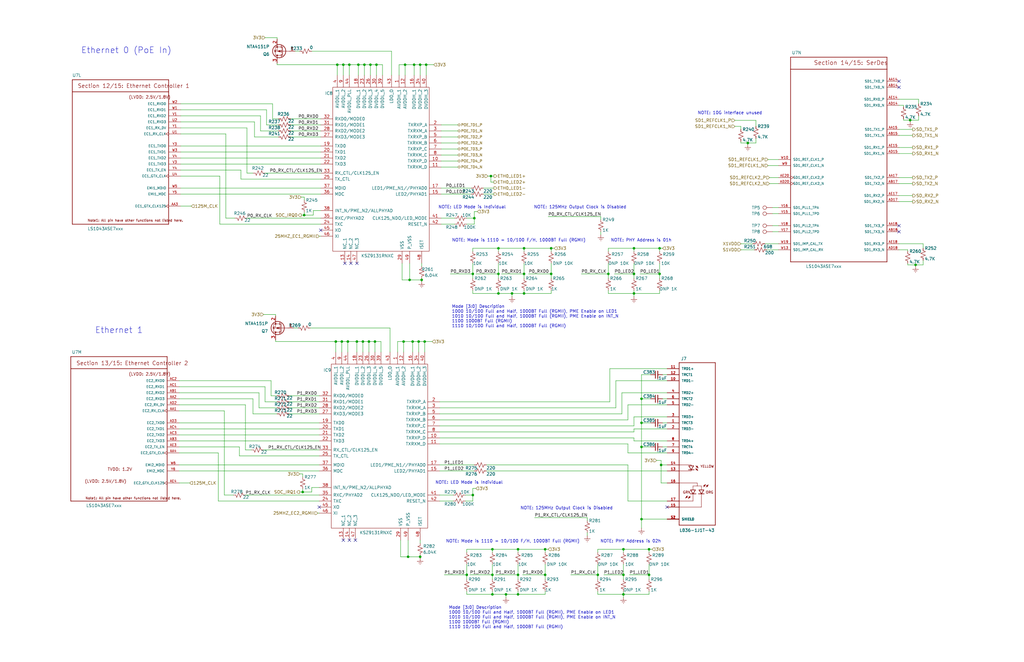
<source format=kicad_sch>
(kicad_sch (version 20200828) (generator eeschema)
  (page 11 12)
  (paper "USLedger")
  (title_block (title "AP2100") (date "2020-10-06") (rev "1") (company "ISis ImageStream Internet Solutions, Inc."))
  (lib_symbols
    (symbol "AP2100-rescue:GND-Scott" (power) (pin_names (offset 0))
      (property "Value" "GND-Scott" (at 0 -3.81 0))
      (symbol "GND-Scott_1_1"
        (pin power_in line (at 0 0 270) (length 0) hide (name "GND") (number "1"))
      )
    )
    (symbol "AP2100-rescue:LS1043ASE7KQB-Layerscape" (pin_names (offset 1.016))
      (property "Reference" "U" (at 0 0 0))
      (property "Value" "LS1043ASE7KQB-Layerscape" (at 0 2.54 0))
      (symbol "LS1043ASE7KQB-Layerscape_1_1"
        (text "Section 1/15 Digital Ground Pins" (at -18.796 88.1126 0) (effects (font (size 1.778 1.778)) (justify left bottom)))
        (pin power_in line (at -25.4 83.82 0) (length 5.08) (name "GND001") (number "A2"))
        (pin power_in line (at -25.4 78.74 0) (length 5.08) (name "GND003") (number "A24"))
        (pin power_in line (at -25.4 81.28 0) (length 5.08) (name "GND002") (number "A5"))
        (pin power_in line (at 25.4 -78.74 180) (length 5.08) (name "GND135") (number "AB2"))
        (pin power_in line (at 25.4 -81.28 180) (length 5.08) (name "GND136") (number "AB4"))
        (pin power_in line (at 25.4 -83.82 180) (length 5.08) (name "GND137") (number "AD1"))
        (pin power_in line (at 25.4 -86.36 180) (length 5.08) (name "GND138") (number "AD4"))
        (pin power_in line (at 25.4 -88.9 180) (length 5.08) (name "GND139") (number "AE2"))
        (pin power_in line (at -25.4 68.58 0) (length 5.08) (name "GND007") (number "B10"))
        (pin power_in line (at -25.4 66.04 0) (length 5.08) (name "GND008") (number "B13"))
        (pin power_in line (at -25.4 63.5 0) (length 5.08) (name "GND009") (number "B16"))
        (pin power_in line (at -25.4 60.96 0) (length 5.08) (name "GND010") (number "B19"))
        (pin power_in line (at -25.4 58.42 0) (length 5.08) (name "GND011") (number "B21"))
        (pin power_in line (at -25.4 55.88 0) (length 5.08) (name "GND012") (number "B25"))
        (pin power_in line (at -25.4 76.2 0) (length 5.08) (name "GND004") (number "B3"))
        (pin power_in line (at -25.4 73.66 0) (length 5.08) (name "GND005") (number "B4"))
        (pin power_in line (at -25.4 71.12 0) (length 5.08) (name "GND006") (number "B7"))
        (pin power_in line (at -25.4 53.34 0) (length 5.08) (name "GND013") (number "C1"))
        (pin power_in line (at -25.4 50.8 0) (length 5.08) (name "GND014") (number "C2"))
        (pin power_in line (at -25.4 45.72 0) (length 5.08) (name "GND016") (number "C23"))
        (pin power_in line (at -25.4 48.26 0) (length 5.08) (name "GND015") (number "C5"))
        (pin power_in line (at -25.4 33.02 0) (length 5.08) (name "GND021") (number "D12"))
        (pin power_in line (at -25.4 30.48 0) (length 5.08) (name "GND022") (number "D15"))
        (pin power_in line (at -25.4 27.94 0) (length 5.08) (name "GND023") (number "D18"))
        (pin power_in line (at -25.4 25.4 0) (length 5.08) (name "GND024") (number "D21"))
        (pin power_in line (at -25.4 43.18 0) (length 5.08) (name "GND017") (number "D3"))
        (pin power_in line (at -25.4 40.64 0) (length 5.08) (name "GND018") (number "D4"))
        (pin power_in line (at -25.4 38.1 0) (length 5.08) (name "GND019") (number "D7"))
        (pin power_in line (at -25.4 35.56 0) (length 5.08) (name "GND020") (number "D9"))
        (pin power_in line (at -25.4 22.86 0) (length 5.08) (name "GND025") (number "E1"))
        (pin power_in line (at -25.4 20.32 0) (length 5.08) (name "GND026") (number "E2"))
        (pin power_in line (at -25.4 15.24 0) (length 5.08) (name "GND028") (number "E22"))
        (pin power_in line (at -25.4 12.7 0) (length 5.08) (name "GND029") (number "E24"))
        (pin power_in line (at -25.4 17.78 0) (length 5.08) (name "GND027") (number "E5"))
        (pin power_in line (at -25.4 0 0) (length 5.08) (name "GND034") (number "F11"))
        (pin power_in line (at -25.4 -2.54 0) (length 5.08) (name "GND035") (number "F12"))
        (pin power_in line (at -25.4 -5.08 0) (length 5.08) (name "GND036") (number "F13"))
        (pin power_in line (at -25.4 -7.62 0) (length 5.08) (name "GND037") (number "F17"))
        (pin power_in line (at -25.4 -10.16 0) (length 5.08) (name "GND038") (number "F20"))
        (pin power_in line (at -25.4 10.16 0) (length 5.08) (name "GND030") (number "F3"))
        (pin power_in line (at -25.4 7.62 0) (length 5.08) (name "GND031") (number "F4"))
        (pin power_in line (at -25.4 5.08 0) (length 5.08) (name "GND032") (number "F7"))
        (pin power_in line (at -25.4 2.54 0) (length 5.08) (name "GND033") (number "F8"))
        (pin power_in line (at -25.4 -12.7 0) (length 5.08) (name "GND039") (number "G1"))
        (pin power_in line (at -25.4 -15.24 0) (length 5.08) (name "GND040") (number "G2"))
        (pin power_in line (at -25.4 -17.78 0) (length 5.08) (name "GND041") (number "G22"))
        (pin power_in line (at -25.4 -20.32 0) (length 5.08) (name "GND042") (number "G24"))
        (pin power_in line (at -25.4 -35.56 0) (length 5.08) (name "GND048") (number "H10"))
        (pin power_in line (at -25.4 -38.1 0) (length 5.08) (name "GND049") (number "H11"))
        (pin power_in line (at -25.4 -40.64 0) (length 5.08) (name "GND050") (number "H12"))
        (pin power_in line (at -25.4 -43.18 0) (length 5.08) (name "GND051") (number "H13"))
        (pin power_in line (at -25.4 -45.72 0) (length 5.08) (name "GND052") (number "H14"))
        (pin power_in line (at -25.4 -48.26 0) (length 5.08) (name "GND053") (number "H15"))
        (pin power_in line (at -25.4 -50.8 0) (length 5.08) (name "GND054") (number "H16"))
        (pin power_in line (at -25.4 -53.34 0) (length 5.08) (name "GND055") (number "H17"))
        (pin power_in line (at -25.4 -22.86 0) (length 5.08) (name "GND043") (number "H3"))
        (pin power_in line (at -25.4 -25.4 0) (length 5.08) (name "GND044") (number "H4"))
        (pin power_in line (at -25.4 -27.94 0) (length 5.08) (name "GND045") (number "H5"))
        (pin power_in line (at -25.4 -30.48 0) (length 5.08) (name "GND046") (number "H8"))
        (pin power_in line (at -25.4 -33.02 0) (length 5.08) (name "GND047") (number "H9"))
        (pin power_in line (at -25.4 -58.42 0) (length 5.08) (name "GND057") (number "J19"))
        (pin power_in line (at -25.4 -60.96 0) (length 5.08) (name "GND058") (number "J20"))
        (pin power_in line (at -25.4 -63.5 0) (length 5.08) (name "GND059") (number "J24"))
        (pin power_in line (at -25.4 -55.88 0) (length 5.08) (name "GND056") (number "J7"))
        (pin power_in line (at -25.4 -73.66 0) (length 5.08) (name "GND063") (number "K10"))
        (pin power_in line (at -25.4 -76.2 0) (length 5.08) (name "GND064") (number "K12"))
        (pin power_in line (at -25.4 -78.74 0) (length 5.08) (name "GND065") (number "K14"))
        (pin power_in line (at -25.4 -81.28 0) (length 5.08) (name "GND066") (number "K16"))
        (pin power_in line (at -25.4 -83.82 0) (length 5.08) (name "GND067") (number "K19"))
        (pin power_in line (at -25.4 -66.04 0) (length 5.08) (name "GND060") (number "K2"))
        (pin power_in line (at -25.4 -86.36 0) (length 5.08) (name "GND068") (number "K22"))
        (pin power_in line (at -25.4 -68.58 0) (length 5.08) (name "GND061") (number "K4"))
        (pin power_in line (at -25.4 -71.12 0) (length 5.08) (name "GND062") (number "K7"))
        (pin power_in line (at 25.4 83.82 180) (length 5.08) (name "GND071") (number "L11"))
        (pin power_in line (at 25.4 81.28 180) (length 5.08) (name "GND072") (number "L13"))
        (pin power_in line (at 25.4 78.74 180) (length 5.08) (name "GND073") (number "L15"))
        (pin power_in line (at 25.4 76.2 180) (length 5.08) (name "GND074") (number "L17"))
        (pin power_in line (at 25.4 73.66 180) (length 5.08) (name "GND075") (number "L19"))
        (pin power_in line (at 25.4 71.12 180) (length 5.08) (name "GND076") (number "L20"))
        (pin power_in line (at 25.4 68.58 180) (length 5.08) (name "GND077") (number "L24"))
        (pin power_in line (at -25.4 -88.9 0) (length 5.08) (name "GND069") (number "L7"))
        (pin power_in line (at 0 -99.06 90) (length 5.08) (name "GND070") (number "L9"))
        (pin power_in line (at 25.4 63.5 180) (length 5.08) (name "GND079") (number "M10"))
        (pin power_in line (at 25.4 60.96 180) (length 5.08) (name "GND080") (number "M12"))
        (pin power_in line (at 25.4 58.42 180) (length 5.08) (name "GND081") (number "M14"))
        (pin power_in line (at 25.4 55.88 180) (length 5.08) (name "GND082") (number "M16"))
        (pin power_in line (at 25.4 53.34 180) (length 5.08) (name "GND083") (number "M19"))
        (pin power_in line (at 25.4 50.8 180) (length 5.08) (name "GND084") (number "M22"))
        (pin power_in line (at 25.4 66.04 180) (length 5.08) (name "GND078") (number "M7"))
        (pin power_in line (at 25.4 38.1 180) (length 5.08) (name "GND089") (number "N11"))
        (pin power_in line (at 25.4 35.56 180) (length 5.08) (name "GND090") (number "N13"))
        (pin power_in line (at 25.4 33.02 180) (length 5.08) (name "GND091") (number "N15"))
        (pin power_in line (at 25.4 30.48 180) (length 5.08) (name "GND092") (number "N17"))
        (pin power_in line (at 25.4 27.94 180) (length 5.08) (name "GND093") (number "N19"))
        (pin power_in line (at 25.4 48.26 180) (length 5.08) (name "GND085") (number "N2"))
        (pin power_in line (at 25.4 25.4 180) (length 5.08) (name "GND094") (number "N20"))
        (pin power_in line (at 25.4 45.72 180) (length 5.08) (name "GND086") (number "N4"))
        (pin power_in line (at 25.4 43.18 180) (length 5.08) (name "GND087") (number "N6"))
        (pin power_in line (at 25.4 40.64 180) (length 5.08) (name "GND088") (number "N9"))
        (pin power_in line (at 25.4 17.78 180) (length 5.08) (name "GND097") (number "P10"))
        (pin power_in line (at 25.4 15.24 180) (length 5.08) (name "GND098") (number "P12"))
        (pin power_in line (at 25.4 12.7 180) (length 5.08) (name "GND099") (number "P14"))
        (pin power_in line (at 25.4 10.16 180) (length 5.08) (name "GND100") (number "P16"))
        (pin power_in line (at 25.4 7.62 180) (length 5.08) (name "GND101") (number "P19"))
        (pin power_in line (at 25.4 5.08 180) (length 5.08) (name "GND102") (number "P22"))
        (pin power_in line (at 25.4 2.54 180) (length 5.08) (name "GND103") (number "P24"))
        (pin power_in line (at 25.4 22.86 180) (length 5.08) (name "GND095") (number "P7"))
        (pin power_in line (at 25.4 20.32 180) (length 5.08) (name "GND096") (number "P8"))
        (pin power_in line (at 25.4 -2.54 180) (length 5.08) (name "GND105") (number "R11"))
        (pin power_in line (at 25.4 -5.08 180) (length 5.08) (name "GND106") (number "R13"))
        (pin power_in line (at 25.4 -7.62 180) (length 5.08) (name "GND107") (number "R15"))
        (pin power_in line (at 25.4 -10.16 180) (length 5.08) (name "GND108") (number "R17"))
        (pin power_in line (at 25.4 -12.7 180) (length 5.08) (name "GND109") (number "R19"))
        (pin power_in line (at 25.4 -15.24 180) (length 5.08) (name "GND110") (number "R25"))
        (pin power_in line (at 25.4 0 180) (length 5.08) (name "GND104") (number "R9"))
        (pin power_in line (at 25.4 -25.4 180) (length 5.08) (name "GND114") (number "T10"))
        (pin power_in line (at 25.4 -27.94 180) (length 5.08) (name "GND115") (number "T12"))
        (pin power_in line (at 25.4 -30.48 180) (length 5.08) (name "GND116") (number "T14"))
        (pin power_in line (at 25.4 -17.78 180) (length 5.08) (name "GND111") (number "T2"))
        (pin power_in line (at 25.4 -33.02 180) (length 5.08) (name "GND117") (number "T20"))
        (pin power_in line (at 25.4 -20.32 180) (length 5.08) (name "GND112") (number "T4"))
        (pin power_in line (at 25.4 -22.86 180) (length 5.08) (name "GND113") (number "T8"))
        (pin power_in line (at 25.4 -40.64 180) (length 5.08) (name "GND120") (number "U11"))
        (pin power_in line (at 25.4 -43.18 180) (length 5.08) (name "GND121") (number "U20"))
        (pin power_in line (at 25.4 -35.56 180) (length 5.08) (name "GND118") (number "U6"))
        (pin power_in line (at 25.4 -38.1 180) (length 5.08) (name "GND119") (number "U9"))
        (pin power_in line (at 25.4 -53.34 180) (length 5.08) (name "GND125") (number "V10"))
        (pin power_in line (at 25.4 -55.88 180) (length 5.08) (name "GND126") (number "V11"))
        (pin power_in line (at 25.4 -58.42 180) (length 5.08) (name "GND127") (number "V12"))
        (pin power_in line (at 25.4 -60.96 180) (length 5.08) (name "GND128") (number "V13"))
        (pin power_in line (at 25.4 -63.5 180) (length 5.08) (name "GND129") (number "V14"))
        (pin power_in line (at 25.4 -45.72 180) (length 5.08) (name "GND122") (number "V2"))
        (pin power_in line (at 25.4 -66.04 180) (length 5.08) (name "GND130") (number "V20"))
        (pin power_in line (at 25.4 -48.26 180) (length 5.08) (name "GND123") (number "V8"))
        (pin power_in line (at 25.4 -50.8 180) (length 5.08) (name "GND124") (number "V9"))
        (pin power_in line (at 25.4 -71.12 180) (length 5.08) (name "GND132") (number "W20"))
        (pin power_in line (at 25.4 -68.58 180) (length 5.08) (name "GND131") (number "W4"))
        (pin power_in line (at 25.4 -73.66 180) (length 5.08) (name "GND133") (number "Y2"))
        (pin power_in line (at 25.4 -76.2 180) (length 5.08) (name "GND134") (number "Y20"))
      )
      (symbol "LS1043ASE7KQB-Layerscape_2_1"
        (text "Section 2/15 SerDes Ground Pins" (at -18.542 25.2984 0) (effects (font (size 1.778 1.778)) (justify left bottom)))
        (pin power_in line (at -43.18 -21.59 0) (length 5.08) (name "SD_GND18") (number "AA13"))
        (pin power_in line (at -43.18 -24.13 0) (length 5.08) (name "SD_GND19") (number "AA16"))
        (pin power_in line (at 0 -34.29 90) (length 5.08) (name "SD_GND20") (number "AA19"))
        (pin power_in line (at 43.18 21.59 180) (length 5.08) (name "SD_GND21") (number "AB13"))
        (pin power_in line (at 43.18 19.05 180) (length 5.08) (name "SD_GND22") (number "AB16"))
        (pin power_in line (at 43.18 16.51 180) (length 5.08) (name "SD_GND23") (number "AB19"))
        (pin power_in line (at 43.18 13.97 180) (length 5.08) (name "SD_GND24") (number "AC13"))
        (pin power_in line (at 43.18 11.43 180) (length 5.08) (name "SD_GND25") (number "AC14"))
        (pin power_in line (at 43.18 8.89 180) (length 5.08) (name "SD_GND26") (number "AC15"))
        (pin power_in line (at 43.18 6.35 180) (length 5.08) (name "SD_GND27") (number "AC16"))
        (pin power_in line (at 43.18 3.81 180) (length 5.08) (name "SD_GND28") (number "AC17"))
        (pin power_in line (at 43.18 1.27 180) (length 5.08) (name "SD_GND29") (number "AC18"))
        (pin power_in line (at 43.18 -1.27 180) (length 5.08) (name "SD_GND30") (number "AC19"))
        (pin power_in line (at 43.18 -3.81 180) (length 5.08) (name "SD_GND31") (number "AC20"))
        (pin power_in line (at 43.18 -6.35 180) (length 5.08) (name "SD_GND32") (number "AD13"))
        (pin power_in line (at 43.18 -8.89 180) (length 5.08) (name "SD_GND33") (number "AD16"))
        (pin power_in line (at 43.18 -11.43 180) (length 5.08) (name "SD_GND34") (number "AD19"))
        (pin power_in line (at 43.18 -13.97 180) (length 5.08) (name "SD_GND35") (number "AD21"))
        (pin power_in line (at 43.18 -16.51 180) (length 5.08) (name "SD_GND36") (number "AE13"))
        (pin power_in line (at 43.18 -19.05 180) (length 5.08) (name "SD_GND37") (number "AE16"))
        (pin power_in line (at 43.18 -21.59 180) (length 5.08) (name "SD_GND38") (number "AE19"))
        (pin power_in line (at 43.18 -24.13 180) (length 5.08) (name "SD_GND39") (number "AE21"))
        (pin power_in line (at -43.18 21.59 0) (length 5.08) (name "SD_GND01") (number "U15"))
        (pin power_in line (at -43.18 19.05 0) (length 5.08) (name "SD_GND02") (number "U16"))
        (pin power_in line (at -43.18 16.51 0) (length 5.08) (name "SD_GND03") (number "U17"))
        (pin power_in line (at -43.18 13.97 0) (length 5.08) (name "SD_GND04") (number "U18"))
        (pin power_in line (at -43.18 11.43 0) (length 5.08) (name "SD_GND05") (number "U19"))
        (pin power_in line (at -43.18 6.35 0) (length 5.08) (name "SD_GND07") (number "W11"))
        (pin power_in line (at -43.18 8.89 0) (length 5.08) (name "SD_GND06") (number "W8"))
        (pin power_in line (at -43.18 -1.27 0) (length 5.08) (name "SD_GND10") (number "Y10"))
        (pin power_in line (at -43.18 -3.81 0) (length 5.08) (name "SD_GND11") (number "Y11"))
        (pin power_in line (at -43.18 -6.35 0) (length 5.08) (name "SD_GND12") (number "Y12"))
        (pin power_in line (at -43.18 -8.89 0) (length 5.08) (name "SD_GND13") (number "Y14"))
        (pin power_in line (at -43.18 -11.43 0) (length 5.08) (name "SD_GND14") (number "Y15"))
        (pin power_in line (at -43.18 -13.97 0) (length 5.08) (name "SD_GND15") (number "Y16"))
        (pin power_in line (at -43.18 -16.51 0) (length 5.08) (name "SD_GND16") (number "Y17"))
        (pin power_in line (at -43.18 -19.05 0) (length 5.08) (name "SD_GND17") (number "Y18"))
        (pin power_in line (at -43.18 3.81 0) (length 5.08) (name "SD_GND08") (number "Y8"))
        (pin power_in line (at -43.18 1.27 0) (length 5.08) (name "SD_GND09") (number "Y9"))
      )
      (symbol "LS1043ASE7KQB-Layerscape_3_1"
        (text "(1.35V)" (at 11.9888 -26.543 0) (effects (font (size 1.27 1.27)) (justify left bottom)))
        (text "(1.8V)" (at -15.5702 -54.2036 0) (effects (font (size 1.27 1.27)) (justify left bottom)))
        (text "(1V/0.9V)" (at -15.5194 62.738 0) (effects (font (size 1.27 1.27)) (justify left bottom)))
        (text "(1V/0.9V)" (at 12.2936 62.6872 0) (effects (font (size 1.27 1.27)) (justify left bottom)))
        (text "(2.5V/1.8V/1.2V)" (at 6.985 -67.183 0) (effects (font (size 1.27 1.27)) (justify left bottom)))
        (text "(3.3V)" (at 9.5504 -56.9722 0) (effects (font (size 1.27 1.27)) (justify left bottom)))
        (text "(Power Sense Pins)" (at 6.5532 -75.184 0) (effects (font (size 1.27 1.27)) (justify left bottom)))
        (text "(Pull-down/1V/0.9V)" (at 4.7752 -8.4582 0) (effects (font (size 1.27 1.27)) (justify left bottom)))
        (text "Section 3/15 Power Pins" (at -10.8204 69.596 0) (effects (font (size 1.778 1.778)) (justify left bottom)))
        (pin power_in line (at -22.86 -58.42 0) (length 5.08) (name "AVDD_CGA2") (number "G11"))
        (pin power_in line (at -22.86 -55.88 0) (length 5.08) (name "AVDD_CGA1") (number "G12"))
        (pin power_in line (at -22.86 -66.04 0) (length 5.08) (name "AVDD_PLAT") (number "G13"))
        (pin power_in line (at -22.86 -48.26 0) (length 5.08) (name "TA_BB_VDD") (number "H20"))
        (pin power_in line (at -22.86 -27.94 0) (length 5.08) (name "USB_SVDD1") (number "J10"))
        (pin power_in line (at -22.86 -30.48 0) (length 5.08) (name "USB_SVDD2") (number "J11"))
        (pin power_in line (at 27.94 -60.96 180) (length 5.08) (name "USB_HVDD1") (number "J8"))
        (pin power_in line (at 27.94 -58.42 180) (length 5.08) (name "USB_HVDD2") (number "J9"))
        (pin power_in line (at -22.86 -43.18 0) (length 5.08) (name "USB_SDVDD2") (number "K11"))
        (pin power_in line (at -22.86 60.96 0) (length 5.08) (name "VDD01") (number "K13"))
        (pin power_in line (at -22.86 55.88 0) (length 5.08) (name "VDD02") (number "K15"))
        (pin power_in line (at -22.86 50.8 0) (length 5.08) (name "VDD03") (number "K17"))
        (pin power_in line (at -22.86 -40.64 0) (length 5.08) (name "USB_SDVDD1") (number "K9"))
        (pin power_in line (at -22.86 45.72 0) (length 5.08) (name "VDD04") (number "L10"))
        (pin power_in line (at -22.86 40.64 0) (length 5.08) (name "VDD05") (number "L12"))
        (pin power_in line (at -22.86 35.56 0) (length 5.08) (name "VDD06") (number "L14"))
        (pin power_in line (at -22.86 30.48 0) (length 5.08) (name "VDD07") (number "L16"))
        (pin power_in line (at -22.86 25.4 0) (length 5.08) (name "VDD09") (number "M11"))
        (pin power_in line (at -22.86 22.86 0) (length 5.08) (name "VDD10") (number "M13"))
        (pin power_in line (at -22.86 20.32 0) (length 5.08) (name "VDD11") (number "M15"))
        (pin power_in line (at -22.86 15.24 0) (length 5.08) (name "VDD12") (number "M17"))
        (pin power_in line (at -22.86 27.94 0) (length 5.08) (name "VDD08") (number "M9"))
        (pin power_in line (at -22.86 5.08 0) (length 5.08) (name "VDD14") (number "N10"))
        (pin power_in line (at -22.86 0 0) (length 5.08) (name "VDD15") (number "N12"))
        (pin power_in line (at -22.86 -5.08 0) (length 5.08) (name "VDD16") (number "N14"))
        (pin power_in line (at 27.94 2.54 180) (length 5.08) (name "VDD17") (number "N16"))
        (pin power_in line (at -22.86 10.16 0) (length 5.08) (name "VDD13") (number "N8"))
        (pin power_in line (at 27.94 5.08 180) (length 5.08) (name "VDD19") (number "P11"))
        (pin power_in line (at 27.94 7.62 180) (length 5.08) (name "VDD20") (number "P13"))
        (pin power_in line (at 27.94 10.16 180) (length 5.08) (name "VDD21") (number "P15"))
        (pin power_in line (at 27.94 15.24 180) (length 5.08) (name "VDD22") (number "P17"))
        (pin power_in line (at 27.94 0 180) (length 5.08) (name "VDD18") (number "P9"))
        (pin power_in line (at 27.94 22.86 180) (length 5.08) (name "VDD24") (number "R10"))
        (pin power_in line (at 27.94 27.94 180) (length 5.08) (name "VDD25") (number "R12"))
        (pin power_in line (at 27.94 30.48 180) (length 5.08) (name "VDD26") (number "R14"))
        (pin power_in line (at 27.94 33.02 180) (length 5.08) (name "VDD27") (number "R16"))
        (pin power_in line (at 27.94 38.1 180) (length 5.08) (name "VDD28") (number "R18"))
        (pin power_in line (at 27.94 -10.16 180) (length 5.08) (name "FA_VL") (number "R7"))
        (pin power_in line (at 27.94 17.78 180) (length 5.08) (name "VDD23") (number "R8"))
        (pin power_in line (at 27.94 45.72 180) (length 5.08) (name "VDD30") (number "T11"))
        (pin power_in line (at 27.94 50.8 180) (length 5.08) (name "VDD31") (number "T13"))
        (pin power_in line (at -22.86 -12.7 0) (length 5.08) (name "S1VDD1") (number "T15"))
        (pin power_in line (at -22.86 -15.24 0) (length 5.08) (name "S1VDD2") (number "T16"))
        (pin power_in line (at -22.86 -17.78 0) (length 5.08) (name "S1VDD3") (number "T17"))
        (pin power_in line (at -22.86 -20.32 0) (length 5.08) (name "S1VDD4") (number "T18"))
        (pin power_in line (at -22.86 -71.12 0) (length 5.08) (name "AVDD_D1") (number "T19"))
        (pin power_in line (at 27.94 43.18 180) (length 5.08) (name "VDD29") (number "T9"))
        (pin power_in line (at 27.94 60.96 180) (length 5.08) (name "VDD33") (number "U10"))
        (pin power_in line (at 27.94 55.88 180) (length 5.08) (name "VDD32") (number "U8"))
        (pin power_in line (at 27.94 -48.26 180) (length 5.08) (name "AVDD_SD1_PLL2") (number "V19"))
        (pin power_in line (at 27.94 -68.58 180) (length 5.08) (name "TVDD") (number "V6"))
        (pin power_in line (at 27.94 -78.74 180) (length 5.08) (name "SENSEGND") (number "V7"))
        (pin power_in line (at 27.94 -43.18 180) (length 5.08) (name "AVDD_SD1_PLL1") (number "W12"))
        (pin power_in line (at -22.86 -22.86 0) (length 5.08) (name "S1VDD5") (number "W14"))
        (pin power_in line (at 27.94 -27.94 180) (length 5.08) (name "X1VDD1") (number "W15"))
        (pin power_in line (at 27.94 -30.48 180) (length 5.08) (name "X1VDD2") (number "W16"))
        (pin power_in line (at 27.94 -33.02 180) (length 5.08) (name "X1VDD3") (number "W17"))
        (pin power_in line (at 27.94 -35.56 180) (length 5.08) (name "X1VDD4") (number "W18"))
        (pin power_in line (at 27.94 -76.2 180) (length 5.08) (name "SENSEVDD") (number "W7"))
        (pin power_in line (at 27.94 -38.1 180) (length 5.08) (name "X1VDD5") (number "Y19"))
      )
      (symbol "LS1043ASE7KQB-Layerscape_4_1"
        (text "Section 4/15: Power Pins" (at -12.6492 61.468 0) (effects (font (size 1.778 1.778)) (justify left bottom)))
        (pin power_in line (at -29.21 -31.75 0) (length 5.08) (name "G1VDD18") (number "AA20"))
        (pin power_in line (at -29.21 -36.83 0) (length 5.08) (name "G1VDD19") (number "AB22"))
        (pin power_in line (at -29.21 -41.91 0) (length 5.08) (name "G1VDD20") (number "AB24"))
        (pin power_in line (at -29.21 -46.99 0) (length 5.08) (name "G1VDD21") (number "AD22"))
        (pin power_in line (at -29.21 -52.07 0) (length 5.08) (name "G1VDD22") (number "AD25"))
        (pin power_in line (at -29.21 -57.15 0) (length 5.08) (name "G1VDD23") (number "AE24"))
        (pin bidirectional line (at 31.75 -3.81 180) (length 5.08) (name "TA_PROG_SEP") (number "F14"))
        (pin bidirectional line (at 31.75 6.35 180) (length 5.08) (name "PROG_MTR") (number "G14"))
        (pin power_in line (at 31.75 54.61 180) (length 5.08) (name "OVDD1") (number "J12"))
        (pin power_in line (at 31.75 49.53 180) (length 5.08) (name "OVDD2") (number "J13"))
        (pin power_in line (at 31.75 44.45 180) (length 5.08) (name "OVDD3") (number "J14"))
        (pin power_in line (at 31.75 39.37 180) (length 5.08) (name "OVDD4") (number "J15"))
        (pin power_in line (at 31.75 34.29 180) (length 5.08) (name "OVDD5") (number "J16"))
        (pin power_in line (at 31.75 29.21 180) (length 5.08) (name "OVDD6") (number "J17"))
        (pin power_in line (at -29.21 54.61 0) (length 5.08) (name "G1VDD01") (number "J18"))
        (pin power_in line (at -29.21 49.53 0) (length 5.08) (name "G1VDD02") (number "K18"))
        (pin power_in line (at -29.21 44.45 0) (length 5.08) (name "G1VDD03") (number "K20"))
        (pin power_in line (at 31.75 -24.13 180) (length 5.08) (name "DVDD1") (number "K8"))
        (pin power_in line (at -29.21 39.37 0) (length 5.08) (name "G1VDD04") (number "L18"))
        (pin power_in line (at 31.75 -26.67 180) (length 5.08) (name "DVVD2") (number "L8"))
        (pin power_in line (at -29.21 34.29 0) (length 5.08) (name "G1VDD05") (number "M18"))
        (pin power_in line (at -29.21 29.21 0) (length 5.08) (name "G1VDD06") (number "M20"))
        (pin power_in line (at 31.75 -36.83 180) (length 5.08) (name "EVDD") (number "M8"))
        (pin power_in line (at -29.21 24.13 0) (length 5.08) (name "G1VDD07") (number "N18"))
        (pin power_in line (at 31.75 24.13 180) (length 5.08) (name "0VDD7") (number "N7"))
        (pin power_in line (at -29.21 19.05 0) (length 5.08) (name "G1VDD08") (number "P18"))
        (pin power_in line (at -29.21 13.97 0) (length 5.08) (name "G1VDD09") (number "P20"))
        (pin power_in line (at -29.21 8.89 0) (length 5.08) (name "G1VDD10") (number "R21"))
        (pin power_in line (at -29.21 3.81 0) (length 5.08) (name "G1VDD11") (number "R23"))
        (pin power_in line (at -29.21 -1.27 0) (length 5.08) (name "G1VDD12") (number "T22"))
        (pin power_in line (at -29.21 -6.35 0) (length 5.08) (name "G1VDD13") (number "T24"))
        (pin power_in line (at 31.75 16.51 180) (length 5.08) (name "TH_VDD") (number "T6"))
        (pin power_in line (at 31.75 -57.15 180) (length 5.08) (name "LVDD1") (number "U12"))
        (pin power_in line (at 31.75 -52.07 180) (length 5.08) (name "LVDD2") (number "U13"))
        (pin power_in line (at 31.75 -46.99 180) (length 5.08) (name "LVDD3") (number "U14"))
        (pin power_in line (at -29.21 -11.43 0) (length 5.08) (name "G1VDD14") (number "V22"))
        (pin power_in line (at -29.21 -16.51 0) (length 5.08) (name "G1VDD15") (number "V24"))
        (pin power_in line (at -29.21 -21.59 0) (length 5.08) (name "G1VDD16") (number "Y22"))
        (pin power_in line (at -29.21 -26.67 0) (length 5.08) (name "G1VDD17") (number "Y24"))
      )
      (symbol "LS1043ASE7KQB-Layerscape_5_1"
        (text "(Analog)" (at -36.9316 -29.8704 0) (effects (font (size 1.27 1.27)) (justify left bottom)))
        (text "(Analog)" (at 16.002 -4.4958 0) (effects (font (size 1.27 1.27)) (justify left bottom)))
        (text "(Analog)" (at 16.129 -7.0104 0) (effects (font (size 1.27 1.27)) (justify left bottom)))
        (text "(DVDD: 2.5V/1.8V)" (at 15.9004 -14.6812 0) (effects (font (size 1.27 1.27)) (justify left bottom)))
        (text "(DVDD: 2.5V/1.8V)" (at 16.2052 -17.1958 0) (effects (font (size 1.27 1.27)) (justify left bottom)))
        (text "(DVDD: 3.3V/1.8V)" (at -37.5412 26.0858 0) (effects (font (size 1.27 1.27)) (justify left bottom)))
        (text "(DVDD: 3.3V/1.8V)" (at -37.5158 15.9004 0) (effects (font (size 1.27 1.27)) (justify left bottom)))
        (text "(DVDD: 3.3V/1.8V)" (at -37.3634 13.335 0) (effects (font (size 1.27 1.27)) (justify left bottom)))
        (text "(DVDD: 3.3V/1.8V)" (at -37.3634 28.6258 0) (effects (font (size 1.27 1.27)) (justify left bottom)))
        (text "(DVDD: 3.3V/1.8V)" (at -37.338 18.4404 0) (effects (font (size 1.27 1.27)) (justify left bottom)))
        (text "(DVDD: 3.3V/1.8V)" (at -37.2618 31.1658 0) (effects (font (size 1.27 1.27)) (justify left bottom)))
        (text "(DVDD: 3.3V/1.8V)" (at -37.1348 23.5204 0) (effects (font (size 1.27 1.27)) (justify left bottom)))
        (text "(DVDD: 3.3V/1.8V)" (at -37.0332 20.955 0) (effects (font (size 1.27 1.27)) (justify left bottom)))
        (text "(DVDD: 3.3V/1.8V)" (at 16.0782 41.3512 0) (effects (font (size 1.27 1.27)) (justify left bottom)))
        (text "(DVDD: 3.3V/1.8V)" (at 16.1036 15.9004 0) (effects (font (size 1.27 1.27)) (justify left bottom)))
        (text "(DVDD: 3.3V/1.8V)" (at 16.1036 28.6258 0) (effects (font (size 1.27 1.27)) (justify left bottom)))
        (text "(DVDD: 3.3V/1.8V)" (at 16.1798 20.9804 0) (effects (font (size 1.27 1.27)) (justify left bottom)))
        (text "(DVDD: 3.3V/1.8V)" (at 16.1798 33.7058 0) (effects (font (size 1.27 1.27)) (justify left bottom)))
        (text "(DVDD: 3.3V/1.8V)" (at 16.2052 13.335 0) (effects (font (size 1.27 1.27)) (justify left bottom)))
        (text "(DVDD: 3.3V/1.8V)" (at 16.2052 23.5204 0) (effects (font (size 1.27 1.27)) (justify left bottom)))
        (text "(DVDD: 3.3V/1.8V)" (at 16.2052 36.2458 0) (effects (font (size 1.27 1.27)) (justify left bottom)))
        (text "(DVDD: 3.3V/1.8V)" (at 16.2306 26.0604 0) (effects (font (size 1.27 1.27)) (justify left bottom)))
        (text "(DVDD: 3.3V/1.8V)" (at 16.383 38.7604 0) (effects (font (size 1.27 1.27)) (justify left bottom)))
        (text "(LVDD: 2.5V/1.8V)" (at -37.5158 33.7312 0) (effects (font (size 1.27 1.27)) (justify left bottom)))
        (text "(Note 1)" (at -19.1262 15.9004 0) (effects (font (size 1.27 1.27)) (justify left bottom)))
        (text "(Note 1)" (at -19.1262 31.1912 0) (effects (font (size 1.27 1.27)) (justify left bottom)))
        (text "(Note 1)" (at -18.9484 20.9804 0) (effects (font (size 1.27 1.27)) (justify left bottom)))
        (text "(Note 1)" (at -18.8976 26.0858 0) (effects (font (size 1.27 1.27)) (justify left bottom)))
        (text "(Note 1)" (at -18.8722 13.335 0) (effects (font (size 1.27 1.27)) (justify left bottom)))
        (text "(Note 1)" (at -18.796 18.4404 0) (effects (font (size 1.27 1.27)) (justify left bottom)))
        (text "(Note 1)" (at -18.7706 28.6004 0) (effects (font (size 1.27 1.27)) (justify left bottom)))
        (text "(Note 1)" (at -18.542 23.495 0) (effects (font (size 1.27 1.27)) (justify left bottom)))
        (text "(Note 1)" (at 3.8608 28.6258 0) (effects (font (size 1.27 1.27)) (justify left bottom)))
        (text "(Note 1)" (at 3.8608 36.2712 0) (effects (font (size 1.27 1.27)) (justify left bottom)))
        (text "(Note 1)" (at 3.8862 26.0858 0) (effects (font (size 1.27 1.27)) (justify left bottom)))
        (text "(Note 1)" (at 4.0132 23.5204 0) (effects (font (size 1.27 1.27)) (justify left bottom)))
        (text "(Note 1)" (at 4.064 41.3512 0) (effects (font (size 1.27 1.27)) (justify left bottom)))
        (text "(Note 1)" (at 4.0894 33.7058 0) (effects (font (size 1.27 1.27)) (justify left bottom)))
        (text "(Note 1)" (at 4.1148 38.7858 0) (effects (font (size 1.27 1.27)) (justify left bottom)))
        (text "(Note 1)" (at 4.3688 20.955 0) (effects (font (size 1.27 1.27)) (justify left bottom)))
        (text "(Note 1)" (at 6.5786 -14.6558 0) (effects (font (size 1.27 1.27)) (justify left bottom)))
        (text "(Note 1)" (at 6.858 -17.1704 0) (effects (font (size 1.27 1.27)) (justify left bottom)))
        (text "(OVDD: 1.8V)" (at -37.6174 -12.1412 0) (effects (font (size 1.27 1.27)) (justify left bottom)))
        (text "(OVDD: 1.8V)" (at -37.4904 -35.052 0) (effects (font (size 1.27 1.27)) (justify left bottom)))
        (text "(OVDD: 1.8V)" (at -37.465 -22.3012 0) (effects (font (size 1.27 1.27)) (justify left bottom)))
        (text "(OVDD: 1.8V)" (at -37.465 36.2712 0) (effects (font (size 1.27 1.27)) (justify left bottom)))
        (text "(OVDD: 1.8V)" (at -37.465 38.8112 0) (effects (font (size 1.27 1.27)) (justify left bottom)))
        (text "(OVDD: 1.8V)" (at -37.4396 -14.6558 0) (effects (font (size 1.27 1.27)) (justify left bottom)))
        (text "(OVDD: 1.8V)" (at -37.3888 -42.672 0) (effects (font (size 1.27 1.27)) (justify left bottom)))
        (text "(OVDD: 1.8V)" (at -37.3888 8.255 0) (effects (font (size 1.27 1.27)) (justify left bottom)))
        (text "(OVDD: 1.8V)" (at -37.3634 -45.212 0) (effects (font (size 1.27 1.27)) (justify left bottom)))
        (text "(OVDD: 1.8V)" (at -37.338 -4.4704 0) (effects (font (size 1.27 1.27)) (justify left bottom)))
        (text "(OVDD: 1.8V)" (at -37.3126 -47.752 0) (effects (font (size 1.27 1.27)) (justify left bottom)))
        (text "(OVDD: 1.8V)" (at -37.3126 41.3512 0) (effects (font (size 1.27 1.27)) (justify left bottom)))
        (text "(OVDD: 1.8V)" (at -37.211 -40.0812 0) (effects (font (size 1.27 1.27)) (justify left bottom)))
        (text "(OVDD: 1.8V)" (at -37.211 -7.0104 0) (effects (font (size 1.27 1.27)) (justify left bottom)))
        (text "(OVDD: 1.8V)" (at -37.1602 -19.7358 0) (effects (font (size 1.27 1.27)) (justify left bottom)))
        (text "(OVDD: 1.8V)" (at -37.1348 -1.9304 0) (effects (font (size 1.27 1.27)) (justify left bottom)))
        (text "(OVDD: 1.8V)" (at -37.1094 -27.3558 0) (effects (font (size 1.27 1.27)) (justify left bottom)))
        (text "(OVDD: 1.8V)" (at -37.0332 -50.2158 0) (effects (font (size 1.27 1.27)) (justify left bottom)))
        (text "(OVDD: 1.8V)" (at 10.9982 8.255 0) (effects (font (size 1.27 1.27)) (justify left bottom)))
        (text "(OVDD: 1.8V)" (at 16.0274 -22.3012 0) (effects (font (size 1.27 1.27)) (justify left bottom)))
        (text "(OVDD: 1.8V)" (at 16.0782 -35.0266 0) (effects (font (size 1.27 1.27)) (justify left bottom)))
        (text "(OVDD: 1.8V)" (at 16.1036 -40.132 0) (effects (font (size 1.27 1.27)) (justify left bottom)))
        (text "(OVDD: 1.8V)" (at 16.129 -32.4866 0) (effects (font (size 1.27 1.27)) (justify left bottom)))
        (text "(OVDD: 1.8V)" (at 16.129 -24.8412 0) (effects (font (size 1.27 1.27)) (justify left bottom)))
        (text "(OVDD: 1.8V)" (at 16.1544 0.6096 0) (effects (font (size 1.27 1.27)) (justify left bottom)))
        (text "(OVDD: 1.8V)" (at 16.2052 -42.6212 0) (effects (font (size 1.27 1.27)) (justify left bottom)))
        (text "(OVDD: 1.8V)" (at 16.2052 3.175 0) (effects (font (size 1.27 1.27)) (justify left bottom)))
        (text "(OVDD: 1.8V)" (at 16.256 -27.3558 0) (effects (font (size 1.27 1.27)) (justify left bottom)))
        (text "(OVDD: 1.8V)" (at 16.2814 -29.8958 0) (effects (font (size 1.27 1.27)) (justify left bottom)))
        (text "(OVDD: 1.8V)" (at 16.3068 -45.1612 0) (effects (font (size 1.27 1.27)) (justify left bottom)))
        (text "(Reserved, Analog)" (at 16.2306 -50.2666 0) (effects (font (size 1.27 1.27)) (justify left bottom)))
        (text "(Reserved, Analog)" (at 16.3576 -47.6758 0) (effects (font (size 1.27 1.27)) (justify left bottom)))
        (text "(TA_BB_VDD: 0.9V/1V)" (at -37.3634 5.715 0) (effects (font (size 1.27 1.27)) (justify left bottom)))
        (text "(TA_BB_VDD: 0.9V/1V)" (at -37.3126 3.175 0) (effects (font (size 1.27 1.27)) (justify left bottom)))
        (text "Note1: This pin has other functions not listed here." (at -26.67 -54.1528 0) (effects (font (size 1.27 1.27)) (justify left bottom)))
        (text "Section 5/15: JTAG, UARTs, Interrupts and Miscellaneous Functions" (at -45.6692 45.8216 0) (effects (font (size 1.778 1.778)) (justify left bottom)))
        (pin bidirectional line (at 67.31 -41.91 180) (length 5.08) (name "~SCAN_MODE~") (number "A21"))
        (pin bidirectional line (at 67.31 3.81 180) (length 5.08) (name "~TBSCAN_EN~") (number "C21"))
        (pin bidirectional line (at 67.31 -21.59 180) (length 5.08) (name "~EVT0~") (number "E10"))
        (pin bidirectional line (at 67.31 -31.75 180) (length 5.08) (name "~EVT4~") (number "E11"))
        (pin bidirectional line (at 67.31 -29.21 180) (length 5.08) (name "~EVT3~") (number "E12"))
        (pin bidirectional line (at 67.31 -24.13 180) (length 5.08) (name "~EVT1~") (number "E13"))
        (pin bidirectional line (at -64.77 -44.45 0) (length 5.08) (name "TCK") (number "E18"))
        (pin bidirectional line (at -64.77 -49.53 0) (length 5.08) (name "~TRST~") (number "E19"))
        (pin bidirectional line (at -64.77 -41.91 0) (length 5.08) (name "TDO") (number "E20"))
        (pin bidirectional line (at 67.31 1.27 180) (length 5.08) (name "~TEST_SEL~") (number "E21"))
        (pin bidirectional line (at 67.31 -26.67 180) (length 5.08) (name "~EVT2~") (number "E8"))
        (pin output line (at 67.31 8.89 180) (length 5.08) (name "ASLEEP/GPIO1_13/CFG_SOIC_USE") (number "E9"))
        (pin input line (at -64.77 -6.35 0) (length 5.08) (name "~PORESET~") (number "F10"))
        (pin bidirectional line (at -64.77 41.91 0) (length 5.08) (name "IRQ00") (number "F15"))
        (pin bidirectional line (at -64.77 -34.29 0) (length 5.08) (name "RTC/GPIO1_14") (number "F16"))
        (pin bidirectional line (at -64.77 -46.99 0) (length 5.08) (name "TMS") (number "F18"))
        (pin bidirectional line (at -64.77 -13.97 0) (length 5.08) (name "DDRCLK") (number "F19"))
        (pin bidirectional line (at 67.31 -44.45 180) (length 5.08) (name "JTAG_BSR_VSEL") (number "F21"))
        (pin input line (at -64.77 -11.43 0) (length 5.08) (name "SYSCLK") (number "F9"))
        (pin bidirectional line (at -64.77 -3.81 0) (length 5.08) (name "~HRESET~") (number "G10"))
        (pin bidirectional line (at -64.77 39.37 0) (length 5.08) (name "IRQ01") (number "G15"))
        (pin bidirectional line (at -64.77 8.89 0) (length 5.08) (name "~TA_TMP_DETECT~") (number "G16"))
        (pin bidirectional line (at -64.77 -26.67 0) (length 5.08) (name "CLK_OUT") (number "G17"))
        (pin bidirectional line (at -64.77 -39.37 0) (length 5.08) (name "TDI") (number "G18"))
        (pin bidirectional line (at -64.77 6.35 0) (length 5.08) (name "~TA_BB_TMP_DETECT~") (number "G19"))
        (pin bidirectional line (at -64.77 3.81 0) (length 5.08) (name "TA_BB_RTC") (number "G20"))
        (pin output line (at -64.77 -1.27 0) (length 5.08) (name "~RESET_REQ~") (number "G7"))
        (pin bidirectional line (at -64.77 -19.05 0) (length 5.08) (name "DIFF_SYSCLK") (number "G8"))
        (pin bidirectional line (at -64.77 -21.59 0) (length 5.08) (name "~DIFF_SYSCLK~") (number "G9"))
        (pin output line (at 67.31 39.37 180) (length 5.08) (name "GPIO1_15/UART1_SOUT") (number "H1"))
        (pin bidirectional line (at 67.31 -39.37 180) (length 5.08) (name "~CKSTP_OUT~") (number "H18"))
        (pin input line (at 67.31 41.91 180) (length 5.08) (name "GPIO1_17/UART1_SIN") (number "H2"))
        (pin bidirectional line (at 67.31 -34.29 180) (length 5.08) (name "~EVT9~") (number "H7"))
        (pin input line (at 67.31 36.83 180) (length 5.08) (name "GPIO1_21/!UART1_CTS") (number "J1"))
        (pin bidirectional line (at 67.31 34.29 180) (length 5.08) (name "GPIO1_19/!UART1_RTS") (number "J2"))
        (pin input line (at -64.77 31.75 0) (length 5.08) (name "IRQ03/GPIO1_23") (number "J3"))
        (pin input line (at -64.77 29.21 0) (length 5.08) (name "IRQ04/GPIO1_24") (number "J4"))
        (pin input line (at -64.77 26.67 0) (length 5.08) (name "IRQ05/GPIO1_25") (number "J5"))
        (pin input line (at -64.77 36.83 0) (length 5.08) (name "IRQ02") (number "J6"))
        (pin input line (at 67.31 29.21 180) (length 5.08) (name "GPIO1_18/UART2_SIN") (number "K1"))
        (pin bidirectional line (at 67.31 -13.97 180) (length 5.08) (name "GPIO4_02/IIC2_SCL") (number "K3"))
        (pin input line (at -64.77 24.13 0) (length 5.08) (name "IRQ06/GPIO1_26") (number "K5"))
        (pin bidirectional line (at 67.31 21.59 180) (length 5.08) (name "GPIO1_20/!UART2_RTS") (number "L1"))
        (pin output line (at 67.31 26.67 180) (length 5.08) (name "GPIO1_16/UART2_SOUT") (number "L2"))
        (pin bidirectional line (at 67.31 -16.51 180) (length 5.08) (name "GPIO4_03/IIC2_SDA") (number "L3"))
        (pin input line (at -64.77 21.59 0) (length 5.08) (name "IRQ07/GPIO1_27") (number "L5"))
        (pin bidirectional line (at 67.31 13.97 180) (length 5.08) (name "IIC1_SDA") (number "M1"))
        (pin bidirectional line (at 67.31 24.13 180) (length 5.08) (name "GPIO1_22/!UART2_CTS") (number "M2"))
        (pin input line (at -64.77 19.05 0) (length 5.08) (name "IRQ08/GPIO1_28") (number "M5"))
        (pin bidirectional line (at 67.31 16.51 180) (length 5.08) (name "IIC1_SCL") (number "N1"))
        (pin input line (at -64.77 16.51 0) (length 5.08) (name "IRQ09/GPIO1_29") (number "N5"))
        (pin bidirectional line (at -64.77 13.97 0) (length 5.08) (name "IRQ10/GPIO1_30") (number "P4"))
        (pin bidirectional line (at -64.77 -29.21 0) (length 5.08) (name "TH_TPA") (number "P5"))
        (pin bidirectional line (at 67.31 -6.35 180) (length 5.08) (name "TD1_CATHODE") (number "P6"))
        (pin bidirectional line (at 67.31 -3.81 180) (length 5.08) (name "TD1_ANODE") (number "R6"))
        (pin bidirectional line (at 67.31 -46.99 180) (length 5.08) (name "FA_ANALOG_PIN") (number "T7"))
        (pin bidirectional line (at 67.31 -49.53 180) (length 5.08) (name "FA_ANALOG_G_V") (number "U7"))
        (pin bidirectional line (at -64.77 34.29 0) (length 5.08) (name "IRQ11/GPIO1_31") (number "V5"))
      )
      (symbol "LS1043ASE7KQB-Layerscape_6_1"
        (text "(EVDD: 3.3V/1.8V)" (at -21.1074 -9.9822 0) (effects (font (size 1.27 1.27)) (justify left bottom)))
        (text "(EVDD: 3.3V/1.8V)" (at -21.0058 -4.826 0) (effects (font (size 1.27 1.27)) (justify left bottom)))
        (text "(EVDD: 3.3V/1.8V)" (at -20.9804 -17.5514 0) (effects (font (size 1.27 1.27)) (justify left bottom)))
        (text "(EVDD: 3.3V/1.8V)" (at -20.8026 -7.2644 0) (effects (font (size 1.27 1.27)) (justify left bottom)))
        (text "(EVDD: 3.3V/1.8V)" (at -20.7518 -19.9644 0) (effects (font (size 1.27 1.27)) (justify left bottom)))
        (text "(EVDD: 3.3V/1.8V)" (at -20.7518 -12.319 0) (effects (font (size 1.27 1.27)) (justify left bottom)))
        (text "(Note 1)" (at -5.1308 5.334 0) (effects (font (size 1.27 1.27)) (justify left bottom)))
        (text "(Note 1)" (at -4.953 7.9756 0) (effects (font (size 1.27 1.27)) (justify left bottom)))
        (text "(Note 1)" (at -4.9276 -12.3698 0) (effects (font (size 1.27 1.27)) (justify left bottom)))
        (text "(Note 1)" (at -4.8768 2.9464 0) (effects (font (size 1.27 1.27)) (justify left bottom)))
        (text "(Note 1)" (at -4.8514 -4.699 0) (effects (font (size 1.27 1.27)) (justify left bottom)))
        (text "(Note 1)" (at -4.8514 0.4064 0) (effects (font (size 1.27 1.27)) (justify left bottom)))
        (text "(Note 1)" (at -4.7244 13.1826 0) (effects (font (size 1.27 1.27)) (justify left bottom)))
        (text "(Note 1)" (at -4.699 -7.1374 0) (effects (font (size 1.27 1.27)) (justify left bottom)))
        (text "(Note 1)" (at -4.6482 -19.8374 0) (effects (font (size 1.27 1.27)) (justify left bottom)))
        (text "(Note 1)" (at -4.6482 -9.652 0) (effects (font (size 1.27 1.27)) (justify left bottom)))
        (text "(Note 1)" (at -4.5212 -17.1958 0) (effects (font (size 1.27 1.27)) (justify left bottom)))
        (text "(OVDD: 1.8V)" (at -21.0312 2.794 0) (effects (font (size 1.27 1.27)) (justify left bottom)))
        (text "(OVDD: 1.8V)" (at -21.0058 15.5448 0) (effects (font (size 1.27 1.27)) (justify left bottom)))
        (text "(OVDD: 1.8V)" (at -20.7772 13.1064 0) (effects (font (size 1.27 1.27)) (justify left bottom)))
        (text "(OVDD: 1.8V)" (at -20.7518 8.0518 0) (effects (font (size 1.27 1.27)) (justify left bottom)))
        (text "(OVDD: 1.8V)" (at -20.701 18.2372 0) (effects (font (size 1.27 1.27)) (justify left bottom)))
        (text "(OVDD: 1.8V)" (at -20.5994 5.588 0) (effects (font (size 1.27 1.27)) (justify left bottom)))
        (text "(OVDD: 1.8V)" (at -20.3962 0.6096 0) (effects (font (size 1.27 1.27)) (justify left bottom)))
        (text "Note1: This pin has other functions not listed here." (at -22.5552 -23.6982 0) (effects (font (size 1.27 1.27)) (justify left bottom)))
        (text "Section 6/15: SPI and SDH" (at -16.4846 21.971 0) (effects (font (size 1.778 1.778)) (justify left bottom)))
        (pin bidirectional line (at 22.86 -3.81 180) (length 5.08) (name "SDHC_DAT0") (number "P1"))
        (pin bidirectional line (at 22.86 -19.05 180) (length 5.08) (name "SDHC_CMD") (number "P2"))
        (pin bidirectional line (at 22.86 -16.51 180) (length 5.08) (name "SDHC_CLK") (number "P3"))
        (pin bidirectional line (at 22.86 -8.89 180) (length 5.08) (name "SDHC_DAT2") (number "R1"))
        (pin bidirectional line (at 22.86 -6.35 180) (length 5.08) (name "SDHC_DAT1") (number "R2"))
        (pin bidirectional clock (at 22.86 13.97 180) (length 5.08) (name "SPI_CLK") (number "R3"))
        (pin bidirectional line (at 22.86 16.51 180) (length 5.08) (name "SPI_MOSI") (number "R4"))
        (pin bidirectional line (at 22.86 19.05 180) (length 5.08) (name "SPI_MISO") (number "R5"))
        (pin bidirectional line (at 22.86 -11.43 180) (length 5.08) (name "SDHC_DAT3") (number "T1"))
        (pin bidirectional line (at 22.86 8.89 180) (length 5.08) (name "~SPI_CS0~") (number "T3"))
        (pin bidirectional line (at 22.86 6.35 180) (length 5.08) (name "~SPI_CS1~") (number "T5"))
        (pin bidirectional line (at 22.86 1.27 180) (length 5.08) (name "~SPI_CS3~") (number "U3"))
        (pin bidirectional line (at 22.86 3.81 180) (length 5.08) (name "~SPI_CS2~") (number "U5"))
      )
      (symbol "LS1043ASE7KQB-Layerscape_7_1"
        (text "(Note 1)" (at 0.5334 -34.5948 0) (effects (font (size 1.27 1.27)) (justify left bottom)))
        (text "(Note 1)" (at 0.5334 -32.1056 0) (effects (font (size 1.27 1.27)) (justify left bottom)))
        (text "(Note 1)" (at 0.5334 -29.5656 0) (effects (font (size 1.27 1.27)) (justify left bottom)))
        (text "(Note 1)" (at 0.5334 -19.3802 0) (effects (font (size 1.27 1.27)) (justify left bottom)))
        (text "(Note 1)" (at 0.5588 -21.9964 0) (effects (font (size 1.27 1.27)) (justify left bottom)))
        (text "(Note 1)" (at 0.5588 -16.9164 0) (effects (font (size 1.27 1.27)) (justify left bottom)))
        (text "(Note 1)" (at 0.5588 -9.2456 0) (effects (font (size 1.27 1.27)) (justify left bottom)))
        (text "(Note 1)" (at 0.5842 -24.6126 0) (effects (font (size 1.27 1.27)) (justify left bottom)))
        (text "(Note 1)" (at 0.5842 -14.4272 0) (effects (font (size 1.27 1.27)) (justify left bottom)))
        (text "(Note 1)" (at 0.5842 -11.8618 0) (effects (font (size 1.27 1.27)) (justify left bottom)))
        (text "(Note 1)" (at 0.6096 -27.2034 0) (effects (font (size 1.27 1.27)) (justify left bottom)))
        (text "(Note 1)" (at 10.7442 -32.1564 0) (effects (font (size 1.27 1.27)) (justify left bottom)))
        (text "(Note 1)" (at 10.7442 28.9814 0) (effects (font (size 1.27 1.27)) (justify left bottom)))
        (text "(Note 1)" (at 10.7696 -34.7726 0) (effects (font (size 1.27 1.27)) (justify left bottom)))
        (text "(Note 1)" (at 10.7696 -29.6926 0) (effects (font (size 1.27 1.27)) (justify left bottom)))
        (text "(Note 1)" (at 10.7696 0.8382 0) (effects (font (size 1.27 1.27)) (justify left bottom)))
        (text "(Note 1)" (at 10.7696 31.242 0) (effects (font (size 1.27 1.27)) (justify left bottom)))
        (text "(Note 1)" (at 10.7696 33.8582 0) (effects (font (size 1.27 1.27)) (justify left bottom)))
        (text "(OVDD: 1.8V)" (at -27.3812 38.9636 0) (effects (font (size 1.27 1.27)) (justify left bottom)))
        (text "(OVDD: 1.8V)" (at 18.3642 39.243 0) (effects (font (size 1.27 1.27)) (justify left bottom)))
        (text "Note1: This pin has other functions not listed here." (at -19.7612 -46.2534 0) (effects (font (size 1.27 1.27)) (justify left bottom)))
        (text "Section 7/15: Integrated Flash Controller" (at -21.7424 43.688 0) (effects (font (size 1.778 1.778)) (justify left bottom)))
        (pin bidirectional line (at -35.56 26.67 0) (length 5.08) (name "IFC_AD04/CFG_GPINPUT4") (number "A10"))
        (pin bidirectional line (at -35.56 21.59 0) (length 5.08) (name "IFC_AD06/CFG_GPINPUT6") (number "A11"))
        (pin bidirectional line (at -35.56 16.51 0) (length 5.08) (name "IFC_AD08/CFG_RCW_SRC0") (number "A12"))
        (pin bidirectional line (at -35.56 13.97 0) (length 5.08) (name "IFC_AD09/CFG_RCW_SRC1") (number "A13"))
        (pin bidirectional line (at -35.56 8.89 0) (length 5.08) (name "IFC_AD11/CFG_RCW_SRC3") (number "A14"))
        (pin bidirectional line (at -35.56 3.81 0) (length 5.08) (name "IFC_AD13/CFG_RCW_SRC5") (number "A15"))
        (pin bidirectional line (at -35.56 1.27 0) (length 5.08) (name "IFC_AD14/CFG_RCW_SRC6") (number "A16"))
        (pin bidirectional line (at -35.56 -1.27 0) (length 5.08) (name "IFC_AD15/CFG_RCW_SRC7") (number "A17"))
        (pin bidirectional line (at 35.56 -39.37 180) (length 5.08) (name "IFC_AVD") (number "A18"))
        (pin bidirectional line (at 35.56 34.29 180) (length 5.08) (name "~IFC_CS1~") (number "A19"))
        (pin bidirectional line (at 35.56 8.89 180) (length 5.08) (name "IFC_CLK0") (number "A20"))
        (pin bidirectional line (at -35.56 34.29 0) (length 5.08) (name "IFC_AD01/CFG_GPINPUT1") (number "A8"))
        (pin bidirectional line (at -35.56 29.21 0) (length 5.08) (name "IFC_AD03/CFG_GPINPUT3") (number "A9"))
        (pin bidirectional line (at -35.56 24.13 0) (length 5.08) (name "IFC_AD05/CFG_GPINPUT5") (number "B11"))
        (pin bidirectional line (at -35.56 19.05 0) (length 5.08) (name "IFC_AD07/CFG_GPINPUT7") (number "B12"))
        (pin bidirectional line (at -35.56 11.43 0) (length 5.08) (name "IFC_AD10/CFG_RCW_SRC2") (number "B14"))
        (pin bidirectional line (at -35.56 6.35 0) (length 5.08) (name "IFC_AD12/CFG_RCW_SRC4") (number "B15"))
        (pin bidirectional line (at 35.56 -24.13 180) (length 5.08) (name "IFC_NDDQS") (number "B17"))
        (pin bidirectional line (at 35.56 -29.21 180) (length 5.08) (name "IFC_PAR0") (number "B18"))
        (pin bidirectional line (at 35.56 6.35 180) (length 5.08) (name "IFC_CLK1") (number "B20"))
        (pin bidirectional line (at -35.56 36.83 0) (length 5.08) (name "IFC_AD00/CFG_GPINPUT0") (number "B8"))
        (pin bidirectional line (at -35.56 31.75 0) (length 5.08) (name "IFC_AD02/CFG_GPINPUT2") (number "B9"))
        (pin bidirectional line (at -35.56 -16.51 0) (length 5.08) (name "IFC_A20") (number "C10"))
        (pin bidirectional line (at -35.56 -19.05 0) (length 5.08) (name "IFC_A21/CFG_DRAM_TYPE") (number "C11"))
        (pin bidirectional line (at -35.56 -24.13 0) (length 5.08) (name "IFC_A23/!IFC_WP2") (number "C12"))
        (pin bidirectional line (at -35.56 -29.21 0) (length 5.08) (name "IFC_A25/!IFC_RB2") (number "C13"))
        (pin bidirectional line (at -35.56 -34.29 0) (length 5.08) (name "IFC_A27/IFC_CS_B6") (number "C14"))
        (pin bidirectional line (at 35.56 21.59 180) (length 5.08) (name "~IFC_WE0~") (number "C15"))
        (pin bidirectional line (at -35.56 -39.37 0) (length 5.08) (name "~IFC_RB0~") (number "C16"))
        (pin bidirectional line (at 35.56 36.83 180) (length 5.08) (name "~IFC_CS0~") (number "C17"))
        (pin bidirectional line (at 35.56 24.13 180) (length 5.08) (name "~IFC_OE~") (number "C18"))
        (pin bidirectional line (at 35.56 19.05 180) (length 5.08) (name "CFG_RCW_SRC8/IFC_CLE") (number "C19"))
        (pin bidirectional line (at 35.56 29.21 180) (length 5.08) (name "~IFC_CS3~") (number "C20"))
        (pin bidirectional line (at -35.56 -8.89 0) (length 5.08) (name "IFC_A17") (number "C8"))
        (pin bidirectional line (at -35.56 -11.43 0) (length 5.08) (name "IFC_A18") (number "C9"))
        (pin bidirectional line (at -35.56 -13.97 0) (length 5.08) (name "IFC_A19") (number "D10"))
        (pin bidirectional line (at -35.56 -21.59 0) (length 5.08) (name "IFC_A22/!IFC_WP1") (number "D11"))
        (pin bidirectional line (at -35.56 -26.67 0) (length 5.08) (name "IFC_A24/!IFC_WP3") (number "D13"))
        (pin bidirectional line (at -35.56 -31.75 0) (length 5.08) (name "IFC_A26/!IFC_RB3") (number "D14"))
        (pin bidirectional line (at -35.56 -41.91 0) (length 5.08) (name "~IFC_RB1~") (number "D16"))
        (pin bidirectional line (at 35.56 -31.75 180) (length 5.08) (name "IFC_PAR1") (number "D17"))
        (pin bidirectional line (at 35.56 -41.91 180) (length 5.08) (name "~IFC_WP0~") (number "D19"))
        (pin bidirectional line (at 35.56 31.75 180) (length 5.08) (name "~IFC_CS2~") (number "D20"))
        (pin bidirectional line (at -35.56 -6.35 0) (length 5.08) (name "IFC_A16") (number "D8"))
        (pin bidirectional line (at 35.56 1.27 180) (length 5.08) (name "IFC_TE") (number "E14"))
        (pin bidirectional line (at 35.56 -36.83 180) (length 5.08) (name "IFC_BCTL") (number "E15"))
        (pin bidirectional line (at 35.56 -21.59 180) (length 5.08) (name "IFC_NDDDR_CLK") (number "E16"))
        (pin bidirectional line (at 35.56 -34.29 180) (length 5.08) (name "~IFC_PERR~") (number "E17"))
      )
      (symbol "LS1043ASE7KQB-Layerscape_8_1"
        (text "(G1VDD: 1.35/1.2V)" (at -18.4912 70.5612 0) (effects (font (size 1.27 1.27)) (justify left bottom)))
        (text "(G1VDD: 1.35/1.2V)" (at 1.8542 70.5612 0) (effects (font (size 1.27 1.27)) (justify left bottom)))
        (text "Section 8/15: DDR3/4 Controller" (at -19.2278 75.1078 0) (effects (font (size 1.778 1.778)) (justify left bottom)))
        (pin bidirectional line (at 24.13 -71.12 180) (length 5.08) (name "D1_MECC1") (number "A22"))
        (pin bidirectional line (at -26.67 -55.88 0) (length 5.08) (name "~D1_MDQS8~") (number "A23"))
        (pin bidirectional line (at 24.13 50.8 180) (length 5.08) (name "D1_MA01") (number "AA21"))
        (pin bidirectional line (at 24.13 -12.7 180) (length 5.08) (name "~D1_MCS3~") (number "AA22"))
        (pin bidirectional line (at 24.13 43.18 180) (length 5.08) (name "D1_MA04") (number "AA23"))
        (pin bidirectional line (at 24.13 7.62 180) (length 5.08) (name "D1_MCK0") (number "AA24"))
        (pin bidirectional line (at 24.13 5.08 180) (length 5.08) (name "~D1_MCK0~") (number "AA25"))
        (pin bidirectional line (at 24.13 -10.16 180) (length 5.08) (name "~D1_MCS2~") (number "AB20"))
        (pin bidirectional line (at 24.13 12.7 180) (length 5.08) (name "D1_MCKE1") (number "AB21"))
        (pin bidirectional line (at 24.13 27.94 180) (length 5.08) (name "D1_MA10") (number "AB23"))
        (pin bidirectional line (at 24.13 -27.94 180) (length 5.08) (name "~D1_MRAS~") (number "AB25"))
        (pin bidirectional line (at 24.13 68.58 180) (length 5.08) (name "D1_MBA0") (number "AC21"))
        (pin bidirectional line (at 24.13 -25.4 180) (length 5.08) (name "~D1_MCAS~") (number "AC22"))
        (pin bidirectional line (at 24.13 22.86 180) (length 5.08) (name "D1_MA12") (number "AC23"))
        (pin bidirectional line (at 24.13 38.1 180) (length 5.08) (name "D1_MA06") (number "AC24"))
        (pin bidirectional line (at 24.13 53.34 180) (length 5.08) (name "D1_MA00") (number "AC25"))
        (pin bidirectional line (at 24.13 45.72 180) (length 5.08) (name "D1_MA03") (number "AD23"))
        (pin bidirectional line (at -26.67 -73.66 0) (length 5.08) (name "~D1_MAPAR_ERR~") (number "AD24"))
        (pin bidirectional line (at 24.13 58.42 180) (length 5.08) (name "D1_MA14//MBG1") (number "AE22"))
        (pin bidirectional line (at 24.13 60.96 180) (length 5.08) (name "D1_MBA2/MBG0") (number "AE23"))
        (pin bidirectional line (at -26.67 58.42 0) (length 5.08) (name "D1_MDM8") (number "B22"))
        (pin bidirectional line (at -26.67 -53.34 0) (length 5.08) (name "D1_MDQS8") (number "B23"))
        (pin bidirectional line (at -26.67 0 0) (length 5.08) (name "D1_MDQ20") (number "B24"))
        (pin bidirectional line (at 24.13 -68.58 180) (length 5.08) (name "D1_MECC0") (number "C22"))
        (pin bidirectional line (at -26.67 10.16 0) (length 5.08) (name "D1_MDQ16") (number "C24"))
        (pin bidirectional line (at -26.67 7.62 0) (length 5.08) (name "D1_MDQ17") (number "C25"))
        (pin bidirectional line (at 24.13 -73.66 180) (length 5.08) (name "D1_MECC2") (number "D22"))
        (pin bidirectional line (at 24.13 -76.2 180) (length 5.08) (name "D1_MECC3") (number "D23"))
        (pin bidirectional line (at -26.67 -2.54 0) (length 5.08) (name "D1_MDQ21") (number "D24"))
        (pin bidirectional line (at -26.67 -45.72 0) (length 5.08) (name "~D1_MDQS2~") (number "D25"))
        (pin bidirectional line (at -26.67 63.5 0) (length 5.08) (name "D1_MDM2") (number "E23"))
        (pin bidirectional line (at -26.67 -43.18 0) (length 5.08) (name "D1_MDQS2") (number "E25"))
        (pin bidirectional line (at -26.67 -10.16 0) (length 5.08) (name "D1_MDQ24") (number "F22"))
        (pin bidirectional line (at -26.67 -22.86 0) (length 5.08) (name "D1_MDQ29") (number "F23"))
        (pin bidirectional line (at -26.67 5.08 0) (length 5.08) (name "D1_MDQ18") (number "F24"))
        (pin bidirectional line (at -26.67 -5.08 0) (length 5.08) (name "D1_MDQ22") (number "F25"))
        (pin bidirectional line (at -26.67 -20.32 0) (length 5.08) (name "D1_MDQ28") (number "G21"))
        (pin bidirectional line (at -26.67 60.96 0) (length 5.08) (name "D1_MDM3") (number "G23"))
        (pin bidirectional line (at -26.67 -7.62 0) (length 5.08) (name "D1_MDQ23") (number "G25"))
        (pin bidirectional line (at -26.67 -78.74 0) (length 5.08) (name "D1_MVREF") (number "H19"))
        (pin bidirectional line (at -26.67 -12.7 0) (length 5.08) (name "D1_MDQ25") (number "H21"))
        (pin bidirectional line (at -26.67 -50.8 0) (length 5.08) (name "~D1_MDQS3~") (number "H22"))
        (pin bidirectional line (at -26.67 -48.26 0) (length 5.08) (name "D1_MDQS3") (number "H23"))
        (pin bidirectional line (at -26.67 40.64 0) (length 5.08) (name "D1_MDQ04") (number "H24"))
        (pin bidirectional line (at -26.67 2.54 0) (length 5.08) (name "D1_MDQ19") (number "H25"))
        (pin bidirectional line (at -26.67 -25.4 0) (length 5.08) (name "D1_MDQ30") (number "J21"))
        (pin bidirectional line (at -26.67 -27.94 0) (length 5.08) (name "D1_MDQ31") (number "J22"))
        (pin bidirectional line (at -26.67 -15.24 0) (length 5.08) (name "D1_MDQ26") (number "J23"))
        (pin bidirectional line (at -26.67 50.8 0) (length 5.08) (name "D1_MDQ00") (number "J25"))
        (pin bidirectional line (at -26.67 20.32 0) (length 5.08) (name "D1_MDQ12") (number "K21"))
        (pin bidirectional line (at -26.67 -17.78 0) (length 5.08) (name "D1_MDQ27") (number "K23"))
        (pin bidirectional line (at -26.67 48.26 0) (length 5.08) (name "D1_MDQ01") (number "K24"))
        (pin bidirectional line (at -26.67 38.1 0) (length 5.08) (name "D1_MDQ05") (number "K25"))
        (pin bidirectional line (at -26.67 66.04 0) (length 5.08) (name "D1_MDM1") (number "L21"))
        (pin bidirectional line (at -26.67 17.78 0) (length 5.08) (name "D1_MDQ13") (number "L22"))
        (pin bidirectional line (at -26.67 30.48 0) (length 5.08) (name "D1_MDQ08") (number "L23"))
        (pin bidirectional line (at -26.67 68.58 0) (length 5.08) (name "D1_MDM0") (number "L25"))
        (pin bidirectional line (at -26.67 15.24 0) (length 5.08) (name "D1_MDQ14") (number "M21"))
        (pin bidirectional line (at -26.67 27.94 0) (length 5.08) (name "D1_MDQ09") (number "M23"))
        (pin bidirectional line (at -26.67 -33.02 0) (length 5.08) (name "D1_MDQS0") (number "M24"))
        (pin bidirectional line (at -26.67 -35.56 0) (length 5.08) (name "~D1_MDQS0~") (number "M25"))
        (pin bidirectional line (at -26.67 25.4 0) (length 5.08) (name "D1_MDQ10") (number "N21"))
        (pin bidirectional line (at -26.67 -38.1 0) (length 5.08) (name "D1_MDQS1") (number "N22"))
        (pin bidirectional line (at -26.67 -40.64 0) (length 5.08) (name "~D1_MDQS1~") (number "N23"))
        (pin bidirectional line (at -26.67 45.72 0) (length 5.08) (name "D1_MDQ02") (number "N24"))
        (pin bidirectional line (at -26.67 35.56 0) (length 5.08) (name "D1_MDQ06") (number "N25"))
        (pin bidirectional line (at -26.67 22.86 0) (length 5.08) (name "D1_MDQ11") (number "P21"))
        (pin bidirectional line (at -26.67 12.7 0) (length 5.08) (name "D1_MDQ15") (number "P23"))
        (pin bidirectional line (at -26.67 33.02 0) (length 5.08) (name "D1_MDQ07") (number "P25"))
        (pin bidirectional line (at 24.13 -78.74 180) (length 5.08) (name "D1_TPA") (number "R20"))
        (pin bidirectional line (at 24.13 33.02 180) (length 5.08) (name "D1_MA08") (number "R22"))
        (pin bidirectional line (at -26.67 43.18 0) (length 5.08) (name "D1_MDQ03") (number "R24"))
        (pin bidirectional line (at 24.13 -35.56 180) (length 5.08) (name "D1_MODT1") (number "T21"))
        (pin bidirectional line (at 24.13 25.4 180) (length 5.08) (name "D1_MA11") (number "T23"))
        (pin bidirectional line (at 24.13 20.32 180) (length 5.08) (name "D1_MA13") (number "T25"))
        (pin bidirectional line (at 24.13 -17.78 180) (length 5.08) (name "D1_MA15/!MACT") (number "U21"))
        (pin bidirectional line (at 24.13 -33.02 180) (length 5.08) (name "D1_MODT0") (number "U22"))
        (pin bidirectional line (at 24.13 -5.08 180) (length 5.08) (name "~D1_MCS0~") (number "U23"))
        (pin bidirectional line (at 24.13 35.56 180) (length 5.08) (name "D1_MA07") (number "U24"))
        (pin bidirectional line (at 24.13 -40.64 180) (length 5.08) (name "D1_MAPAR_OUT") (number "U25"))
        (pin bidirectional line (at 24.13 -7.62 180) (length 5.08) (name "~D1_MCS1~") (number "V21"))
        (pin bidirectional line (at 24.13 48.26 180) (length 5.08) (name "D1_MA02") (number "V23"))
        (pin bidirectional line (at 24.13 -45.72 180) (length 5.08) (name "D1_MDIC0") (number "V25"))
        (pin bidirectional line (at 24.13 15.24 180) (length 5.08) (name "D1_MCKE0") (number "W21"))
        (pin bidirectional line (at 24.13 30.48 180) (length 5.08) (name "D1_MA09") (number "W22"))
        (pin bidirectional line (at 24.13 40.64 180) (length 5.08) (name "D1_MA05") (number "W23"))
        (pin bidirectional line (at 24.13 2.54 180) (length 5.08) (name "D1_MCK1") (number "W24"))
        (pin bidirectional line (at 24.13 0 180) (length 5.08) (name "~D1_MCK1~") (number "W25"))
        (pin bidirectional line (at 24.13 -22.86 180) (length 5.08) (name "~D1_MWE~") (number "Y21"))
        (pin bidirectional line (at 24.13 66.04 180) (length 5.08) (name "D1_MBA1") (number "Y23"))
        (pin bidirectional line (at 24.13 -63.5 180) (length 5.08) (name "D1_MDIC1") (number "Y25"))
      )
      (symbol "LS1043ASE7KQB-Layerscape_9_1"
        (text "(0V to 5V)" (at -24.4856 17.6022 0) (effects (font (size 1.27 1.27)) (justify left bottom)))
        (text "(200 Ohm, 1% to GND)" (at -24.5872 -18.1864 0) (effects (font (size 1.27 1.27)) (justify left bottom)))
        (text "(DVDD: 3.3V/1.8V)" (at -24.6888 14.732 0) (effects (font (size 1.27 1.27)) (justify left bottom)))
        (text "(DVDD: 3.3V/1.8V)" (at -24.6126 -20.7772 0) (effects (font (size 1.27 1.27)) (justify left bottom)))
        (text "(Open)" (at -24.6126 -23.2918 0) (effects (font (size 1.27 1.27)) (justify left bottom)))
        (text "(USB_HVDD: 3.3V)" (at -24.7142 4.5466 0) (effects (font (size 1.27 1.27)) (justify left bottom)))
        (text "(USB_HVDD: 3.3V)" (at -24.511 9.906 0) (effects (font (size 1.27 1.27)) (justify left bottom)))
        (text "(USB_SVDD: 1V/0.9V)" (at -24.7396 -13.3096 0) (effects (font (size 1.27 1.27)) (justify left bottom)))
        (text "(USB_SVDD: 1V/0.9V)" (at -24.638 -10.6172 0) (effects (font (size 1.27 1.27)) (justify left bottom)))
        (text "(USB_SVDD: 1V/0.9V)" (at -24.5618 -5.4102 0) (effects (font (size 1.27 1.27)) (justify left bottom)))
        (text "(USB_SVDD: 1V/0.9V)" (at -24.5618 -2.8956 0) (effects (font (size 1.27 1.27)) (justify left bottom)))
        (text "Section 9/15: USB1" (at -13.1064 21.9456 0) (effects (font (size 1.778 1.778)) (justify left bottom)))
        (pin input line (at 30.48 -10.16 180) (length 5.08) (name "USB1_RX_P") (number "E3"))
        (pin input line (at 30.48 -12.7 180) (length 5.08) (name "USB1_RX_M") (number "E4"))
        (pin bidirectional line (at 30.48 5.08 180) (length 5.08) (name "USB1_D_M") (number "E6"))
        (pin bidirectional line (at 30.48 17.78 180) (length 5.08) (name "USB1_VBUS") (number "E7"))
        (pin output line (at 30.48 -2.54 180) (length 5.08) (name "USB1_TX_P") (number "F1"))
        (pin output line (at 30.48 -5.08 180) (length 5.08) (name "USB1_TX_M") (number "F2"))
        (pin bidirectional line (at 30.48 -22.86 180) (length 5.08) (name "USB1_ID") (number "F5"))
        (pin bidirectional line (at 30.48 10.16 180) (length 5.08) (name "USB1_D_P") (number "F6"))
        (pin bidirectional line (at 30.48 -17.78 180) (length 5.08) (name "USB1_RESREF") (number "G3"))
        (pin bidirectional line (at 30.48 15.24 180) (length 5.08) (name "GPIO4_30/USB1_PWRFAULT") (number "G6"))
        (pin bidirectional line (at 30.48 -20.32 180) (length 5.08) (name "GPIO4_29/USB_DRVVBUS") (number "H6"))
      )
      (symbol "LS1043ASE7KQB-Layerscape_10_1"
        (text "(0V to 5V)" (at -25.8826 17.2466 0) (effects (font (size 1.27 1.27)) (justify left bottom)))
        (text "(200 Ohm, 1% to GND)" (at -25.7556 -18.288 0) (effects (font (size 1.27 1.27)) (justify left bottom)))
        (text "(Note 1) (DVDD: 3.3V/1.8V)" (at -25.781 -20.8534 0) (effects (font (size 1.27 1.27)) (justify left bottom)))
        (text "(Note 1) (DVDD: 3.3V/1.8V)" (at -25.781 14.7828 0) (effects (font (size 1.27 1.27)) (justify left bottom)))
        (text "(Open)" (at -25.8064 -23.4188 0) (effects (font (size 1.27 1.27)) (justify left bottom)))
        (text "(USB_HVDD: 3.3V)" (at -25.908 4.5212 0) (effects (font (size 1.27 1.27)) (justify left bottom)))
        (text "(USB_HVDD: 3.3V)" (at -25.8826 9.6266 0) (effects (font (size 1.27 1.27)) (justify left bottom)))
        (text "(USB_SVDD: 1V/0.9V)" (at -25.9842 -3.1496 0) (effects (font (size 1.27 1.27)) (justify left bottom)))
        (text "(USB_SVDD: 1V/0.9V)" (at -25.8318 -10.6934 0) (effects (font (size 1.27 1.27)) (justify left bottom)))
        (text "(USB_SVDD: 1V/0.9V)" (at -25.781 -5.5626 0) (effects (font (size 1.27 1.27)) (justify left bottom)))
        (text "(USB_SVDD: 1V/0.9V)" (at -25.6286 -13.1572 0) (effects (font (size 1.27 1.27)) (justify left bottom)))
        (text "Note1: This pin has other functions not listed here." (at -20.701 -27.2288 0) (effects (font (size 1.27 1.27)) (justify left bottom)))
        (text "Section 10/15: USB2" (at -11.9634 21.6662 0) (effects (font (size 1.778 1.778)) (justify left bottom)))
        (pin input line (at 31.75 -10.16 180) (length 5.08) (name "USB2_RX_P") (number "C3"))
        (pin input line (at 31.75 -12.7 180) (length 5.08) (name "USB2_RX_M") (number "C4"))
        (pin bidirectional line (at 31.75 5.08 180) (length 5.08) (name "USB2_D_M") (number "C6"))
        (pin bidirectional line (at 31.75 17.78 180) (length 5.08) (name "USB2_VBUS") (number "C7"))
        (pin output line (at 31.75 -2.54 180) (length 5.08) (name "USB2_TX_P") (number "D1"))
        (pin output line (at 31.75 -5.08 180) (length 5.08) (name "USB2_TX_M") (number "D2"))
        (pin bidirectional line (at 31.75 -22.86 180) (length 5.08) (name "USB2_ID") (number "D5"))
        (pin bidirectional line (at 31.75 10.16 180) (length 5.08) (name "USB2_D_P") (number "D6"))
        (pin bidirectional line (at 31.75 -17.78 180) (length 5.08) (name "USB2_RESREF") (number "G4"))
        (pin bidirectional line (at 31.75 -20.32 180) (length 5.08) (name "GPIO4_10/USB2_DRWBUS") (number "L4"))
        (pin bidirectional line (at 31.75 15.24 180) (length 5.08) (name "GPIO4_11/USB2_PWRFAULT") (number "M4"))
      )
      (symbol "LS1043ASE7KQB-Layerscape_11_1"
        (text "(0V to 5V)" (at -23.1648 18.3388 0) (effects (font (size 1.27 1.27)) (justify left bottom)))
        (text "(200 Ohm, 1% to GND)" (at -23.4188 -17.1958 0) (effects (font (size 1.27 1.27)) (justify left bottom)))
        (text "(Note 1) (DVDD: 3.3V/1.8V)" (at -23.241 15.7988 0) (effects (font (size 1.27 1.27)) (justify left bottom)))
        (text "(Note 1) (DVDD: 3.3V/1.8V)" (at -23.0886 -19.9136 0) (effects (font (size 1.27 1.27)) (justify left bottom)))
        (text "(Open)" (at -23.2918 -22.352 0) (effects (font (size 1.27 1.27)) (justify left bottom)))
        (text "(USB_HVDD: 3.3V)" (at -23.2664 5.6388 0) (effects (font (size 1.27 1.27)) (justify left bottom)))
        (text "(USB_HVDD: 3.3V)" (at -23.1394 10.668 0) (effects (font (size 1.27 1.27)) (justify left bottom)))
        (text "(USB_SVDD: 1V/0.9V)" (at -23.368 -9.6012 0) (effects (font (size 1.27 1.27)) (justify left bottom)))
        (text "(USB_SVDD: 1V/0.9V)" (at -23.2918 -12.192 0) (effects (font (size 1.27 1.27)) (justify left bottom)))
        (text "(USB_SVDD: 1V/0.9V)" (at -23.241 -4.572 0) (effects (font (size 1.27 1.27)) (justify left bottom)))
        (text "(USB_SVDD: 1V/0.9V)" (at -23.241 -2.032 0) (effects (font (size 1.27 1.27)) (justify left bottom)))
        (text "Section 11/15: USB3" (at -9.2202 22.8092 0) (effects (font (size 1.778 1.778)) (justify left bottom)))
        (pin input line (at 34.29 -8.89 180) (length 5.08) (name "USB3_RX_P") (number "A3"))
        (pin input line (at 34.29 -11.43 180) (length 5.08) (name "USB3_RX_M") (number "A4"))
        (pin input line (at 34.29 6.35 180) (length 5.08) (name "USB3_D_M") (number "A6"))
        (pin input line (at 34.29 19.05 180) (length 5.08) (name "USB3_VBUS") (number "A7"))
        (pin output line (at 34.29 -1.27 180) (length 5.08) (name "USB3_TX_P") (number "B1"))
        (pin output line (at 34.29 -3.81 180) (length 5.08) (name "USB3_TX_M") (number "B2"))
        (pin bidirectional line (at 34.29 -21.59 180) (length 5.08) (name "USB3_ID") (number "B5"))
        (pin bidirectional line (at 34.29 11.43 180) (length 5.08) (name "USB3_D_P") (number "B6"))
        (pin bidirectional line (at 34.29 -16.51 180) (length 5.08) (name "USB3_RESREF") (number "G5"))
        (pin bidirectional line (at 34.29 -19.05 180) (length 5.08) (name "GPIO4_12/USB3_DRWBUS") (number "M3"))
        (pin bidirectional line (at 34.29 16.51 180) (length 5.08) (name "GPIO4_13/USB3_PWRFAULT") (number "N3"))
      )
      (symbol "LS1043ASE7KQB-Layerscape_12_1"
        (text "(LVDD: 2.5V/1.8V)" (at 2.2098 23.6982 0) (effects (font (size 1.27 1.27)) (justify left bottom)))
        (text "Note1: All pin have other functions not listed here." (at -15.1638 -28.194 0) (effects (font (size 1.016 1.016)) (justify left bottom)))
        (text "Section 12/15: Ethernet Controller 1" (at -19.3294 28.2194 0) (effects (font (size 1.651 1.651)) (justify left bottom)))
        (pin bidirectional clock (at 24.13 -21.59 180) (length 5.08) (name "EC1_GTX_CLK125") (number "AA3"))
        (pin bidirectional clock (at 24.13 8.89 180) (length 5.08) (name "EC1_RX_CLK") (number "U1"))
        (pin bidirectional line (at 24.13 13.97 180) (length 5.08) (name "EC1_RXD3") (number "U2"))
        (pin bidirectional clock (at 24.13 -8.89 180) (length 5.08) (name "EC1_GTX_CLK") (number "U4"))
        (pin bidirectional line (at 24.13 16.51 180) (length 5.08) (name "EC1_RXD2") (number "V1"))
        (pin bidirectional line (at 24.13 -3.81 180) (length 5.08) (name "EC1_TXD3") (number "V3"))
        (pin bidirectional line (at 24.13 -1.27 180) (length 5.08) (name "EC1_TXD2") (number "V4"))
        (pin bidirectional line (at 24.13 19.05 180) (length 5.08) (name "EC1_RXD1") (number "W1"))
        (pin bidirectional line (at 24.13 21.59 180) (length 5.08) (name "EC1_RXD0") (number "W2"))
        (pin bidirectional line (at 24.13 1.27 180) (length 5.08) (name "EC1_TXD1") (number "W3"))
        (pin bidirectional line (at 24.13 -13.97 180) (length 5.08) (name "EMI1_MDIO") (number "W5"))
        (pin bidirectional line (at 24.13 11.43 180) (length 5.08) (name "EC1_RX_DV") (number "Y1"))
        (pin bidirectional line (at 24.13 3.81 180) (length 5.08) (name "EC1_TXD0") (number "Y3"))
        (pin bidirectional line (at 24.13 -6.35 180) (length 5.08) (name "EC1_TX_EN") (number "Y4"))
        (pin bidirectional line (at 24.13 -16.51 180) (length 5.08) (name "EMI1_MDC") (number "Y5"))
      )
      (symbol "LS1043ASE7KQB-Layerscape_13_1"
        (text "(LVDD: 2.5V/1.8V)" (at -11.938 -24.1046 0) (effects (font (size 1.27 1.27)) (justify left bottom)))
        (text "(LVDD: 2.5V/1.8V)" (at 6.6294 21.1328 0) (effects (font (size 1.27 1.27)) (justify left bottom)))
        (text "Note1: All pin have other functions not listed here." (at -11.6586 -31.115 0) (effects (font (size 1.016 1.016)) (justify left bottom)))
        (text "Section 13/15: Ethernet Controller 2" (at -15.4686 25.5016 0) (effects (font (size 1.651 1.651)) (justify left bottom)))
        (text "TVDD: 1.2V" (at -2.3368 -19.05 0) (effects (font (size 1.27 1.27)) (justify left bottom)))
        (pin bidirectional clock (at 27.94 6.35 180) (length 5.08) (name "EC2_RX_CLK") (number "AA1"))
        (pin bidirectional line (at 27.94 11.43 180) (length 5.08) (name "EC2_RXD3") (number "AA2"))
        (pin bidirectional clock (at 27.94 -11.43 180) (length 5.08) (name "EC2_GTX_CLK") (number "AA4"))
        (pin bidirectional line (at 27.94 13.97 180) (length 5.08) (name "EC2_RXD2") (number "AB1"))
        (pin bidirectional line (at 27.94 -6.35 180) (length 5.08) (name "EC2_TXD3") (number "AB3"))
        (pin bidirectional line (at 27.94 16.51 180) (length 5.08) (name "EC2_RXD1") (number "AC1"))
        (pin bidirectional line (at 27.94 19.05 180) (length 5.08) (name "EC2_RXD0") (number "AC2"))
        (pin bidirectional line (at 27.94 -3.81 180) (length 5.08) (name "EC2_TXD2") (number "AC3"))
        (pin bidirectional line (at 27.94 -1.27 180) (length 5.08) (name "EC2_TXD1") (number "AC4"))
        (pin bidirectional line (at 27.94 8.89 180) (length 5.08) (name "EC2_RX_DV") (number "AD2"))
        (pin bidirectional line (at 27.94 1.27 180) (length 5.08) (name "EC2_TXD0") (number "AD3"))
        (pin bidirectional line (at 27.94 -8.89 180) (length 5.08) (name "EC2_TX_EN") (number "AE3"))
        (pin bidirectional clock (at 27.94 -24.13 180) (length 5.08) (name "EC2_GTX_CLK125") (number "AE4"))
        (pin bidirectional line (at 27.94 -16.51 180) (length 5.08) (name "EMI2_MDIO") (number "W6"))
        (pin bidirectional line (at 27.94 -19.05 180) (length 5.08) (name "EMI2_MDC") (number "Y6"))
      )
      (symbol "LS1043ASE7KQB-Layerscape_14_1"
        (text "Section 14/15: SerDes" (at -9.271 34.7218 0) (effects (font (size 1.778 1.778)) (justify left bottom)))
        (pin bidirectional line (at 26.67 27.94 180) (length 5.08) (name "SD1_TX0_P") (number "AA14"))
        (pin bidirectional line (at 26.67 7.62 180) (length 5.08) (name "SD1_TX1_P") (number "AA15"))
        (pin bidirectional line (at 26.67 -12.7 180) (length 5.08) (name "SD1_TX2_P") (number "AA17"))
        (pin bidirectional line (at 26.67 -33.02 180) (length 5.08) (name "SD1_TX3_P") (number "AA18"))
        (pin bidirectional line (at 26.67 25.4 180) (length 5.08) (name "SD1_TX0_N") (number "AB14"))
        (pin bidirectional line (at 26.67 5.08 180) (length 5.08) (name "SD1_TX1_N") (number "AB15"))
        (pin bidirectional line (at 26.67 -15.24 180) (length 5.08) (name "SD1_TX2_N") (number "AB17"))
        (pin bidirectional line (at 26.67 -35.56 180) (length 5.08) (name "SD1_TX3_N") (number "AB18"))
        (pin bidirectional line (at 26.67 17.78 180) (length 5.08) (name "SD1_RX0_N") (number "AD14"))
        (pin bidirectional line (at 26.67 -2.54 180) (length 5.08) (name "SD1_RX1_N") (number "AD15"))
        (pin bidirectional line (at 26.67 -22.86 180) (length 5.08) (name "SD1_RX2_N") (number "AD17"))
        (pin bidirectional line (at 26.67 -43.18 180) (length 5.08) (name "SD1_RX3_N") (number "AD18"))
        (pin bidirectional clock (at -24.13 -15.24 0) (length 5.08) (name "SD1_REF_CLK2_N") (number "AD20"))
        (pin bidirectional line (at 26.67 20.32 180) (length 5.08) (name "SD1_RX0_P") (number "AE14"))
        (pin bidirectional line (at 26.67 0 180) (length 5.08) (name "SD1_RX1_P") (number "AE15"))
        (pin bidirectional line (at 26.67 -20.32 180) (length 5.08) (name "SD1_RX2_P") (number "AE17"))
        (pin bidirectional line (at 26.67 -40.64 180) (length 5.08) (name "SD1_RX3_P") (number "AE18"))
        (pin bidirectional clock (at -24.13 -12.7 0) (length 5.08) (name "SD1_REF_CLK2_P") (number "AE20"))
        (pin bidirectional line (at -24.13 -27.94 0) (length 5.08) (name "SD1_PLL1_TPD") (number "V15"))
        (pin bidirectional line (at -24.13 -25.4 0) (length 5.08) (name "SD1_PLL1_TPA") (number "V16"))
        (pin bidirectional line (at -24.13 -35.56 0) (length 5.08) (name "SD1_PLL2_TPD") (number "V17"))
        (pin bidirectional line (at -24.13 -33.02 0) (length 5.08) (name "SD1_PLL2_TPA") (number "V18"))
        (pin bidirectional line (at -24.13 -5.08 0) (length 5.08) (name "SD1_REF_CLK1_P") (number "W10"))
        (pin bidirectional line (at -24.13 -43.18 0) (length 5.08) (name "SD1_IMP_CAL_RX") (number "W13"))
        (pin bidirectional line (at -24.13 -40.64 0) (length 5.08) (name "SD1_IMP_CAL_TX") (number "W19"))
        (pin bidirectional line (at -24.13 -7.62 0) (length 5.08) (name "SD1_REF_CLK1_N") (number "W9"))
      )
      (symbol "LS1043ASE7KQB-Layerscape_15_1"
        (text "Section 15/15: No Connect Pins" (at -11.6586 29.2862 0) (effects (font (size 1.4224 1.4224)) (justify left bottom)))
        (pin unconnected line (at -20.32 25.4 0) (length 5.08) (name "NC_AA10") (number "AA10"))
        (pin unconnected line (at -20.32 22.86 0) (length 5.08) (name "NC_AA11") (number "AA11"))
        (pin unconnected line (at -20.32 20.32 0) (length 5.08) (name "NC_AA12") (number "AA12"))
        (pin unconnected line (at -20.32 17.78 0) (length 5.08) (name "NC_AA5") (number "AA5"))
        (pin unconnected line (at -20.32 15.24 0) (length 5.08) (name "NC_AA6") (number "AA6"))
        (pin unconnected line (at -20.32 12.7 0) (length 5.08) (name "NC_AA7") (number "AA7"))
        (pin unconnected line (at -20.32 10.16 0) (length 5.08) (name "NC_AA8") (number "AA8"))
        (pin unconnected line (at -20.32 7.62 0) (length 5.08) (name "NC_AA9") (number "AA9"))
        (pin unconnected line (at -20.32 5.08 0) (length 5.08) (name "NC_AB10") (number "AB10"))
        (pin unconnected line (at -20.32 2.54 0) (length 5.08) (name "NC_AB11") (number "AB11"))
        (pin unconnected line (at -20.32 0 0) (length 5.08) (name "NC_AB12") (number "AB12"))
        (pin unconnected line (at -20.32 -2.54 0) (length 5.08) (name "NC_AB5") (number "AB5"))
        (pin unconnected line (at -20.32 -5.08 0) (length 5.08) (name "NC_AB6") (number "AB6"))
        (pin unconnected line (at -20.32 -7.62 0) (length 5.08) (name "NC_AB7") (number "AB7"))
        (pin unconnected line (at -20.32 -10.16 0) (length 5.08) (name "NC_AB8") (number "AB8"))
        (pin unconnected line (at -20.32 -12.7 0) (length 5.08) (name "NC_AB9") (number "AB9"))
        (pin unconnected line (at -20.32 -15.24 0) (length 5.08) (name "NC_AC10") (number "AC10"))
        (pin unconnected line (at -20.32 -17.78 0) (length 5.08) (name "NC_AC11") (number "AC11"))
        (pin unconnected line (at -20.32 -20.32 0) (length 5.08) (name "NC_AC12") (number "AC12"))
        (pin unconnected line (at -20.32 -22.86 0) (length 5.08) (name "NC_AC5") (number "AC5"))
        (pin unconnected line (at -20.32 -25.4 0) (length 5.08) (name "NC_AC6") (number "AC6"))
        (pin unconnected line (at -20.32 -27.94 0) (length 5.08) (name "NC_AC7") (number "AC7"))
        (pin unconnected line (at -20.32 -30.48 0) (length 5.08) (name "NC_AC8") (number "AC8"))
        (pin unconnected line (at 22.86 25.4 180) (length 5.08) (name "NC_AC9") (number "AC9"))
        (pin unconnected line (at 22.86 22.86 180) (length 5.08) (name "NC_AD10") (number "AD10"))
        (pin unconnected line (at 22.86 20.32 180) (length 5.08) (name "NC_AD11") (number "AD11"))
        (pin unconnected line (at 22.86 17.78 180) (length 5.08) (name "NC_AD12") (number "AD12"))
        (pin unconnected line (at 22.86 15.24 180) (length 5.08) (name "NC_AD5") (number "AD5"))
        (pin unconnected line (at 22.86 12.7 180) (length 5.08) (name "NC_AD6") (number "AD6"))
        (pin unconnected line (at 22.86 10.16 180) (length 5.08) (name "NC_AD7") (number "AD7"))
        (pin unconnected line (at 22.86 7.62 180) (length 5.08) (name "NC_AD8") (number "AD8"))
        (pin unconnected line (at 22.86 5.08 180) (length 5.08) (name "NC_AD9") (number "AD9"))
        (pin unconnected line (at 22.86 2.54 180) (length 5.08) (name "NC_AE10") (number "AE10"))
        (pin unconnected line (at 22.86 0 180) (length 5.08) (name "NC_AE11") (number "AE11"))
        (pin unconnected line (at 22.86 -5.08 180) (length 5.08) (name "NC_AE12") (number "AE12"))
        (pin unconnected line (at 22.86 -7.62 180) (length 5.08) (name "NC_AE5") (number "AE5"))
        (pin unconnected line (at 22.86 -10.16 180) (length 5.08) (name "NC_AE6") (number "AE6"))
        (pin unconnected line (at 22.86 -12.7 180) (length 5.08) (name "NC_AE7") (number "AE7"))
        (pin unconnected line (at 22.86 -15.24 180) (length 5.08) (name "NC_AE8") (number "AE8"))
        (pin unconnected line (at 22.86 -17.78 180) (length 5.08) (name "NC_AE9") (number "AE9"))
        (pin bidirectional line (at 22.86 -20.32 180) (length 5.08) (name "NC_K6") (number "K6"))
        (pin bidirectional line (at 22.86 -22.86 180) (length 5.08) (name "NC_L6") (number "L6"))
        (pin unconnected line (at 22.86 -25.4 180) (length 5.08) (name "NC_M6") (number "M6"))
        (pin unconnected line (at 22.86 -27.94 180) (length 5.08) (name "NC_Y13") (number "Y13"))
        (pin unconnected line (at 22.86 -30.48 180) (length 5.08) (name "NC_Y7") (number "Y7"))
      )
    )
    (symbol "Connector:TestPoint" (pin_numbers hide) (pin_names (offset 0.762) hide)
      (property "Reference" "TP" (at 0 6.858 0))
      (property "Value" "TestPoint" (at 0 5.08 0))
      (symbol "TestPoint_1_1"
        (pin passive line (at 0 0 90) (length 2.54) (name "1") (number "1"))
      )
    )
    (symbol "Device:C_Small" (pin_numbers hide) (pin_names (offset 0.254) hide)
      (property "Reference" "C" (at 0.254 1.778 0))
      (property "Value" "C_Small" (at 0.254 -2.032 0))
      (symbol "C_Small_1_1"
        (pin passive line (at 0 2.54 270) (length 2.032) (name "~") (number "1"))
        (pin passive line (at 0 -2.54 90) (length 2.032) (name "~") (number "2"))
      )
    )
    (symbol "Device:Q_PMOS_GSD" (pin_names (offset 0) hide)
      (property "Reference" "Q" (at 5.08 1.27 0))
      (property "Value" "Q_PMOS_GSD" (at 5.08 -1.27 0))
      (symbol "Q_PMOS_GSD_1_1"
        (pin input line (at -5.08 0 0) (length 2.54) (name "G") (number "1"))
        (pin passive line (at 2.54 -5.08 90) (length 2.54) (name "S") (number "2"))
        (pin passive line (at 2.54 5.08 270) (length 2.54) (name "D") (number "3"))
      )
    )
    (symbol "Device:R_Small_US" (pin_numbers hide) (pin_names (offset 0.254) hide)
      (property "Reference" "R" (at 0.762 0.508 0))
      (property "Value" "R_Small_US" (at 0.762 -1.016 0))
      (symbol "R_Small_US_1_1"
        (pin passive line (at 0 2.54 270) (length 1.016) (name "~") (number "1"))
        (pin passive line (at 0 -2.54 90) (length 1.016) (name "~") (number "2"))
      )
    )
    (symbol "KSZ9131RNXC:KSZ9131RNXC" (pin_names (offset 0.762))
      (property "Reference" "IC" (at 46.99 38.1 0))
      (property "Value" "KSZ9131RNXC" (at 46.99 35.56 0))
      (symbol "KSZ9131RNXC_0_0"
        (pin passive line (at 33.02 38.1 270) (length 5.08) (name "AVDDH_1") (number "1"))
        (pin passive line (at 50.8 17.145 180) (length 5.08) (name "TXRXP_A") (number "2"))
        (pin passive line (at 50.8 14.605 180) (length 5.08) (name "TXRXM_A") (number "3"))
        (pin passive line (at 6.985 38.1 270) (length 5.08) (name "AVDDL_1") (number "4"))
        (pin passive line (at 50.8 12.065 180) (length 5.08) (name "TXRXP_B") (number "5"))
        (pin passive line (at 50.8 9.525 180) (length 5.08) (name "TXRXM_B") (number "6"))
        (pin passive line (at 50.8 6.985 180) (length 5.08) (name "TXRXP_C") (number "7"))
        (pin passive line (at 50.8 4.445 180) (length 5.08) (name "TXRXM_C") (number "8"))
        (pin passive line (at 9.525 38.1 270) (length 5.08) (name "AVDDL_2") (number "9"))
        (pin passive line (at 50.8 1.905 180) (length 5.08) (name "TXRXP_D") (number "10"))
        (pin passive line (at 50.8 -0.635 180) (length 5.08) (name "TXRXM_D") (number "11"))
        (pin passive line (at 35.56 38.1 270) (length 5.08) (name "AVDDH_2") (number "12"))
        (pin passive line (at 10.16 -41.275 90) (length 5.08) (name "NC_1") (number "13"))
        (pin passive line (at 12.7 -41.275 90) (length 5.08) (name "NC_2") (number "14"))
        (pin passive line (at 50.8 -12.065 180) (length 5.08) (name "LED2/PHYAD1") (number "15"))
        (pin passive line (at 39.37 38.1 270) (length 5.08) (name "DVDDH_1") (number "16"))
        (pin passive line (at 50.8 -9.525 180) (length 5.08) (name "LED1/PME_N1//PHYAD0") (number "17"))
        (pin passive line (at 15.875 38.1 270) (length 5.08) (name "DVDDL_1") (number "18"))
        (pin passive line (at 0 8.255 0) (length 5.08) (name "TXD0") (number "19"))
        (pin passive line (at 0 5.715 0) (length 5.08) (name "TXD1") (number "20"))
        (pin passive line (at 0 3.175 0) (length 5.08) (name "TXD2") (number "21"))
        (pin passive line (at 0 0.635 0) (length 5.08) (name "TXD3") (number "22"))
        (pin passive line (at 18.415 38.1 270) (length 5.08) (name "DVDDL_2") (number "23"))
        (pin passive line (at 0 -24.765 0) (length 5.08) (name "TXC") (number "24"))
        (pin passive line (at 0 -12.065 0) (length 5.08) (name "MDC") (number "36"))
        (pin passive line (at 0 -22.225 0) (length 5.08) (name "RXC/PHYAD2") (number "35"))
        (pin passive line (at 41.91 38.1 270) (length 5.08) (name "DVDDH_2") (number "34"))
        (pin passive line (at 0 -3.175 0) (length 5.08) (name "RX_CTL/CLK125_EN") (number "33"))
        (pin passive line (at 0 19.685 0) (length 5.08) (name "RXD0/MODE0") (number "32"))
        (pin passive line (at 0 17.145 0) (length 5.08) (name "RXD1/MODE1") (number "31"))
        (pin passive line (at 23.495 38.1 270) (length 5.08) (name "DVDDL_4") (number "30"))
        (pin passive line (at 34.29 -41.275 90) (length 5.08) (name "VSS") (number "29"))
        (pin passive line (at 0 14.605 0) (length 5.08) (name "RXD2/MODE2") (number "28"))
        (pin passive line (at 0 12.065 0) (length 5.08) (name "RXD3/MODE3") (number "27"))
        (pin passive line (at 20.955 38.1 270) (length 5.08) (name "DVDDL_3") (number "26"))
        (pin passive line (at 0 -5.715 0) (length 5.08) (name "TX_CTL") (number "25"))
        (pin passive line (at 37.465 -41.275 90) (length 5.08) (name "P_VSS") (number "49"))
        (pin passive line (at 42.545 -41.275 90) (length 5.08) (name "ISET") (number "48"))
        (pin passive line (at 15.24 -41.275 90) (length 5.08) (name "NC_3") (number "47"))
        (pin passive line (at 0 -29.845 0) (length 5.08) (name "XI") (number "46"))
        (pin passive line (at 0 -27.305 0) (length 5.08) (name "XO") (number "45"))
        (pin passive line (at 12.065 38.1 270) (length 5.08) (name "AVDDL_PLL") (number "44"))
        (pin passive line (at 29.845 38.1 270) (length 5.08) (name "LDO_O") (number "43"))
        (pin passive line (at 50.8 -24.765 180) (length 5.08) (name "RESET_N") (number "42"))
        (pin passive line (at 50.8 -22.225 180) (length 5.08) (name "CLK125_NDO/LED_MODE") (number "41"))
        (pin passive line (at 44.45 38.1 270) (length 5.08) (name "DVDDH_3") (number "40"))
        (pin passive line (at 26.035 38.1 270) (length 5.08) (name "DVDDL_5") (number "39"))
        (pin passive line (at 0 -19.05 0) (length 5.08) (name "INT_N/PME_N2/ALLPHYAD") (number "38"))
        (pin passive line (at 0 -9.525 0) (length 5.08) (name "MDIO") (number "37"))
      )
    )
    (symbol "L836-1J1T-43:L836-1J1T-43" (pin_names (offset 1.016))
      (property "Reference" "J" (at -7.62 34.29 0))
      (property "Value" "L836-1J1T-43" (at -7.62 -36.83 0))
      (symbol "L836-1J1T-43_0_0"
        (text "YELLOW" (at 1.27 -10.16 0) (effects (font (size 1.016 1.016)) (justify left top)))
        (text "ORG" (at 3.556 -21.082 0) (effects (font (size 1.016 1.016)) (justify left top)))
        (text "GRN" (at -6.096 -21.082 0) (effects (font (size 1.016 1.016)) (justify left top)))
        (pin passive line (at -12.7 -12.7 0) (length 5.08) (name "~") (number "13"))
        (pin passive line (at -12.7 -10.16 0) (length 5.08) (name "~") (number "14"))
        (pin passive line (at -12.7 -33.02 0) (length 5.08) (name "SHIELD") (number "S1"))
        (pin passive line (at -12.7 -33.02 0) (length 5.08) (name "SHIELD") (number "S2"))
        (pin passive line (at -12.7 -25.4 0) (length 5.08) (name "~") (number "17"))
        (pin passive line (at -12.7 -17.78 0) (length 5.08) (name "~") (number "16"))
        (pin passive line (at -12.7 -27.94 0) (length 5.08) (name "~") (number "15"))
        (pin passive line (at -12.7 25.4 0) (length 5.08) (name "TRD1-") (number "10"))
        (pin passive line (at -12.7 30.48 0) (length 5.08) (name "TRD1+") (number "11"))
        (pin passive line (at -12.7 15.24 0) (length 5.08) (name "TRD2-") (number "5"))
        (pin passive line (at -12.7 20.32 0) (length 5.08) (name "TRD2+") (number "4"))
        (pin passive line (at -12.7 5.08 0) (length 5.08) (name "TRD3-") (number "2"))
        (pin passive line (at -12.7 10.16 0) (length 5.08) (name "TRD3+") (number "3"))
        (pin passive line (at -12.7 -5.08 0) (length 5.08) (name "TRD4-") (number "9"))
        (pin passive line (at -12.7 0 0) (length 5.08) (name "TRD4+") (number "8"))
        (pin passive line (at -12.7 27.94 0) (length 5.08) (name "TRCT1") (number "12"))
        (pin passive line (at -12.7 17.78 0) (length 5.08) (name "TRCT2") (number "6"))
        (pin passive line (at -12.7 7.62 0) (length 5.08) (name "TRCT3") (number "1"))
        (pin passive line (at -12.7 -2.54 0) (length 5.08) (name "TRCT4") (number "7"))
      )
    )
  )
  (junction (at 127.635 207.645) (diameter 0.9144))
  (junction (at 128.27 90.805) (diameter 0.9144))
  (junction (at 141.605 144.145) (diameter 0.9144))
  (junction (at 142.24 27.305) (diameter 0.9144))
  (junction (at 144.145 144.145) (diameter 0.9144))
  (junction (at 144.78 27.305) (diameter 0.9144))
  (junction (at 146.685 144.145) (diameter 0.9144))
  (junction (at 147.32 27.305) (diameter 0.9144))
  (junction (at 150.495 144.145) (diameter 0.9144))
  (junction (at 151.13 27.305) (diameter 0.9144))
  (junction (at 153.035 144.145) (diameter 0.9144))
  (junction (at 153.67 27.305) (diameter 0.9144))
  (junction (at 155.575 144.145) (diameter 0.9144))
  (junction (at 156.21 27.305) (diameter 0.9144))
  (junction (at 158.115 144.145) (diameter 0.9144))
  (junction (at 158.75 27.305) (diameter 0.9144))
  (junction (at 170.18 144.145) (diameter 0.9144))
  (junction (at 170.815 27.305) (diameter 0.9144))
  (junction (at 172.085 234.95) (diameter 0.9144))
  (junction (at 172.72 118.11) (diameter 0.9144))
  (junction (at 173.99 144.145) (diameter 0.9144))
  (junction (at 174.625 27.305) (diameter 0.9144))
  (junction (at 176.53 144.145) (diameter 0.9144))
  (junction (at 177.165 27.305) (diameter 0.9144))
  (junction (at 177.165 234.95) (diameter 0.9144))
  (junction (at 177.8 118.11) (diameter 0.9144))
  (junction (at 179.07 144.145) (diameter 0.9144))
  (junction (at 179.705 27.305) (diameter 0.9144))
  (junction (at 196.85 242.57) (diameter 0.9144))
  (junction (at 199.39 115.57) (diameter 0.9144))
  (junction (at 199.39 208.915) (diameter 0.9144))
  (junction (at 200.025 92.075) (diameter 0.9144))
  (junction (at 207.01 74.295) (diameter 0.9144))
  (junction (at 207.645 231.775) (diameter 0.9144))
  (junction (at 207.645 242.57) (diameter 0.9144))
  (junction (at 207.645 250.825) (diameter 0.9144))
  (junction (at 210.185 104.775) (diameter 0.9144))
  (junction (at 210.185 115.57) (diameter 0.9144))
  (junction (at 210.185 123.825) (diameter 0.9144))
  (junction (at 213.36 250.825) (diameter 0.9144))
  (junction (at 215.9 123.825) (diameter 0.9144))
  (junction (at 218.44 231.775) (diameter 0.9144))
  (junction (at 218.44 242.57) (diameter 0.9144))
  (junction (at 218.44 250.825) (diameter 0.9144))
  (junction (at 220.98 104.775) (diameter 0.9144))
  (junction (at 220.98 115.57) (diameter 0.9144))
  (junction (at 220.98 123.825) (diameter 0.9144))
  (junction (at 229.87 231.775) (diameter 0.9144))
  (junction (at 229.87 242.57) (diameter 0.9144))
  (junction (at 232.41 104.775) (diameter 0.9144))
  (junction (at 232.41 115.57) (diameter 0.9144))
  (junction (at 252.095 242.57) (diameter 0.9144))
  (junction (at 256.54 115.57) (diameter 0.9144))
  (junction (at 262.89 231.775) (diameter 0.9144))
  (junction (at 262.89 242.57) (diameter 0.9144))
  (junction (at 262.89 250.825) (diameter 0.9144))
  (junction (at 267.335 104.775) (diameter 0.9144))
  (junction (at 267.335 115.57) (diameter 0.9144))
  (junction (at 267.335 123.825) (diameter 0.9144))
  (junction (at 270.51 168.275) (diameter 0.9144))
  (junction (at 270.51 178.435) (diameter 0.9144))
  (junction (at 270.51 188.595) (diameter 0.9144))
  (junction (at 270.51 219.075) (diameter 0.9144))
  (junction (at 273.685 231.775) (diameter 0.9144))
  (junction (at 273.685 242.57) (diameter 0.9144))
  (junction (at 278.13 104.775) (diameter 0.9144))
  (junction (at 278.13 115.57) (diameter 0.9144))
  (junction (at 278.765 196.215) (diameter 0.9144))
  (junction (at 315.341 60.325) (diameter 0.9144))
  (junction (at 383.794 50.673) (diameter 0.9144))
  (junction (at 386.08 111.76) (diameter 0.9144))
  (no_connect (at 147.955 111.125))
  (no_connect (at 145.415 111.125))
  (no_connect (at 379.095 36.83))
  (no_connect (at 149.86 227.965))
  (no_connect (at 379.095 97.79))
  (no_connect (at 135.255 97.155))
  (no_connect (at 144.78 227.965))
  (no_connect (at 134.62 213.995))
  (no_connect (at 147.32 227.965))
  (no_connect (at 281.305 213.995))
  (no_connect (at 379.095 34.29))
  (no_connect (at 150.495 111.125))
  (no_connect (at 379.095 95.25))
  (wire (pts (xy 75.565 160.655) (xy 114.3 160.655)))
  (wire (pts (xy 75.565 163.195) (xy 111.76 163.195)))
  (wire (pts (xy 75.565 168.275) (xy 106.68 168.275)))
  (wire (pts (xy 75.565 170.815) (xy 103.505 170.815)))
  (wire (pts (xy 75.565 173.355) (xy 94.615 173.355)))
  (wire (pts (xy 75.565 178.435) (xy 134.62 178.435)))
  (wire (pts (xy 75.565 180.975) (xy 134.62 180.975)))
  (wire (pts (xy 75.565 183.515) (xy 134.62 183.515)))
  (wire (pts (xy 75.565 186.055) (xy 134.62 186.055)))
  (wire (pts (xy 75.565 188.595) (xy 100.965 188.595)))
  (wire (pts (xy 75.565 191.135) (xy 92.075 191.135)))
  (wire (pts (xy 75.565 196.215) (xy 134.62 196.215)))
  (wire (pts (xy 75.565 198.755) (xy 134.62 198.755)))
  (wire (pts (xy 75.565 203.835) (xy 80.01 203.835)))
  (wire (pts (xy 76.2 43.815) (xy 114.935 43.815)))
  (wire (pts (xy 76.2 46.355) (xy 112.395 46.355)))
  (wire (pts (xy 76.2 51.435) (xy 107.315 51.435)))
  (wire (pts (xy 76.2 53.975) (xy 104.14 53.975)))
  (wire (pts (xy 76.2 56.515) (xy 95.25 56.515)))
  (wire (pts (xy 76.2 61.595) (xy 135.255 61.595)))
  (wire (pts (xy 76.2 64.135) (xy 135.255 64.135)))
  (wire (pts (xy 76.2 66.675) (xy 135.255 66.675)))
  (wire (pts (xy 76.2 69.215) (xy 135.255 69.215)))
  (wire (pts (xy 76.2 71.755) (xy 101.6 71.755)))
  (wire (pts (xy 76.2 74.295) (xy 92.71 74.295)))
  (wire (pts (xy 76.2 79.375) (xy 135.255 79.375)))
  (wire (pts (xy 76.2 81.915) (xy 135.255 81.915)))
  (wire (pts (xy 76.2 86.995) (xy 80.645 86.995)))
  (wire (pts (xy 92.075 191.135) (xy 92.075 211.455)))
  (wire (pts (xy 92.075 211.455) (xy 134.62 211.455)))
  (wire (pts (xy 92.71 74.295) (xy 92.71 94.615)))
  (wire (pts (xy 92.71 94.615) (xy 135.255 94.615)))
  (wire (pts (xy 94.615 173.355) (xy 94.615 208.915)))
  (wire (pts (xy 94.615 208.915) (xy 98.425 208.915)))
  (wire (pts (xy 95.25 56.515) (xy 95.25 92.075)))
  (wire (pts (xy 95.25 92.075) (xy 99.06 92.075)))
  (wire (pts (xy 100.965 188.595) (xy 100.965 192.405)))
  (wire (pts (xy 100.965 192.405) (xy 134.62 192.405)))
  (wire (pts (xy 101.6 71.755) (xy 101.6 75.565)))
  (wire (pts (xy 101.6 75.565) (xy 135.255 75.565)))
  (wire (pts (xy 103.505 170.815) (xy 103.505 189.865)))
  (wire (pts (xy 103.505 189.865) (xy 106.045 189.865)))
  (wire (pts (xy 103.505 208.915) (xy 134.62 208.915)))
  (wire (pts (xy 104.14 53.975) (xy 104.14 73.025)))
  (wire (pts (xy 104.14 73.025) (xy 106.68 73.025)))
  (wire (pts (xy 104.14 92.075) (xy 135.255 92.075)))
  (wire (pts (xy 106.68 168.275) (xy 106.68 174.625)))
  (wire (pts (xy 106.68 174.625) (xy 116.84 174.625)))
  (wire (pts (xy 107.315 51.435) (xy 107.315 57.785)))
  (wire (pts (xy 107.315 57.785) (xy 117.475 57.785)))
  (wire (pts (xy 109.22 165.735) (xy 75.565 165.735)))
  (wire (pts (xy 109.22 172.085) (xy 109.22 165.735)))
  (wire (pts (xy 109.22 172.085) (xy 116.84 172.085)))
  (wire (pts (xy 109.855 48.895) (xy 76.2 48.895)))
  (wire (pts (xy 109.855 55.245) (xy 109.855 48.895)))
  (wire (pts (xy 109.855 55.245) (xy 117.475 55.245)))
  (wire (pts (xy 111.125 189.865) (xy 134.62 189.865)))
  (wire (pts (xy 111.76 73.025) (xy 135.255 73.025)))
  (wire (pts (xy 111.76 163.195) (xy 111.76 169.545)))
  (wire (pts (xy 111.76 169.545) (xy 116.84 169.545)))
  (wire (pts (xy 112.395 46.355) (xy 112.395 52.705)))
  (wire (pts (xy 112.395 52.705) (xy 117.475 52.705)))
  (wire (pts (xy 114.3 160.655) (xy 114.3 167.005)))
  (wire (pts (xy 114.3 167.005) (xy 116.84 167.005)))
  (wire (pts (xy 114.935 43.815) (xy 114.935 50.165)))
  (wire (pts (xy 114.935 50.165) (xy 117.475 50.165)))
  (wire (pts (xy 116.205 132.715) (xy 111.125 132.715)))
  (wire (pts (xy 116.205 133.35) (xy 116.205 132.715)))
  (wire (pts (xy 116.205 143.51) (xy 116.205 144.145)))
  (wire (pts (xy 116.205 144.145) (xy 141.605 144.145)))
  (wire (pts (xy 116.84 15.875) (xy 111.76 15.875)))
  (wire (pts (xy 116.84 16.51) (xy 116.84 15.875)))
  (wire (pts (xy 116.84 26.67) (xy 116.84 27.305)))
  (wire (pts (xy 116.84 27.305) (xy 142.24 27.305)))
  (wire (pts (xy 121.92 167.005) (xy 134.62 167.005)))
  (wire (pts (xy 121.92 169.545) (xy 134.62 169.545)))
  (wire (pts (xy 121.92 172.085) (xy 134.62 172.085)))
  (wire (pts (xy 121.92 174.625) (xy 134.62 174.625)))
  (wire (pts (xy 122.555 50.165) (xy 135.255 50.165)))
  (wire (pts (xy 122.555 52.705) (xy 135.255 52.705)))
  (wire (pts (xy 122.555 55.245) (xy 135.255 55.245)))
  (wire (pts (xy 122.555 57.785) (xy 135.255 57.785)))
  (wire (pts (xy 125.73 138.43) (xy 123.825 138.43)))
  (wire (pts (xy 126.365 21.59) (xy 124.46 21.59)))
  (wire (pts (xy 126.365 207.645) (xy 127.635 207.645)))
  (wire (pts (xy 127 90.805) (xy 128.27 90.805)))
  (wire (pts (xy 127.635 200.025) (xy 126.365 200.025)))
  (wire (pts (xy 127.635 201.295) (xy 127.635 200.025)))
  (wire (pts (xy 127.635 207.645) (xy 127.635 206.375)))
  (wire (pts (xy 128.27 83.185) (xy 127 83.185)))
  (wire (pts (xy 128.27 84.455) (xy 128.27 83.185)))
  (wire (pts (xy 128.27 90.805) (xy 128.27 89.535)))
  (wire (pts (xy 130.81 138.43) (xy 164.465 138.43)))
  (wire (pts (xy 131.445 21.59) (xy 165.1 21.59)))
  (wire (pts (xy 131.445 205.74) (xy 131.445 207.645)))
  (wire (pts (xy 131.445 207.645) (xy 127.635 207.645)))
  (wire (pts (xy 132.08 88.9) (xy 132.08 90.805)))
  (wire (pts (xy 132.08 90.805) (xy 128.27 90.805)))
  (wire (pts (xy 133.985 216.535) (xy 134.62 216.535)))
  (wire (pts (xy 134.62 99.695) (xy 135.255 99.695)))
  (wire (pts (xy 134.62 205.74) (xy 131.445 205.74)))
  (wire (pts (xy 135.255 88.9) (xy 132.08 88.9)))
  (wire (pts (xy 141.605 144.145) (xy 144.145 144.145)))
  (wire (pts (xy 141.605 148.59) (xy 141.605 144.145)))
  (wire (pts (xy 142.24 27.305) (xy 144.78 27.305)))
  (wire (pts (xy 142.24 31.75) (xy 142.24 27.305)))
  (wire (pts (xy 144.145 144.145) (xy 144.145 148.59)))
  (wire (pts (xy 144.78 27.305) (xy 144.78 31.75)))
  (wire (pts (xy 146.685 144.145) (xy 144.145 144.145)))
  (wire (pts (xy 146.685 144.145) (xy 146.685 148.59)))
  (wire (pts (xy 147.32 27.305) (xy 144.78 27.305)))
  (wire (pts (xy 147.32 27.305) (xy 147.32 31.75)))
  (wire (pts (xy 150.495 144.145) (xy 146.685 144.145)))
  (wire (pts (xy 150.495 148.59) (xy 150.495 144.145)))
  (wire (pts (xy 151.13 27.305) (xy 147.32 27.305)))
  (wire (pts (xy 151.13 31.75) (xy 151.13 27.305)))
  (wire (pts (xy 153.035 144.145) (xy 150.495 144.145)))
  (wire (pts (xy 153.035 144.145) (xy 155.575 144.145)))
  (wire (pts (xy 153.035 148.59) (xy 153.035 144.145)))
  (wire (pts (xy 153.67 27.305) (xy 151.13 27.305)))
  (wire (pts (xy 153.67 27.305) (xy 156.21 27.305)))
  (wire (pts (xy 153.67 31.75) (xy 153.67 27.305)))
  (wire (pts (xy 155.575 144.145) (xy 155.575 148.59)))
  (wire (pts (xy 155.575 144.145) (xy 158.115 144.145)))
  (wire (pts (xy 156.21 27.305) (xy 156.21 31.75)))
  (wire (pts (xy 156.21 27.305) (xy 158.75 27.305)))
  (wire (pts (xy 158.115 144.145) (xy 158.115 148.59)))
  (wire (pts (xy 158.115 144.145) (xy 160.655 144.145)))
  (wire (pts (xy 158.75 27.305) (xy 158.75 31.75)))
  (wire (pts (xy 158.75 27.305) (xy 161.29 27.305)))
  (wire (pts (xy 160.655 144.145) (xy 160.655 148.59)))
  (wire (pts (xy 161.29 27.305) (xy 161.29 31.75)))
  (wire (pts (xy 164.465 148.59) (xy 164.465 138.43)))
  (wire (pts (xy 165.1 31.75) (xy 165.1 21.59)))
  (wire (pts (xy 167.64 144.145) (xy 170.18 144.145)))
  (wire (pts (xy 167.64 148.59) (xy 167.64 144.145)))
  (wire (pts (xy 168.275 27.305) (xy 170.815 27.305)))
  (wire (pts (xy 168.275 31.75) (xy 168.275 27.305)))
  (wire (pts (xy 168.91 227.965) (xy 168.91 234.95)))
  (wire (pts (xy 168.91 234.95) (xy 172.085 234.95)))
  (wire (pts (xy 169.545 111.125) (xy 169.545 118.11)))
  (wire (pts (xy 169.545 118.11) (xy 172.72 118.11)))
  (wire (pts (xy 170.18 144.145) (xy 170.18 148.59)))
  (wire (pts (xy 170.18 144.145) (xy 173.99 144.145)))
  (wire (pts (xy 170.815 27.305) (xy 170.815 31.75)))
  (wire (pts (xy 170.815 27.305) (xy 174.625 27.305)))
  (wire (pts (xy 172.085 227.965) (xy 172.085 234.95)))
  (wire (pts (xy 172.085 234.95) (xy 177.165 234.95)))
  (wire (pts (xy 172.72 111.125) (xy 172.72 118.11)))
  (wire (pts (xy 172.72 118.11) (xy 177.8 118.11)))
  (wire (pts (xy 173.99 144.145) (xy 173.99 148.59)))
  (wire (pts (xy 173.99 144.145) (xy 176.53 144.145)))
  (wire (pts (xy 174.625 27.305) (xy 174.625 31.75)))
  (wire (pts (xy 174.625 27.305) (xy 177.165 27.305)))
  (wire (pts (xy 176.53 144.145) (xy 176.53 148.59)))
  (wire (pts (xy 176.53 144.145) (xy 179.07 144.145)))
  (wire (pts (xy 177.165 27.305) (xy 177.165 31.75)))
  (wire (pts (xy 177.165 27.305) (xy 179.705 27.305)))
  (wire (pts (xy 177.165 227.965) (xy 177.165 229.235)))
  (wire (pts (xy 177.165 234.315) (xy 177.165 234.95)))
  (wire (pts (xy 177.165 234.95) (xy 177.165 235.585)))
  (wire (pts (xy 177.8 111.125) (xy 177.8 112.395)))
  (wire (pts (xy 177.8 117.475) (xy 177.8 118.11)))
  (wire (pts (xy 177.8 118.11) (xy 177.8 118.745)))
  (wire (pts (xy 179.07 144.145) (xy 179.07 148.59)))
  (wire (pts (xy 179.07 144.145) (xy 182.245 144.145)))
  (wire (pts (xy 179.705 27.305) (xy 179.705 31.75)))
  (wire (pts (xy 179.705 27.305) (xy 182.88 27.305)))
  (wire (pts (xy 185.42 169.545) (xy 257.175 169.545)))
  (wire (pts (xy 185.42 172.085) (xy 259.715 172.085)))
  (wire (pts (xy 185.42 174.625) (xy 262.255 174.625)))
  (wire (pts (xy 185.42 177.165) (xy 264.795 177.165)))
  (wire (pts (xy 185.42 179.705) (xy 267.335 179.705)))
  (wire (pts (xy 185.42 182.245) (xy 267.335 182.245)))
  (wire (pts (xy 185.42 184.785) (xy 267.335 184.785)))
  (wire (pts (xy 185.42 187.325) (xy 264.795 187.325)))
  (wire (pts (xy 185.42 196.215) (xy 200.025 196.215)))
  (wire (pts (xy 185.42 198.755) (xy 200.025 198.755)))
  (wire (pts (xy 185.42 208.915) (xy 191.135 208.915)))
  (wire (pts (xy 185.42 211.455) (xy 191.135 211.455)))
  (wire (pts (xy 186.055 52.705) (xy 193.04 52.705)))
  (wire (pts (xy 186.055 55.245) (xy 193.04 55.245)))
  (wire (pts (xy 186.055 57.785) (xy 193.04 57.785)))
  (wire (pts (xy 186.055 60.325) (xy 193.04 60.325)))
  (wire (pts (xy 186.055 62.865) (xy 193.04 62.865)))
  (wire (pts (xy 186.055 65.405) (xy 193.04 65.405)))
  (wire (pts (xy 186.055 67.945) (xy 193.04 67.945)))
  (wire (pts (xy 186.055 70.485) (xy 193.04 70.485)))
  (wire (pts (xy 186.055 79.375) (xy 198.755 79.375)))
  (wire (pts (xy 186.055 81.915) (xy 198.755 81.915)))
  (wire (pts (xy 186.055 92.075) (xy 191.77 92.075)))
  (wire (pts (xy 186.055 94.615) (xy 191.77 94.615)))
  (wire (pts (xy 187.325 242.57) (xy 196.85 242.57)))
  (wire (pts (xy 189.865 115.57) (xy 199.39 115.57)))
  (wire (pts (xy 196.215 208.915) (xy 199.39 208.915)))
  (wire (pts (xy 196.215 211.455) (xy 199.39 211.455)))
  (wire (pts (xy 196.85 92.075) (xy 200.025 92.075)))
  (wire (pts (xy 196.85 94.615) (xy 200.025 94.615)))
  (wire (pts (xy 196.85 231.775) (xy 196.85 233.045)))
  (wire (pts (xy 196.85 231.775) (xy 207.645 231.775)))
  (wire (pts (xy 196.85 238.125) (xy 196.85 242.57)))
  (wire (pts (xy 196.85 242.57) (xy 196.85 244.475)))
  (wire (pts (xy 196.85 249.555) (xy 196.85 250.825)))
  (wire (pts (xy 196.85 250.825) (xy 207.645 250.825)))
  (wire (pts (xy 198.12 242.57) (xy 207.645 242.57)))
  (wire (pts (xy 199.39 104.775) (xy 199.39 106.045)))
  (wire (pts (xy 199.39 104.775) (xy 210.185 104.775)))
  (wire (pts (xy 199.39 111.125) (xy 199.39 115.57)))
  (wire (pts (xy 199.39 115.57) (xy 199.39 117.475)))
  (wire (pts (xy 199.39 122.555) (xy 199.39 123.825)))
  (wire (pts (xy 199.39 123.825) (xy 210.185 123.825)))
  (wire (pts (xy 199.39 206.121) (xy 199.39 208.915)))
  (wire (pts (xy 199.39 208.915) (xy 199.39 211.455)))
  (wire (pts (xy 200.025 89.281) (xy 200.025 92.075)))
  (wire (pts (xy 200.025 92.075) (xy 200.025 94.615)))
  (wire (pts (xy 200.66 115.57) (xy 210.185 115.57)))
  (wire (pts (xy 200.66 206.121) (xy 199.39 206.121)))
  (wire (pts (xy 201.295 89.281) (xy 200.025 89.281)))
  (wire (pts (xy 203.835 79.375) (xy 208.28 79.375)))
  (wire (pts (xy 203.835 81.915) (xy 208.28 81.915)))
  (wire (pts (xy 205.105 196.215) (xy 264.795 196.215)))
  (wire (pts (xy 205.105 198.755) (xy 281.305 198.755)))
  (wire (pts (xy 205.74 74.295) (xy 207.01 74.295)))
  (wire (pts (xy 207.01 74.295) (xy 207.01 76.835)))
  (wire (pts (xy 207.01 74.295) (xy 208.28 74.295)))
  (wire (pts (xy 207.01 76.835) (xy 208.28 76.835)))
  (wire (pts (xy 207.645 231.775) (xy 207.645 233.045)))
  (wire (pts (xy 207.645 231.775) (xy 218.44 231.775)))
  (wire (pts (xy 207.645 238.125) (xy 207.645 242.57)))
  (wire (pts (xy 207.645 242.57) (xy 207.645 244.475)))
  (wire (pts (xy 207.645 249.555) (xy 207.645 250.825)))
  (wire (pts (xy 207.645 250.825) (xy 213.36 250.825)))
  (wire (pts (xy 208.915 242.57) (xy 218.44 242.57)))
  (wire (pts (xy 210.185 104.775) (xy 210.185 106.045)))
  (wire (pts (xy 210.185 104.775) (xy 220.98 104.775)))
  (wire (pts (xy 210.185 111.125) (xy 210.185 115.57)))
  (wire (pts (xy 210.185 115.57) (xy 210.185 117.475)))
  (wire (pts (xy 210.185 122.555) (xy 210.185 123.825)))
  (wire (pts (xy 210.185 123.825) (xy 215.9 123.825)))
  (wire (pts (xy 211.455 115.57) (xy 220.98 115.57)))
  (wire (pts (xy 213.36 250.825) (xy 213.36 252.095)))
  (wire (pts (xy 213.36 250.825) (xy 218.44 250.825)))
  (wire (pts (xy 215.9 123.825) (xy 215.9 125.095)))
  (wire (pts (xy 215.9 123.825) (xy 220.98 123.825)))
  (wire (pts (xy 218.44 231.775) (xy 218.44 233.045)))
  (wire (pts (xy 218.44 231.775) (xy 229.87 231.775)))
  (wire (pts (xy 218.44 238.125) (xy 218.44 242.57)))
  (wire (pts (xy 218.44 242.57) (xy 218.44 244.475)))
  (wire (pts (xy 218.44 249.555) (xy 218.44 250.825)))
  (wire (pts (xy 218.44 250.825) (xy 229.87 250.825)))
  (wire (pts (xy 220.345 242.57) (xy 229.87 242.57)))
  (wire (pts (xy 220.98 104.775) (xy 220.98 106.045)))
  (wire (pts (xy 220.98 104.775) (xy 232.41 104.775)))
  (wire (pts (xy 220.98 111.125) (xy 220.98 115.57)))
  (wire (pts (xy 220.98 115.57) (xy 220.98 117.475)))
  (wire (pts (xy 220.98 122.555) (xy 220.98 123.825)))
  (wire (pts (xy 220.98 123.825) (xy 232.41 123.825)))
  (wire (pts (xy 222.885 115.57) (xy 232.41 115.57)))
  (wire (pts (xy 225.425 218.44) (xy 247.65 218.44)))
  (wire (pts (xy 229.87 231.775) (xy 229.87 233.045)))
  (wire (pts (xy 229.87 238.125) (xy 229.87 242.57)))
  (wire (pts (xy 229.87 242.57) (xy 229.87 244.475)))
  (wire (pts (xy 229.87 249.555) (xy 229.87 250.825)))
  (wire (pts (xy 231.14 91.44) (xy 253.365 91.44)))
  (wire (pts (xy 231.14 231.775) (xy 229.87 231.775)))
  (wire (pts (xy 232.41 104.775) (xy 232.41 106.045)))
  (wire (pts (xy 232.41 111.125) (xy 232.41 115.57)))
  (wire (pts (xy 232.41 115.57) (xy 232.41 117.475)))
  (wire (pts (xy 232.41 122.555) (xy 232.41 123.825)))
  (wire (pts (xy 233.68 104.775) (xy 232.41 104.775)))
  (wire (pts (xy 247.65 218.44) (xy 247.65 219.71)))
  (wire (pts (xy 247.65 224.79) (xy 247.65 226.06)))
  (wire (pts (xy 252.095 231.775) (xy 252.095 233.045)))
  (wire (pts (xy 252.095 231.775) (xy 262.89 231.775)))
  (wire (pts (xy 252.095 238.125) (xy 252.095 242.57)))
  (wire (pts (xy 252.095 242.57) (xy 240.665 242.57)))
  (wire (pts (xy 252.095 242.57) (xy 252.095 244.475)))
  (wire (pts (xy 252.095 249.555) (xy 252.095 250.825)))
  (wire (pts (xy 252.095 250.825) (xy 262.89 250.825)))
  (wire (pts (xy 253.365 91.44) (xy 253.365 92.71)))
  (wire (pts (xy 253.365 97.79) (xy 253.365 99.06)))
  (wire (pts (xy 254.635 242.57) (xy 262.89 242.57)))
  (wire (pts (xy 256.54 104.775) (xy 256.54 106.045)))
  (wire (pts (xy 256.54 104.775) (xy 267.335 104.775)))
  (wire (pts (xy 256.54 111.125) (xy 256.54 115.57)))
  (wire (pts (xy 256.54 115.57) (xy 245.11 115.57)))
  (wire (pts (xy 256.54 115.57) (xy 256.54 117.475)))
  (wire (pts (xy 256.54 122.555) (xy 256.54 123.825)))
  (wire (pts (xy 256.54 123.825) (xy 267.335 123.825)))
  (wire (pts (xy 257.175 155.575) (xy 257.175 169.545)))
  (wire (pts (xy 259.08 115.57) (xy 267.335 115.57)))
  (wire (pts (xy 259.715 160.655) (xy 281.305 160.655)))
  (wire (pts (xy 259.715 172.085) (xy 259.715 160.655)))
  (wire (pts (xy 262.255 165.735) (xy 262.255 174.625)))
  (wire (pts (xy 262.89 231.775) (xy 262.89 233.045)))
  (wire (pts (xy 262.89 231.775) (xy 273.685 231.775)))
  (wire (pts (xy 262.89 238.125) (xy 262.89 242.57)))
  (wire (pts (xy 262.89 242.57) (xy 262.89 244.475)))
  (wire (pts (xy 262.89 249.555) (xy 262.89 250.825)))
  (wire (pts (xy 262.89 250.825) (xy 262.89 252.095)))
  (wire (pts (xy 262.89 250.825) (xy 273.685 250.825)))
  (wire (pts (xy 264.795 170.815) (xy 281.305 170.815)))
  (wire (pts (xy 264.795 177.165) (xy 264.795 170.815)))
  (wire (pts (xy 264.795 187.325) (xy 264.795 191.135)))
  (wire (pts (xy 264.795 191.135) (xy 281.305 191.135)))
  (wire (pts (xy 264.795 196.215) (xy 264.795 211.455)))
  (wire (pts (xy 264.795 211.455) (xy 281.305 211.455)))
  (wire (pts (xy 265.43 242.57) (xy 273.685 242.57)))
  (wire (pts (xy 267.335 104.775) (xy 267.335 106.045)))
  (wire (pts (xy 267.335 104.775) (xy 278.13 104.775)))
  (wire (pts (xy 267.335 111.125) (xy 267.335 115.57)))
  (wire (pts (xy 267.335 115.57) (xy 267.335 117.475)))
  (wire (pts (xy 267.335 122.555) (xy 267.335 123.825)))
  (wire (pts (xy 267.335 123.825) (xy 267.335 125.095)))
  (wire (pts (xy 267.335 123.825) (xy 278.13 123.825)))
  (wire (pts (xy 267.335 175.895) (xy 267.335 179.705)))
  (wire (pts (xy 267.335 180.975) (xy 281.305 180.975)))
  (wire (pts (xy 267.335 182.245) (xy 267.335 180.975)))
  (wire (pts (xy 267.335 186.055) (xy 267.335 184.785)))
  (wire (pts (xy 269.875 115.57) (xy 278.13 115.57)))
  (wire (pts (xy 270.51 158.115) (xy 270.51 168.275)))
  (wire (pts (xy 270.51 168.275) (xy 274.32 168.275)))
  (wire (pts (xy 270.51 178.435) (xy 270.51 168.275)))
  (wire (pts (xy 270.51 178.435) (xy 270.51 188.595)))
  (wire (pts (xy 270.51 188.595) (xy 270.51 219.075)))
  (wire (pts (xy 270.51 219.075) (xy 281.305 219.075)))
  (wire (pts (xy 270.51 222.885) (xy 270.51 219.075)))
  (wire (pts (xy 273.685 231.775) (xy 273.685 233.045)))
  (wire (pts (xy 273.685 238.125) (xy 273.685 242.57)))
  (wire (pts (xy 273.685 242.57) (xy 273.685 244.475)))
  (wire (pts (xy 273.685 249.555) (xy 273.685 250.825)))
  (wire (pts (xy 274.32 158.115) (xy 270.51 158.115)))
  (wire (pts (xy 274.32 178.435) (xy 270.51 178.435)))
  (wire (pts (xy 274.32 188.595) (xy 270.51 188.595)))
  (wire (pts (xy 274.955 231.775) (xy 273.685 231.775)))
  (wire (pts (xy 276.86 194.31) (xy 278.765 194.31)))
  (wire (pts (xy 278.13 104.775) (xy 278.13 106.045)))
  (wire (pts (xy 278.13 111.125) (xy 278.13 115.57)))
  (wire (pts (xy 278.13 115.57) (xy 278.13 117.475)))
  (wire (pts (xy 278.13 122.555) (xy 278.13 123.825)))
  (wire (pts (xy 278.765 194.31) (xy 278.765 196.215)))
  (wire (pts (xy 278.765 196.215) (xy 278.765 203.835)))
  (wire (pts (xy 278.765 196.215) (xy 281.305 196.215)))
  (wire (pts (xy 278.765 203.835) (xy 281.305 203.835)))
  (wire (pts (xy 279.4 104.775) (xy 278.13 104.775)))
  (wire (pts (xy 279.4 158.115) (xy 281.305 158.115)))
  (wire (pts (xy 279.4 168.275) (xy 281.305 168.275)))
  (wire (pts (xy 279.4 178.435) (xy 281.305 178.435)))
  (wire (pts (xy 279.4 188.595) (xy 281.305 188.595)))
  (wire (pts (xy 281.305 155.575) (xy 257.175 155.575)))
  (wire (pts (xy 281.305 165.735) (xy 262.255 165.735)))
  (wire (pts (xy 281.305 175.895) (xy 267.335 175.895)))
  (wire (pts (xy 281.305 186.055) (xy 267.335 186.055)))
  (wire (pts (xy 309.88 50.8) (xy 318.77 50.8)))
  (wire (pts (xy 309.88 53.34) (xy 312.42 53.34)))
  (wire (pts (xy 312.42 53.34) (xy 312.42 54.61)))
  (wire (pts (xy 312.42 59.69) (xy 312.42 60.325)))
  (wire (pts (xy 315.341 60.325) (xy 312.42 60.325)))
  (wire (pts (xy 315.341 60.325) (xy 315.341 60.96)))
  (wire (pts (xy 317.5 102.87) (xy 312.42 102.87)))
  (wire (pts (xy 318.135 105.41) (xy 312.42 105.41)))
  (wire (pts (xy 318.77 50.8) (xy 318.77 53.34)))
  (wire (pts (xy 318.77 58.42) (xy 318.77 60.325)))
  (wire (pts (xy 318.77 60.325) (xy 315.341 60.325)))
  (wire (pts (xy 322.58 102.87) (xy 328.295 102.87)))
  (wire (pts (xy 323.215 105.41) (xy 328.295 105.41)))
  (wire (pts (xy 323.85 67.31) (xy 328.295 67.31)))
  (wire (pts (xy 323.85 69.85) (xy 328.295 69.85)))
  (wire (pts (xy 325.755 87.63) (xy 328.295 87.63)))
  (wire (pts (xy 325.755 90.17) (xy 328.295 90.17)))
  (wire (pts (xy 325.755 95.25) (xy 328.295 95.25)))
  (wire (pts (xy 325.755 97.79) (xy 328.295 97.79)))
  (wire (pts (xy 328.295 74.93) (xy 324.485 74.93)))
  (wire (pts (xy 328.295 77.47) (xy 324.485 77.47)))
  (wire (pts (xy 379.095 41.91) (xy 387.35 41.91)))
  (wire (pts (xy 379.095 44.45) (xy 381 44.45)))
  (wire (pts (xy 379.095 54.61) (xy 384.81 54.61)))
  (wire (pts (xy 379.095 57.15) (xy 384.81 57.15)))
  (wire (pts (xy 379.095 62.23) (xy 384.81 62.23)))
  (wire (pts (xy 379.095 64.77) (xy 384.81 64.77)))
  (wire (pts (xy 379.095 74.93) (xy 384.81 74.93)))
  (wire (pts (xy 379.095 77.47) (xy 384.81 77.47)))
  (wire (pts (xy 379.095 82.55) (xy 384.81 82.55)))
  (wire (pts (xy 379.095 85.09) (xy 384.81 85.09)))
  (wire (pts (xy 379.095 105.41) (xy 382.778 105.41)))
  (wire (pts (xy 381 44.45) (xy 381 45.085)))
  (wire (pts (xy 381 50.165) (xy 381 50.673)))
  (wire (pts (xy 381 50.673) (xy 383.794 50.673)))
  (wire (pts (xy 382.778 105.41) (xy 382.778 106.045)))
  (wire (pts (xy 382.778 111.76) (xy 382.778 111.125)))
  (wire (pts (xy 382.778 111.76) (xy 386.08 111.76)))
  (wire (pts (xy 383.794 50.673) (xy 383.794 51.308)))
  (wire (pts (xy 386.08 111.76) (xy 386.08 112.395)))
  (wire (pts (xy 386.08 111.76) (xy 389.255 111.76)))
  (wire (pts (xy 387.35 41.91) (xy 387.35 43.815)))
  (wire (pts (xy 387.35 48.895) (xy 387.35 50.673)))
  (wire (pts (xy 387.35 50.673) (xy 383.794 50.673)))
  (wire (pts (xy 389.255 102.87) (xy 379.095 102.87)))
  (wire (pts (xy 389.255 104.775) (xy 389.255 102.87)))
  (wire (pts (xy 389.255 111.76) (xy 389.255 109.855)))
  (text "Ethernet 1" (at 60.325 140.97 180) (effects (font (size 2.54 2.54)) (justify right bottom)))
  (text "Ethernet 0 (PoE In)" (at 72.39 22.86 180) (effects (font (size 2.54 2.54)) (justify right bottom)))
  (text "Mode [3:0] Description\n1000 10/100 Full and Half, 1000BT Full (RGMII), PME Enable on LED1\n1010 10/100 Full and Half, 1000BT Full (RGMII), PME Enable on INT_N\n1100 1000BT Full (RGMII)\n1110 10/100 Full and Half, 1000BT Full (RGMII)" (at 189.23 265.43 0) (effects (font (size 1.27 1.27)) (justify left bottom)))
  (text "Mode [3:0] Description\n1000 10/100 Full and Half, 1000BT Full (RGMII), PME Enable on LED1\n1010 10/100 Full and Half, 1000BT Full (RGMII), PME Enable on INT_N\n1100 1000BT Full (RGMII)\n1110 10/100 Full and Half, 1000BT Full (RGMII)" (at 190.5 138.43 0) (effects (font (size 1.27 1.27)) (justify left bottom)))
  (text "NOTE: LED Mode is Individual" (at 212.09 204.47 180) (effects (font (size 1.27 1.27)) (justify right bottom)))
  (text "NOTE: LED Mode is Individual" (at 213.36 88.265 180) (effects (font (size 1.27 1.27)) (justify right bottom)))
  (text "NOTE: Mode is 1110 = 10/100 F/H, 1000BT Full (RGMII)" (at 244.475 229.235 0) (effects (font (size 1.27 1.27)) (justify right bottom)))
  (text "NOTE: Mode is 1110 = 10/100 F/H, 1000BT Full (RGMII)" (at 247.015 102.235 0) (effects (font (size 1.27 1.27)) (justify right bottom)))
  (text "NOTE: 125MHz Output Clock is Disabled" (at 258.445 215.265 180) (effects (font (size 1.27 1.27)) (justify right bottom)))
  (text "NOTE: 125MHz Output Clock is Disabled" (at 264.16 88.265 180) (effects (font (size 1.27 1.27)) (justify right bottom)))
  (text "NOTE: PHY Address is 02h" (at 278.765 229.235 180) (effects (font (size 1.27 1.27)) (justify right bottom)))
  (text "NOTE: PHY Address is 01h" (at 283.21 102.235 180) (effects (font (size 1.27 1.27)) (justify right bottom)))
  (text "NOTE: 10G interface unused" (at 321.437 48.514 180) (effects (font (size 1.27 1.27)) (justify right bottom)))
  (label "P1_RX_CLK" (at 103.505 208.915 0))
  (label "P0_RX_CLK" (at 104.14 92.075 0))
  (label "P1_RX_CTL{slash}CLK125_EN" (at 113.03 189.865 0))
  (label "P0_RX_CTL{slash}CLK125_EN" (at 113.665 73.025 0))
  (label "P1_RXD0" (at 125.095 167.005 0))
  (label "P1_RXD1" (at 125.095 169.545 0))
  (label "P1_RXD2" (at 125.095 172.085 0))
  (label "P1_RXD3" (at 125.095 174.625 0))
  (label "P0_RXD0" (at 125.73 50.165 0))
  (label "P0_RXD1" (at 125.73 52.705 0))
  (label "P0_RXD2" (at 125.73 55.245 0))
  (label "P0_RXD3" (at 125.73 57.785 0))
  (label "P1_RXD3" (at 187.325 242.57 0))
  (label "P0_RXD3" (at 189.865 115.57 0))
  (label "P1_LED1" (at 195.58 196.215 180))
  (label "P1_LED2" (at 195.58 198.755 180))
  (label "P0_LED1" (at 196.215 79.375 180))
  (label "P0_LED2" (at 196.215 81.915 180))
  (label "P1_RXD2" (at 198.12 242.57 0))
  (label "P0_RXD2" (at 200.66 115.57 0))
  (label "P1_RXD1" (at 208.915 242.57 0))
  (label "P0_RXD1" (at 211.455 115.57 0))
  (label "P1_RXD0" (at 220.345 242.57 0))
  (label "P0_RXD0" (at 222.885 115.57 0))
  (label "P1_RX_CTL{slash}CLK125_EN" (at 225.425 218.44 0))
  (label "P0_RX_CTL{slash}CLK125_EN" (at 231.14 91.44 0))
  (label "P1_RX_CLK" (at 240.665 242.57 0))
  (label "P0_RX_CLK" (at 245.11 115.57 0))
  (label "P1_LED2" (at 254.635 242.57 0))
  (label "P0_LED2" (at 259.08 115.57 0))
  (label "P1_LED1" (at 265.43 242.57 0))
  (label "P0_LED1" (at 269.875 115.57 0))
  (hierarchical_label "125M_CLK" (shape input) (at 80.01 203.835 0))
  (hierarchical_label "125M_CLK" (shape input) (at 80.645 86.995 0))
  (hierarchical_label "3V3" (shape input) (at 111.125 132.715 180))
  (hierarchical_label "3V3" (shape input) (at 111.76 15.875 180))
  (hierarchical_label "3V3" (shape input) (at 126.365 200.025 180))
  (hierarchical_label "SOC_IRQ1" (shape output) (at 126.365 207.645 180))
  (hierarchical_label "3V3" (shape input) (at 127 83.185 180))
  (hierarchical_label "SOC_IRQ0" (shape output) (at 127 90.805 180))
  (hierarchical_label "25MHZ_EC2_RGMII" (shape input) (at 133.985 216.535 180))
  (hierarchical_label "25MHZ_EC1_RGMII" (shape input) (at 134.62 99.695 180))
  (hierarchical_label "3V3" (shape input) (at 182.245 144.145 0))
  (hierarchical_label "3V3" (shape input) (at 182.88 27.305 0))
  (hierarchical_label "POE_TD1_P" (shape bidirectional) (at 193.04 52.705 0) (effects (font (size 1.0922 1.0922))))
  (hierarchical_label "POE_TD1_N" (shape bidirectional) (at 193.04 55.245 0) (effects (font (size 1.0922 1.0922))))
  (hierarchical_label "POE_TD2_P" (shape bidirectional) (at 193.04 57.785 0) (effects (font (size 1.0922 1.0922))))
  (hierarchical_label "POE_TD2_N" (shape bidirectional) (at 193.04 60.325 0) (effects (font (size 1.0922 1.0922))))
  (hierarchical_label "POE_TD3_P" (shape bidirectional) (at 193.04 62.865 0) (effects (font (size 1.0922 1.0922))))
  (hierarchical_label "POE_TD3_N" (shape bidirectional) (at 193.04 65.405 0) (effects (font (size 1.0922 1.0922))))
  (hierarchical_label "POE_TD4_P" (shape bidirectional) (at 193.04 67.945 0) (effects (font (size 1.0922 1.0922))))
  (hierarchical_label "POE_TD4_N" (shape bidirectional) (at 193.04 70.485 0) (effects (font (size 1.0922 1.0922))))
  (hierarchical_label "3V3" (shape input) (at 200.66 206.121 0))
  (hierarchical_label "3V3" (shape input) (at 201.295 89.281 0))
  (hierarchical_label "3V3" (shape input) (at 205.74 74.295 180))
  (hierarchical_label "ETH0_LED1+" (shape output) (at 208.28 74.295 0))
  (hierarchical_label "ETH0_LED2+" (shape output) (at 208.28 76.835 0))
  (hierarchical_label "ETH0_LED1-" (shape output) (at 208.28 79.375 0))
  (hierarchical_label "ETH0_LED2-" (shape output) (at 208.28 81.915 0))
  (hierarchical_label "3V3" (shape input) (at 231.14 231.775 0))
  (hierarchical_label "3V3" (shape input) (at 233.68 104.775 0))
  (hierarchical_label "3V3" (shape input) (at 274.955 231.775 0))
  (hierarchical_label "3V3" (shape input) (at 276.86 194.31 180))
  (hierarchical_label "3V3" (shape input) (at 279.4 104.775 0))
  (hierarchical_label "SD1_REFCLK1_P" (shape input) (at 309.88 50.8 180))
  (hierarchical_label "SD1_REFCLK1_N" (shape input) (at 309.88 53.34 180))
  (hierarchical_label "X1VDD" (shape input) (at 312.42 102.87 180))
  (hierarchical_label "S1VDD" (shape input) (at 312.42 105.41 180))
  (hierarchical_label "SD1_REFCLK1_P" (shape input) (at 323.85 67.31 180))
  (hierarchical_label "SD1_REFCLK1_N" (shape input) (at 323.85 69.85 180))
  (hierarchical_label "SD1_REFCLK2_P" (shape input) (at 324.485 74.93 180))
  (hierarchical_label "SD1_REFCLK2_N" (shape input) (at 324.485 77.47 180))
  (hierarchical_label "SD_TX1_P" (shape output) (at 384.81 54.61 0))
  (hierarchical_label "SD_TX1_N" (shape output) (at 384.81 57.15 0))
  (hierarchical_label "SD_RX1_P" (shape output) (at 384.81 62.23 0))
  (hierarchical_label "SD_RX1_N" (shape output) (at 384.81 64.77 0))
  (hierarchical_label "SD_TX2_P" (shape output) (at 384.81 74.93 0))
  (hierarchical_label "SD_TX2_N" (shape output) (at 384.81 77.47 0))
  (hierarchical_label "SD_RX2_P" (shape output) (at 384.81 82.55 0))
  (hierarchical_label "SD_RX2_N" (shape output) (at 384.81 85.09 0))
  (symbol (lib_id "Connector:TestPoint") (at 325.755 87.63 90) (unit 1)
    (property "Reference" "TP5" (at 318.77 87.63 90))
    (property "Value" "TestPoint" (effects hide))
    (property "Footprint" "TestPoint:TestPoint_Pad_D1.0mm" (effects hide))
  )
  (symbol (lib_id "Connector:TestPoint") (at 325.755 90.17 90) (unit 1)
    (property "Reference" "TP6" (at 318.77 90.17 90))
    (property "Value" "TestPoint" (effects hide))
    (property "Footprint" "TestPoint:TestPoint_Pad_D1.0mm" (effects hide))
  )
  (symbol (lib_id "Connector:TestPoint") (at 325.755 95.25 90) (unit 1)
    (property "Reference" "TP7" (at 318.77 95.25 90))
    (property "Value" "TestPoint" (effects hide))
    (property "Footprint" "TestPoint:TestPoint_Pad_D1.0mm" (effects hide))
  )
  (symbol (lib_id "Connector:TestPoint") (at 325.755 97.79 90) (unit 1)
    (property "Reference" "TP8" (at 318.77 97.79 90))
    (property "Value" "TestPoint" (effects hide))
    (property "Footprint" "TestPoint:TestPoint_Pad_D1.0mm" (effects hide))
  )
  (symbol (lib_id "AP2100-rescue:GND-Scott") (at 177.165 235.585 0) (unit 1)
    (property "Reference" "#PWR0195" (effects hide))
    (property "Value" "GND" (effects hide))
  )
  (symbol (lib_id "AP2100-rescue:GND-Scott") (at 177.8 118.745 0) (unit 1)
    (property "Reference" "#PWR0190" (effects hide))
    (property "Value" "GND" (effects hide))
  )
  (symbol (lib_id "AP2100-rescue:GND-Scott") (at 213.36 252.095 0) (mirror y) (unit 1)
    (property "Reference" "#PWR0196" (effects hide))
    (property "Value" "GND" (effects hide))
  )
  (symbol (lib_id "AP2100-rescue:GND-Scott") (at 215.9 125.095 0) (mirror y) (unit 1)
    (property "Reference" "#PWR0191" (effects hide))
    (property "Value" "GND" (effects hide))
  )
  (symbol (lib_id "AP2100-rescue:GND-Scott") (at 247.65 226.06 0) (unit 1)
    (property "Reference" "#PWR0194" (effects hide))
    (property "Value" "GND" (effects hide))
  )
  (symbol (lib_id "AP2100-rescue:GND-Scott") (at 253.365 99.06 0) (unit 1)
    (property "Reference" "#PWR0188" (effects hide))
    (property "Value" "GND" (effects hide))
  )
  (symbol (lib_id "AP2100-rescue:GND-Scott") (at 262.89 252.095 0) (mirror y) (unit 1)
    (property "Reference" "#PWR0197" (effects hide))
    (property "Value" "GND" (effects hide))
  )
  (symbol (lib_id "AP2100-rescue:GND-Scott") (at 267.335 125.095 0) (mirror y) (unit 1)
    (property "Reference" "#PWR0192" (effects hide))
    (property "Value" "GND" (effects hide))
  )
  (symbol (lib_id "AP2100-rescue:GND-Scott") (at 270.51 222.885 0) (mirror y) (unit 1)
    (property "Reference" "#PWR0193" (effects hide))
    (property "Value" "GND" (effects hide))
  )
  (symbol (lib_id "AP2100-rescue:GND-Scott") (at 315.341 60.96 0) (unit 1)
    (property "Reference" "#PWR0187" (effects hide))
    (property "Value" "GND" (effects hide))
  )
  (symbol (lib_id "AP2100-rescue:GND-Scott") (at 383.794 51.308 0) (unit 1)
    (property "Reference" "#PWR0186" (effects hide))
    (property "Value" "GND" (effects hide))
  )
  (symbol (lib_id "AP2100-rescue:GND-Scott") (at 386.08 112.395 0) (unit 1)
    (property "Reference" "#PWR0189" (effects hide))
    (property "Value" "GND" (effects hide))
  )
  (symbol (lib_id "Device:R_Small_US") (at 100.965 208.915 90) (mirror x) (unit 1)
    (property "Reference" "R278" (at 97.282 207.518 90) (effects (justify right)))
    (property "Value" "22" (at 105.029 209.804 90) (effects (justify left)))
    (property "Footprint" "Resistor_SMD:R_0402_1005Metric" (effects hide))
    (property "PartsBoxID" "0402-22-1%" (effects hide))
  )
  (symbol (lib_id "Device:R_Small_US") (at 101.6 92.075 90) (mirror x) (unit 1)
    (property "Reference" "R246" (at 98.552 90.043 90) (effects (justify right)))
    (property "Value" "22" (at 105.664 92.964 90) (effects (justify left)))
    (property "Footprint" "Resistor_SMD:R_0402_1005Metric" (effects hide))
    (property "PartsBoxID" "0402-22-1%" (effects hide))
  )
  (symbol (lib_id "Device:R_Small_US") (at 108.585 189.865 90) (mirror x) (unit 1)
    (property "Reference" "R274" (at 104.902 188.468 90) (effects (justify right)))
    (property "Value" "22" (at 112.649 190.754 90) (effects (justify left)))
    (property "Footprint" "Resistor_SMD:R_0402_1005Metric" (effects hide))
    (property "PartsBoxID" "0402-22-1%" (effects hide))
  )
  (symbol (lib_id "Device:R_Small_US") (at 109.22 73.025 90) (mirror x) (unit 1)
    (property "Reference" "R242" (at 106.172 70.993 90) (effects (justify right)))
    (property "Value" "22" (at 113.284 73.914 90) (effects (justify left)))
    (property "Footprint" "Resistor_SMD:R_0402_1005Metric" (effects hide))
    (property "PartsBoxID" "0402-22-1%" (effects hide))
  )
  (symbol (lib_id "Device:R_Small_US") (at 119.38 167.005 90) (mirror x) (unit 1)
    (property "Reference" "R270" (at 115.697 165.608 90) (effects (justify right)))
    (property "Value" "22" (at 123.444 167.894 90) (effects (justify left)))
    (property "Footprint" "Resistor_SMD:R_0402_1005Metric" (effects hide))
    (property "PartsBoxID" "0402-22-1%" (effects hide))
  )
  (symbol (lib_id "Device:R_Small_US") (at 119.38 169.545 90) (mirror x) (unit 1)
    (property "Reference" "R271" (at 115.697 168.148 90) (effects (justify right)))
    (property "Value" "22" (at 123.444 170.434 90) (effects (justify left)))
    (property "Footprint" "Resistor_SMD:R_0402_1005Metric" (effects hide))
    (property "PartsBoxID" "0402-22-1%" (effects hide))
  )
  (symbol (lib_id "Device:R_Small_US") (at 119.38 172.085 90) (mirror x) (unit 1)
    (property "Reference" "R272" (at 115.697 170.688 90) (effects (justify right)))
    (property "Value" "22" (at 123.444 172.974 90) (effects (justify left)))
    (property "Footprint" "Resistor_SMD:R_0402_1005Metric" (effects hide))
    (property "PartsBoxID" "0402-22-1%" (effects hide))
  )
  (symbol (lib_id "Device:R_Small_US") (at 119.38 174.625 90) (mirror x) (unit 1)
    (property "Reference" "R273" (at 115.697 173.228 90) (effects (justify right)))
    (property "Value" "22" (at 123.444 175.514 90) (effects (justify left)))
    (property "Footprint" "Resistor_SMD:R_0402_1005Metric" (effects hide))
    (property "PartsBoxID" "0402-22-1%" (effects hide))
  )
  (symbol (lib_id "Device:R_Small_US") (at 120.015 50.165 90) (mirror x) (unit 1)
    (property "Reference" "R236" (at 116.967 48.133 90) (effects (justify right)))
    (property "Value" "22" (at 124.079 51.054 90) (effects (justify left)))
    (property "Footprint" "Resistor_SMD:R_0402_1005Metric" (effects hide))
    (property "PartsBoxID" "0402-22-1%" (effects hide))
  )
  (symbol (lib_id "Device:R_Small_US") (at 120.015 52.705 90) (mirror x) (unit 1)
    (property "Reference" "R237" (at 113.157 51.308 90) (effects (justify right)))
    (property "Value" "22" (at 124.079 53.594 90) (effects (justify left)))
    (property "Footprint" "Resistor_SMD:R_0402_1005Metric" (effects hide))
    (property "PartsBoxID" "0402-22-1%" (effects hide))
  )
  (symbol (lib_id "Device:R_Small_US") (at 120.015 55.245 90) (mirror x) (unit 1)
    (property "Reference" "R238" (at 113.157 53.848 90) (effects (justify right)))
    (property "Value" "22" (at 124.079 56.134 90) (effects (justify left)))
    (property "Footprint" "Resistor_SMD:R_0402_1005Metric" (effects hide))
    (property "PartsBoxID" "0402-22-1%" (effects hide))
  )
  (symbol (lib_id "Device:R_Small_US") (at 120.015 57.785 90) (mirror x) (unit 1)
    (property "Reference" "R241" (at 113.157 56.388 90) (effects (justify right)))
    (property "Value" "22" (at 124.079 58.674 90) (effects (justify left)))
    (property "Footprint" "Resistor_SMD:R_0402_1005Metric" (effects hide))
    (property "PartsBoxID" "0402-22-1%" (effects hide))
  )
  (symbol (lib_id "Device:R_Small_US") (at 127.635 203.835 0) (unit 1)
    (property "Reference" "R277" (at 128.27 201.295 0) (effects (justify left)))
    (property "Value" "1K" (at 128.27 205.74 0) (effects (justify left)))
    (property "Footprint" "Resistor_SMD:R_0402_1005Metric" (effects hide))
    (property "PartsBoxID" "0402-1K-1%" (effects hide))
    (property "MPN" "-" (effects hide))
    (property "SPR" "-" (effects hide))
    (property "SPN" "-" (effects hide))
    (property "SPURL" "-" (effects hide))
  )
  (symbol (lib_id "Device:R_Small_US") (at 128.27 86.995 0) (unit 1)
    (property "Reference" "R245" (at 128.905 84.455 0) (effects (justify left)))
    (property "Value" "1K" (at 128.905 88.9 0) (effects (justify left)))
    (property "Footprint" "Resistor_SMD:R_0402_1005Metric" (effects hide))
    (property "PartsBoxID" "0402-1K-1%" (effects hide))
    (property "MPN" "-" (effects hide))
    (property "SPR" "-" (effects hide))
    (property "SPN" "-" (effects hide))
    (property "SPURL" "-" (effects hide))
  )
  (symbol (lib_id "Device:R_Small_US") (at 128.27 138.43 270) (mirror x) (unit 1)
    (property "Reference" "R269" (at 126.873 137.287 90) (effects (justify right)))
    (property "Value" "0" (at 129.921 136.906 90) (effects (justify left)))
    (property "Footprint" "Resistor_SMD:R_0402_1005Metric" (effects hide))
    (property "PartsBoxID" "0402-0-1%" (effects hide))
  )
  (symbol (lib_id "Device:R_Small_US") (at 128.905 21.59 270) (mirror x) (unit 1)
    (property "Reference" "R233" (at 127.508 20.447 90) (effects (justify right)))
    (property "Value" "0" (at 130.556 20.066 90) (effects (justify left)))
    (property "Footprint" "Resistor_SMD:R_0402_1005Metric" (effects hide))
    (property "PartsBoxID" "0402-0-1%" (effects hide))
  )
  (symbol (lib_id "Device:R_Small_US") (at 177.165 231.775 0) (mirror y) (unit 1)
    (property "Reference" "R282" (at 183.515 230.505 0) (effects (justify left)))
    (property "Value" "6.04K" (at 184.15 233.045 0) (effects (justify left)))
    (property "Footprint" "Resistor_SMD:R_0402_1005Metric" (effects hide))
    (property "PartsBoxID" "0402-6.04K-1%" (effects hide))
    (property "MPN" "-" (effects hide))
    (property "SPR" "-" (effects hide))
    (property "SPN" "-" (effects hide))
    (property "SPURL" "-" (effects hide))
  )
  (symbol (lib_id "Device:R_Small_US") (at 177.8 114.935 0) (mirror y) (unit 1)
    (property "Reference" "R261" (at 182.88 113.665 0) (effects (justify left)))
    (property "Value" "6.04K" (at 184.785 116.205 0) (effects (justify left)))
    (property "Footprint" "Resistor_SMD:R_0402_1005Metric" (effects hide))
    (property "PartsBoxID" "0402-6.04K-1%" (effects hide))
    (property "MPN" "-" (effects hide))
    (property "SPR" "-" (effects hide))
    (property "SPN" "-" (effects hide))
    (property "SPURL" "-" (effects hide))
  )
  (symbol (lib_id "Device:R_Small_US") (at 193.675 208.915 90) (unit 1)
    (property "Reference" "R279" (at 192.405 207.645 90) (effects (justify left)))
    (property "Value" "10K" (at 198.12 207.645 90) (effects (justify left)))
    (property "Footprint" "Resistor_SMD:R_0402_1005Metric" (effects hide))
    (property "PartsBoxID" "0402-10K-1%" (effects hide))
    (property "MPN" "-" (effects hide))
    (property "SPR" "-" (effects hide))
    (property "SPN" "-" (effects hide))
    (property "SPURL" "-" (effects hide))
  )
  (symbol (lib_id "Device:R_Small_US") (at 193.675 211.455 90) (unit 1)
    (property "Reference" "R280" (at 192.405 212.725 90) (effects (justify left)))
    (property "Value" "100K" (at 200.025 212.725 90) (effects (justify left)))
    (property "Footprint" "Resistor_SMD:R_0402_1005Metric" (effects hide))
    (property "PartsBoxID" "0402-100K-1%" (effects hide))
    (property "MPN" "-" (effects hide))
    (property "SPR" "-" (effects hide))
    (property "SPN" "-" (effects hide))
    (property "SPURL" "-" (effects hide))
  )
  (symbol (lib_id "Device:R_Small_US") (at 194.31 92.075 90) (unit 1)
    (property "Reference" "R247" (at 193.04 90.805 90) (effects (justify left)))
    (property "Value" "10K" (at 198.755 90.805 90) (effects (justify left)))
    (property "Footprint" "Resistor_SMD:R_0402_1005Metric" (effects hide))
    (property "PartsBoxID" "0402-10K-1%" (effects hide))
    (property "MPN" "-" (effects hide))
    (property "SPR" "-" (effects hide))
    (property "SPN" "-" (effects hide))
    (property "SPURL" "-" (effects hide))
  )
  (symbol (lib_id "Device:R_Small_US") (at 194.31 94.615 90) (unit 1)
    (property "Reference" "R248" (at 193.04 95.885 90) (effects (justify left)))
    (property "Value" "100K" (at 200.66 95.885 90) (effects (justify left)))
    (property "Footprint" "Resistor_SMD:R_0402_1005Metric" (effects hide))
    (property "PartsBoxID" "0402-100K-1%" (effects hide))
    (property "MPN" "-" (effects hide))
    (property "SPR" "-" (effects hide))
    (property "SPN" "-" (effects hide))
    (property "SPURL" "-" (effects hide))
  )
  (symbol (lib_id "Device:R_Small_US") (at 196.85 235.585 0) (unit 1)
    (property "Reference" "R283" (at 198.12 234.315 0) (effects (justify left)))
    (property "Value" "10K" (at 196.85 238.125 0) (effects (justify left)))
    (property "Footprint" "Resistor_SMD:R_0402_1005Metric" (effects hide))
    (property "PartsBoxID" "0402-10K-1%" (effects hide))
    (property "MPN" "-" (effects hide))
    (property "SPR" "-" (effects hide))
    (property "SPN" "-" (effects hide))
    (property "SPURL" "-" (effects hide))
  )
  (symbol (lib_id "Device:R_Small_US") (at 196.85 247.015 0) (unit 1)
    (property "Reference" "R290" (at 197.485 244.475 0) (effects (justify left)))
    (property "Value" "DNP 1K" (at 197.485 248.92 0) (effects (justify left)))
    (property "Footprint" "Resistor_SMD:R_0402_1005Metric" (effects hide))
    (property "PartsBoxID" "0402-1K-1%" (effects hide))
    (property "MPN" "-" (effects hide))
    (property "SPR" "-" (effects hide))
    (property "SPN" "-" (effects hide))
    (property "SPURL" "-" (effects hide))
  )
  (symbol (lib_id "Device:R_Small_US") (at 199.39 108.585 0) (unit 1)
    (property "Reference" "R253" (at 200.66 107.315 0) (effects (justify left)))
    (property "Value" "10K" (at 199.39 111.125 0) (effects (justify left)))
    (property "Footprint" "Resistor_SMD:R_0402_1005Metric" (effects hide))
    (property "PartsBoxID" "0402-10K-1%" (effects hide))
    (property "MPN" "-" (effects hide))
    (property "SPR" "-" (effects hide))
    (property "SPN" "-" (effects hide))
    (property "SPURL" "-" (effects hide))
  )
  (symbol (lib_id "Device:R_Small_US") (at 199.39 120.015 0) (unit 1)
    (property "Reference" "R262" (at 200.025 117.475 0) (effects (justify left)))
    (property "Value" "DNP 1K" (at 200.025 121.92 0) (effects (justify left)))
    (property "Footprint" "Resistor_SMD:R_0402_1005Metric" (effects hide))
    (property "PartsBoxID" "0402-1K-1%" (effects hide))
    (property "MPN" "-" (effects hide))
    (property "SPR" "-" (effects hide))
    (property "SPN" "-" (effects hide))
    (property "SPURL" "-" (effects hide))
  )
  (symbol (lib_id "Device:R_Small_US") (at 201.295 79.375 90) (unit 1)
    (property "Reference" "R243" (at 200.025 80.645 90) (effects (justify left)))
    (property "Value" "220" (at 207.645 80.645 90) (effects (justify left)))
    (property "Footprint" "Resistor_SMD:R_0402_1005Metric" (effects hide))
    (property "PartsBoxID" "0402-220-1%" (effects hide))
    (property "MPN" "-" (effects hide))
    (property "SPR" "-" (effects hide))
    (property "SPN" "-" (effects hide))
    (property "SPURL" "-" (effects hide))
  )
  (symbol (lib_id "Device:R_Small_US") (at 201.295 81.915 90) (unit 1)
    (property "Reference" "R244" (at 200.025 83.185 90) (effects (justify left)))
    (property "Value" "220" (at 207.645 83.185 90) (effects (justify left)))
    (property "Footprint" "Resistor_SMD:R_0402_1005Metric" (effects hide))
    (property "PartsBoxID" "0402-220-1%" (effects hide))
    (property "MPN" "-" (effects hide))
    (property "SPR" "-" (effects hide))
    (property "SPN" "-" (effects hide))
    (property "SPURL" "-" (effects hide))
  )
  (symbol (lib_id "Device:R_Small_US") (at 202.565 196.215 90) (unit 1)
    (property "Reference" "R275" (at 201.295 197.485 90) (effects (justify left)))
    (property "Value" "220" (at 208.915 197.485 90) (effects (justify left)))
    (property "Footprint" "Resistor_SMD:R_0402_1005Metric" (effects hide))
    (property "PartsBoxID" "0402-220-1%" (effects hide))
    (property "MPN" "-" (effects hide))
    (property "SPR" "-" (effects hide))
    (property "SPN" "-" (effects hide))
    (property "SPURL" "-" (effects hide))
  )
  (symbol (lib_id "Device:R_Small_US") (at 202.565 198.755 90) (unit 1)
    (property "Reference" "R276" (at 201.295 200.025 90) (effects (justify left)))
    (property "Value" "220" (at 208.915 200.025 90) (effects (justify left)))
    (property "Footprint" "Resistor_SMD:R_0402_1005Metric" (effects hide))
    (property "PartsBoxID" "0402-220-1%" (effects hide))
    (property "MPN" "-" (effects hide))
    (property "SPR" "-" (effects hide))
    (property "SPN" "-" (effects hide))
    (property "SPURL" "-" (effects hide))
  )
  (symbol (lib_id "Device:R_Small_US") (at 207.645 235.585 0) (unit 1)
    (property "Reference" "R284" (at 208.915 234.315 0) (effects (justify left)))
    (property "Value" "10K" (at 207.645 238.125 0) (effects (justify left)))
    (property "Footprint" "Resistor_SMD:R_0402_1005Metric" (effects hide))
    (property "PartsBoxID" "0402-10K-1%" (effects hide))
    (property "MPN" "-" (effects hide))
    (property "SPR" "-" (effects hide))
    (property "SPN" "-" (effects hide))
    (property "SPURL" "-" (effects hide))
  )
  (symbol (lib_id "Device:R_Small_US") (at 207.645 247.015 0) (unit 1)
    (property "Reference" "R291" (at 208.28 244.475 0) (effects (justify left)))
    (property "Value" "DNP 1K" (at 208.28 248.92 0) (effects (justify left)))
    (property "Footprint" "Resistor_SMD:R_0402_1005Metric" (effects hide))
    (property "PartsBoxID" "0402-1K-1%" (effects hide))
    (property "MPN" "-" (effects hide))
    (property "SPR" "-" (effects hide))
    (property "SPN" "-" (effects hide))
    (property "SPURL" "-" (effects hide))
  )
  (symbol (lib_id "Device:R_Small_US") (at 210.185 108.585 0) (unit 1)
    (property "Reference" "R254" (at 211.455 107.315 0) (effects (justify left)))
    (property "Value" "10K" (at 210.185 111.125 0) (effects (justify left)))
    (property "Footprint" "Resistor_SMD:R_0402_1005Metric" (effects hide))
    (property "PartsBoxID" "0402-10K-1%" (effects hide))
    (property "MPN" "-" (effects hide))
    (property "SPR" "-" (effects hide))
    (property "SPN" "-" (effects hide))
    (property "SPURL" "-" (effects hide))
  )
  (symbol (lib_id "Device:R_Small_US") (at 210.185 120.015 0) (unit 1)
    (property "Reference" "R263" (at 210.82 117.475 0) (effects (justify left)))
    (property "Value" "DNP 1K" (at 210.82 121.92 0) (effects (justify left)))
    (property "Footprint" "Resistor_SMD:R_0402_1005Metric" (effects hide))
    (property "PartsBoxID" "0402-1K-1%" (effects hide))
    (property "MPN" "-" (effects hide))
    (property "SPR" "-" (effects hide))
    (property "SPN" "-" (effects hide))
    (property "SPURL" "-" (effects hide))
  )
  (symbol (lib_id "Device:R_Small_US") (at 218.44 235.585 0) (unit 1)
    (property "Reference" "R285" (at 219.71 234.315 0) (effects (justify left)))
    (property "Value" "10K" (at 218.44 238.125 0) (effects (justify left)))
    (property "Footprint" "Resistor_SMD:R_0402_1005Metric" (effects hide))
    (property "PartsBoxID" "0402-10K-1%" (effects hide))
    (property "MPN" "-" (effects hide))
    (property "SPR" "-" (effects hide))
    (property "SPN" "-" (effects hide))
    (property "SPURL" "-" (effects hide))
  )
  (symbol (lib_id "Device:R_Small_US") (at 218.44 247.015 0) (unit 1)
    (property "Reference" "R292" (at 219.075 244.475 0) (effects (justify left)))
    (property "Value" "DNP 1K" (at 219.075 248.92 0) (effects (justify left)))
    (property "Footprint" "Resistor_SMD:R_0402_1005Metric" (effects hide))
    (property "PartsBoxID" "0402-1K-1%" (effects hide))
    (property "MPN" "-" (effects hide))
    (property "SPR" "-" (effects hide))
    (property "SPN" "-" (effects hide))
    (property "SPURL" "-" (effects hide))
  )
  (symbol (lib_id "Device:R_Small_US") (at 220.98 108.585 0) (unit 1)
    (property "Reference" "R255" (at 222.25 107.315 0) (effects (justify left)))
    (property "Value" "10K" (at 220.98 111.125 0) (effects (justify left)))
    (property "Footprint" "Resistor_SMD:R_0402_1005Metric" (effects hide))
    (property "PartsBoxID" "0402-10K-1%" (effects hide))
    (property "MPN" "-" (effects hide))
    (property "SPR" "-" (effects hide))
    (property "SPN" "-" (effects hide))
    (property "SPURL" "-" (effects hide))
  )
  (symbol (lib_id "Device:R_Small_US") (at 220.98 120.015 0) (unit 1)
    (property "Reference" "R264" (at 221.615 117.475 0) (effects (justify left)))
    (property "Value" "DNP 1K" (at 221.615 121.92 0) (effects (justify left)))
    (property "Footprint" "Resistor_SMD:R_0402_1005Metric" (effects hide))
    (property "PartsBoxID" "0402-1K-1%" (effects hide))
    (property "MPN" "-" (effects hide))
    (property "SPR" "-" (effects hide))
    (property "SPN" "-" (effects hide))
    (property "SPURL" "-" (effects hide))
  )
  (symbol (lib_id "Device:R_Small_US") (at 229.87 235.585 0) (unit 1)
    (property "Reference" "R286" (at 231.14 234.315 0) (effects (justify left)))
    (property "Value" "DNP 10K" (at 230.505 238.125 0) (effects (justify left)))
    (property "Footprint" "Resistor_SMD:R_0402_1005Metric" (effects hide))
    (property "PartsBoxID" "0402-10K-1%" (effects hide))
    (property "MPN" "-" (effects hide))
    (property "SPR" "-" (effects hide))
    (property "SPN" "-" (effects hide))
    (property "SPURL" "-" (effects hide))
  )
  (symbol (lib_id "Device:R_Small_US") (at 229.87 247.015 0) (unit 1)
    (property "Reference" "R293" (at 230.505 244.475 0) (effects (justify left)))
    (property "Value" "1K" (at 229.87 248.92 0) (effects (justify left)))
    (property "Footprint" "Resistor_SMD:R_0402_1005Metric" (effects hide))
    (property "PartsBoxID" "0402-1K-1%" (effects hide))
    (property "MPN" "-" (effects hide))
    (property "SPR" "-" (effects hide))
    (property "SPN" "-" (effects hide))
    (property "SPURL" "-" (effects hide))
  )
  (symbol (lib_id "Device:R_Small_US") (at 232.41 108.585 0) (unit 1)
    (property "Reference" "R256" (at 233.68 107.315 0) (effects (justify left)))
    (property "Value" "DNP 10K" (at 233.045 111.125 0) (effects (justify left)))
    (property "Footprint" "Resistor_SMD:R_0402_1005Metric" (effects hide))
    (property "PartsBoxID" "0402-10K-1%" (effects hide))
    (property "MPN" "-" (effects hide))
    (property "SPR" "-" (effects hide))
    (property "SPN" "-" (effects hide))
    (property "SPURL" "-" (effects hide))
  )
  (symbol (lib_id "Device:R_Small_US") (at 232.41 120.015 0) (unit 1)
    (property "Reference" "R265" (at 233.045 117.475 0) (effects (justify left)))
    (property "Value" "1K" (at 232.41 121.92 0) (effects (justify left)))
    (property "Footprint" "Resistor_SMD:R_0402_1005Metric" (effects hide))
    (property "PartsBoxID" "0402-1K-1%" (effects hide))
    (property "MPN" "-" (effects hide))
    (property "SPR" "-" (effects hide))
    (property "SPN" "-" (effects hide))
    (property "SPURL" "-" (effects hide))
  )
  (symbol (lib_id "Device:R_Small_US") (at 247.65 222.25 0) (unit 1)
    (property "Reference" "R281" (at 248.285 219.71 0) (effects (justify left)))
    (property "Value" "1K" (at 248.285 224.155 0) (effects (justify left)))
    (property "Footprint" "Resistor_SMD:R_0402_1005Metric" (effects hide))
    (property "PartsBoxID" "0402-1K-1%" (effects hide))
    (property "MPN" "-" (effects hide))
    (property "SPR" "-" (effects hide))
    (property "SPN" "-" (effects hide))
    (property "SPURL" "-" (effects hide))
  )
  (symbol (lib_id "Device:R_Small_US") (at 252.095 235.585 0) (unit 1)
    (property "Reference" "R287" (at 253.365 234.315 0) (effects (justify left)))
    (property "Value" "DNP 10K" (at 252.095 238.125 0) (effects (justify left)))
    (property "Footprint" "Resistor_SMD:R_0402_1005Metric" (effects hide))
    (property "PartsBoxID" "0402-10K-1%" (effects hide))
    (property "MPN" "-" (effects hide))
    (property "SPR" "-" (effects hide))
    (property "SPN" "-" (effects hide))
    (property "SPURL" "-" (effects hide))
  )
  (symbol (lib_id "Device:R_Small_US") (at 252.095 247.015 0) (unit 1)
    (property "Reference" "R294" (at 252.73 244.475 0) (effects (justify left)))
    (property "Value" "1K" (at 252.73 248.92 0) (effects (justify left)))
    (property "Footprint" "Resistor_SMD:R_0402_1005Metric" (effects hide))
    (property "PartsBoxID" "0402-1K-1%" (effects hide))
    (property "MPN" "-" (effects hide))
    (property "SPR" "-" (effects hide))
    (property "SPN" "-" (effects hide))
    (property "SPURL" "-" (effects hide))
  )
  (symbol (lib_id "Device:R_Small_US") (at 253.365 95.25 0) (unit 1)
    (property "Reference" "R249" (at 254 92.71 0) (effects (justify left)))
    (property "Value" "1K" (at 254 97.155 0) (effects (justify left)))
    (property "Footprint" "Resistor_SMD:R_0402_1005Metric" (effects hide))
    (property "PartsBoxID" "0402-1K-1%" (effects hide))
    (property "MPN" "-" (effects hide))
    (property "SPR" "-" (effects hide))
    (property "SPN" "-" (effects hide))
    (property "SPURL" "-" (effects hide))
  )
  (symbol (lib_id "Device:R_Small_US") (at 256.54 108.585 0) (unit 1)
    (property "Reference" "R257" (at 257.81 107.315 0) (effects (justify left)))
    (property "Value" "DNP 10K" (at 256.54 111.125 0) (effects (justify left)))
    (property "Footprint" "Resistor_SMD:R_0402_1005Metric" (effects hide))
    (property "PartsBoxID" "0402-10K-1%" (effects hide))
    (property "MPN" "-" (effects hide))
    (property "SPR" "-" (effects hide))
    (property "SPN" "-" (effects hide))
    (property "SPURL" "-" (effects hide))
  )
  (symbol (lib_id "Device:R_Small_US") (at 256.54 120.015 0) (unit 1)
    (property "Reference" "R266" (at 257.175 117.475 0) (effects (justify left)))
    (property "Value" "1K" (at 257.175 121.92 0) (effects (justify left)))
    (property "Footprint" "Resistor_SMD:R_0402_1005Metric" (effects hide))
    (property "PartsBoxID" "0402-1K-1%" (effects hide))
    (property "MPN" "-" (effects hide))
    (property "SPR" "-" (effects hide))
    (property "SPN" "-" (effects hide))
    (property "SPURL" "-" (effects hide))
  )
  (symbol (lib_id "Device:R_Small_US") (at 262.89 235.585 0) (unit 1)
    (property "Reference" "R288" (at 264.16 234.315 0) (effects (justify left)))
    (property "Value" "10K" (at 263.525 238.125 0) (effects (justify left)))
    (property "Footprint" "Resistor_SMD:R_0402_1005Metric" (effects hide))
    (property "PartsBoxID" "0402-10K-1%" (effects hide))
    (property "MPN" "-" (effects hide))
    (property "SPR" "-" (effects hide))
    (property "SPN" "-" (effects hide))
    (property "SPURL" "-" (effects hide))
  )
  (symbol (lib_id "Device:R_Small_US") (at 262.89 247.015 0) (unit 1)
    (property "Reference" "R295" (at 263.525 244.475 0) (effects (justify left)))
    (property "Value" "DNP 1K" (at 262.89 248.92 0) (effects (justify left)))
    (property "Footprint" "Resistor_SMD:R_0402_1005Metric" (effects hide))
    (property "PartsBoxID" "0402-1K-1%" (effects hide))
    (property "MPN" "-" (effects hide))
    (property "SPR" "-" (effects hide))
    (property "SPN" "-" (effects hide))
    (property "SPURL" "-" (effects hide))
  )
  (symbol (lib_id "Device:R_Small_US") (at 267.335 108.585 0) (unit 1)
    (property "Reference" "R258" (at 268.605 107.315 0) (effects (justify left)))
    (property "Value" "DNP 10K" (at 267.335 111.125 0) (effects (justify left)))
    (property "Footprint" "Resistor_SMD:R_0402_1005Metric" (effects hide))
    (property "PartsBoxID" "0402-10K-1%" (effects hide))
    (property "MPN" "-" (effects hide))
    (property "SPR" "-" (effects hide))
    (property "SPN" "-" (effects hide))
    (property "SPURL" "-" (effects hide))
  )
  (symbol (lib_id "Device:R_Small_US") (at 267.335 120.015 0) (unit 1)
    (property "Reference" "R267" (at 267.97 117.475 0) (effects (justify left)))
    (property "Value" "1K" (at 267.97 121.92 0) (effects (justify left)))
    (property "Footprint" "Resistor_SMD:R_0402_1005Metric" (effects hide))
    (property "PartsBoxID" "0402-1K-1%" (effects hide))
    (property "MPN" "-" (effects hide))
    (property "SPR" "-" (effects hide))
    (property "SPN" "-" (effects hide))
    (property "SPURL" "-" (effects hide))
  )
  (symbol (lib_id "Device:R_Small_US") (at 273.685 235.585 0) (unit 1)
    (property "Reference" "R289" (at 274.955 234.315 0) (effects (justify left)))
    (property "Value" "DNP 10K" (at 273.685 238.125 0) (effects (justify left)))
    (property "Footprint" "Resistor_SMD:R_0402_1005Metric" (effects hide))
    (property "PartsBoxID" "0402-10K-1%" (effects hide))
    (property "MPN" "-" (effects hide))
    (property "SPR" "-" (effects hide))
    (property "SPN" "-" (effects hide))
    (property "SPURL" "-" (effects hide))
  )
  (symbol (lib_id "Device:R_Small_US") (at 273.685 247.015 0) (unit 1)
    (property "Reference" "R296" (at 274.32 244.475 0) (effects (justify left)))
    (property "Value" "1K" (at 274.32 248.92 0) (effects (justify left)))
    (property "Footprint" "Resistor_SMD:R_0402_1005Metric" (effects hide))
    (property "PartsBoxID" "0402-1K-1%" (effects hide))
    (property "MPN" "-" (effects hide))
    (property "SPR" "-" (effects hide))
    (property "SPN" "-" (effects hide))
    (property "SPURL" "-" (effects hide))
  )
  (symbol (lib_id "Device:R_Small_US") (at 278.13 108.585 0) (unit 1)
    (property "Reference" "R259" (at 279.4 107.315 0) (effects (justify left)))
    (property "Value" "10K" (at 278.765 111.125 0) (effects (justify left)))
    (property "Footprint" "Resistor_SMD:R_0402_1005Metric" (effects hide))
    (property "PartsBoxID" "0402-10K-1%" (effects hide))
    (property "MPN" "-" (effects hide))
    (property "SPR" "-" (effects hide))
    (property "SPN" "-" (effects hide))
    (property "SPURL" "-" (effects hide))
  )
  (symbol (lib_id "Device:R_Small_US") (at 278.13 120.015 0) (unit 1)
    (property "Reference" "R268" (at 278.765 117.475 0) (effects (justify left)))
    (property "Value" "DNP 1K" (at 278.13 121.92 0) (effects (justify left)))
    (property "Footprint" "Resistor_SMD:R_0402_1005Metric" (effects hide))
    (property "PartsBoxID" "0402-1K-1%" (effects hide))
    (property "MPN" "-" (effects hide))
    (property "SPR" "-" (effects hide))
    (property "SPN" "-" (effects hide))
    (property "SPURL" "-" (effects hide))
  )
  (symbol (lib_id "Device:R_Small_US") (at 312.42 57.15 0) (unit 1)
    (property "Reference" "R240" (at 313.055 54.61 0) (effects (justify left)))
    (property "Value" "4.7K" (at 313.055 59.055 0) (effects (justify left)))
    (property "Footprint" "Resistor_SMD:R_0402_1005Metric" (effects hide))
    (property "PartsBoxID" "0402-4.7K-1%" (effects hide))
    (property "MPN" "-" (effects hide))
    (property "SPR" "-" (effects hide))
    (property "SPN" "-" (effects hide))
    (property "SPURL" "-" (effects hide))
  )
  (symbol (lib_id "Device:R_Small_US") (at 318.77 55.88 0) (unit 1)
    (property "Reference" "R239" (at 319.405 53.34 0) (effects (justify left)))
    (property "Value" "4.7K" (at 319.405 57.785 0) (effects (justify left)))
    (property "Footprint" "Resistor_SMD:R_0402_1005Metric" (effects hide))
    (property "PartsBoxID" "0402-4.7K-1%" (effects hide))
    (property "MPN" "-" (effects hide))
    (property "SPR" "-" (effects hide))
    (property "SPN" "-" (effects hide))
    (property "SPURL" "-" (effects hide))
  )
  (symbol (lib_id "Device:R_Small_US") (at 320.04 102.87 90) (unit 1)
    (property "Reference" "R250" (at 318.77 101.6 90) (effects (justify left)))
    (property "Value" "698" (at 325.755 104.14 90) (effects (justify left)))
    (property "Footprint" "Resistor_SMD:R_0402_1005Metric" (effects hide))
    (property "PartsBoxID" "0402-698-1%" (effects hide))
    (property "MPN" "-" (effects hide))
    (property "SPR" "-" (effects hide))
    (property "SPN" "-" (effects hide))
    (property "SPURL" "-" (effects hide))
  )
  (symbol (lib_id "Device:R_Small_US") (at 320.675 105.41 90) (unit 1)
    (property "Reference" "R251" (at 318.77 104.14 90) (effects (justify left)))
    (property "Value" "200" (at 326.39 106.68 90) (effects (justify left)))
    (property "Footprint" "Resistor_SMD:R_0402_1005Metric" (effects hide))
    (property "PartsBoxID" "0402-200-1%" (effects hide))
    (property "MPN" "-" (effects hide))
    (property "SPR" "-" (effects hide))
    (property "SPN" "-" (effects hide))
    (property "SPURL" "-" (effects hide))
  )
  (symbol (lib_id "Device:R_Small_US") (at 381 47.625 0) (unit 1)
    (property "Reference" "R235" (at 381.635 45.085 0) (effects (justify left)))
    (property "Value" "4.7K" (at 381.635 49.53 0) (effects (justify left)))
    (property "Footprint" "Resistor_SMD:R_0402_1005Metric" (effects hide))
    (property "PartsBoxID" "0402-4.7K-1%" (effects hide))
    (property "MPN" "-" (effects hide))
    (property "SPR" "-" (effects hide))
    (property "SPN" "-" (effects hide))
    (property "SPURL" "-" (effects hide))
  )
  (symbol (lib_id "Device:R_Small_US") (at 382.778 108.585 0) (unit 1)
    (property "Reference" "R260" (at 383.413 106.045 0) (effects (justify left)))
    (property "Value" "4.7K" (at 383.413 110.49 0) (effects (justify left)))
    (property "Footprint" "Resistor_SMD:R_0402_1005Metric" (effects hide))
    (property "PartsBoxID" "0402-4.7K-1%" (effects hide))
    (property "MPN" "-" (effects hide))
    (property "SPR" "-" (effects hide))
    (property "SPN" "-" (effects hide))
    (property "SPURL" "-" (effects hide))
  )
  (symbol (lib_id "Device:R_Small_US") (at 387.35 46.355 0) (unit 1)
    (property "Reference" "R234" (at 387.985 43.815 0) (effects (justify left)))
    (property "Value" "4.7K" (at 387.985 48.26 0) (effects (justify left)))
    (property "Footprint" "Resistor_SMD:R_0402_1005Metric" (effects hide))
    (property "PartsBoxID" "0402-4.7K-1%" (effects hide))
    (property "MPN" "-" (effects hide))
    (property "SPR" "-" (effects hide))
    (property "SPN" "-" (effects hide))
    (property "SPURL" "-" (effects hide))
  )
  (symbol (lib_id "Device:R_Small_US") (at 389.255 107.315 0) (unit 1)
    (property "Reference" "R252" (at 389.89 104.775 0) (effects (justify left)))
    (property "Value" "4.7K" (at 389.89 109.22 0) (effects (justify left)))
    (property "Footprint" "Resistor_SMD:R_0402_1005Metric" (effects hide))
    (property "PartsBoxID" "0402-4.7K-1%" (effects hide))
    (property "MPN" "-" (effects hide))
    (property "SPR" "-" (effects hide))
    (property "SPN" "-" (effects hide))
    (property "SPURL" "-" (effects hide))
  )
  (symbol (lib_id "Device:C_Small") (at 276.86 158.115 90) (mirror x) (unit 1)
    (property "Reference" "C383" (at 271.1704 157.0482 90) (effects (justify right)))
    (property "Value" ".1uF" (at 276.987 159.5882 90) (effects (justify right)))
    (property "Footprint" "Capacitor_SMD:C_0402_1005Metric" (effects hide))
    (property "PartsBoxID" "0402-.1uF-X5R-25V" (effects hide))
    (property "MPN" "-" (effects hide))
    (property "SPR" "-" (effects hide))
    (property "SPN" "-" (effects hide))
    (property "SPURL" "-" (effects hide))
  )
  (symbol (lib_id "Device:C_Small") (at 276.86 168.275 90) (mirror x) (unit 1)
    (property "Reference" "C384" (at 271.1704 167.2082 90) (effects (justify right)))
    (property "Value" ".1uF" (at 276.987 169.7482 90) (effects (justify right)))
    (property "Footprint" "Capacitor_SMD:C_0402_1005Metric" (effects hide))
    (property "PartsBoxID" "0402-.1uF-X5R-25V" (effects hide))
    (property "MPN" "-" (effects hide))
    (property "SPR" "-" (effects hide))
    (property "SPN" "-" (effects hide))
    (property "SPURL" "-" (effects hide))
  )
  (symbol (lib_id "Device:C_Small") (at 276.86 178.435 90) (mirror x) (unit 1)
    (property "Reference" "C385" (at 271.1704 177.3682 90) (effects (justify right)))
    (property "Value" ".1uF" (at 276.987 179.9082 90) (effects (justify right)))
    (property "Footprint" "Capacitor_SMD:C_0402_1005Metric" (effects hide))
    (property "PartsBoxID" "0402-.1uF-X5R-25V" (effects hide))
    (property "MPN" "-" (effects hide))
    (property "SPR" "-" (effects hide))
    (property "SPN" "-" (effects hide))
    (property "SPURL" "-" (effects hide))
  )
  (symbol (lib_id "Device:C_Small") (at 276.86 188.595 90) (mirror x) (unit 1)
    (property "Reference" "C386" (at 271.1704 187.5282 90) (effects (justify right)))
    (property "Value" ".1uF" (at 276.987 190.0682 90) (effects (justify right)))
    (property "Footprint" "Capacitor_SMD:C_0402_1005Metric" (effects hide))
    (property "PartsBoxID" "0402-.1uF-X5R-25V" (effects hide))
    (property "MPN" "-" (effects hide))
    (property "SPR" "-" (effects hide))
    (property "SPN" "-" (effects hide))
    (property "SPURL" "-" (effects hide))
  )
  (symbol (lib_id "Device:Q_PMOS_GSD") (at 118.745 138.43 180) (unit 1)
    (property "Reference" "Q7" (at 113.03 139.7 0) (effects (justify left)))
    (property "Value" "NTA4151P" (at 113.03 136.525 0) (effects (justify left)))
    (property "Footprint" "Package_TO_SOT_SMD:SOT-416" (effects hide))
    (property "Datasheet" "https://www.mouser.com/datasheet/2/308/NTA4151P-D-1813940.pdf" (effects hide))
    (property "PartsBoxID" "NTA4151PT1G" (effects hide))
  )
  (symbol (lib_id "Device:Q_PMOS_GSD") (at 119.38 21.59 180) (unit 1)
    (property "Reference" "Q6" (at 113.665 22.86 0) (effects (justify left)))
    (property "Value" "NTA4151P" (at 113.665 19.685 0) (effects (justify left)))
    (property "Footprint" "Package_TO_SOT_SMD:SOT-416" (effects hide))
    (property "Datasheet" "https://www.mouser.com/datasheet/2/308/NTA4151P-D-1813940.pdf" (effects hide))
    (property "PartsBoxID" "NTA4151PT1G" (effects hide))
  )
  (symbol (lib_id "L836-1J1T-43:L836-1J1T-43") (at 294.005 186.055 0) (unit 1)
    (property "Reference" "J7" (at 287.147 151.384 0) (effects (justify left)))
    (property "Value" "L836-1J1T-43" (at 286.512 223.774 0) (effects (justify left)))
    (property "Footprint" "L836-1J1T-43:BEL_L836-1J1T-43" (effects hide))
    (property "Datasheet" "Manufacturer Recommendations" (effects hide))
    (property "Field4" "13.29 mm" (effects hide))
    (property "Field5" "B" (effects hide))
    (property "Field6" "Bel Fuse" (effects hide))
    (property "PartsBoxID" "L836-1J1T-43" (effects hide))
  )
  (symbol (lib_id "AP2100-rescue:LS1043ASE7KQB-Layerscape") (at 52.07 65.405 0) (unit 12)
    (property "Reference" "U7" (at 32.385 31.75 0))
    (property "Value" "LS1043ASE7xxx" (at 44.45 96.52 0))
    (property "Footprint" "PLS1043ASE7QQA:BGA621C80P25X25_2100X2100X192N" (effects hide))
    (property "PartsBoxID" "LS1043ASE7" (effects hide))
  )
  (symbol (lib_id "AP2100-rescue:LS1043ASE7KQB-Layerscape") (at 47.625 179.705 0) (unit 13)
    (property "Reference" "U7" (at 32.385 148.59 0))
    (property "Value" "LS1043ASE7xxx" (at 43.815 213.36 0))
    (property "Footprint" "PLS1043ASE7QQA:BGA621C80P25X25_2100X2100X192N" (effects hide))
    (property "PartsBoxID" "LS1043ASE7" (effects hide))
  )
  (symbol (lib_id "KSZ9131RNXC:KSZ9131RNXC") (at 134.62 186.69 0) (unit 1)
    (property "Reference" "IC9" (at 136.398 156.21 0) (effects (justify left)))
    (property "Value" "KSZ9131RNXC" (at 151.638 224.79 0) (effects (justify left)))
    (property "Footprint" "LIB_KSZ9131RNXC:QFN50P700X700X90-49N" (effects hide))
    (property "Datasheet" "http://ww1.microchip.com/downloads/en/DeviceDoc/00002841B.pdf" (effects hide))
    (property "Description" "Ethernet ICs Gigabit Ethernet Transceiver with RGMII support" (effects hide))
    (property "Height" "0.9" (effects hide))
    (property "Manufacturer_Name" "Microchip" (effects hide))
    (property "Manufacturer_Part_Number" "KSZ9131RNXC" (effects hide))
    (property "Arrow Part Number" "KSZ9131RNXC" (effects hide))
    (property "Arrow Price/Stock" "https://www.arrow.com/en/products/ksz9131rnxc/microchip-technology" (effects hide))
    (property "Mouser Part Number" "579-KSZ9131RNXC" (effects hide))
    (property "Mouser Price/Stock" "https://www.mouser.co.uk/ProductDetail/Microchip-Technology/KSZ9131RNXC?qs=BJlw7L4Cy7%2FPwSX29HPjTw%3D%3D" (effects hide))
    (property "PartsBoxID" "KSZ9131RNXC" (effects hide))
  )
  (symbol (lib_id "KSZ9131RNXC:KSZ9131RNXC") (at 135.255 69.85 0) (unit 1)
    (property "Reference" "IC8" (at 137.033 39.37 0) (effects (justify left)))
    (property "Value" "KSZ9131RNXC" (at 152.273 107.95 0) (effects (justify left)))
    (property "Footprint" "LIB_KSZ9131RNXC:QFN50P700X700X90-49N" (effects hide))
    (property "Datasheet" "http://ww1.microchip.com/downloads/en/DeviceDoc/00002841B.pdf" (effects hide))
    (property "Description" "Ethernet ICs Gigabit Ethernet Transceiver with RGMII support" (effects hide))
    (property "Height" "0.9" (effects hide))
    (property "Manufacturer_Name" "Microchip" (effects hide))
    (property "Manufacturer_Part_Number" "KSZ9131RNXC" (effects hide))
    (property "Arrow Part Number" "KSZ9131RNXC" (effects hide))
    (property "Arrow Price/Stock" "https://www.arrow.com/en/products/ksz9131rnxc/microchip-technology" (effects hide))
    (property "Mouser Part Number" "579-KSZ9131RNXC" (effects hide))
    (property "Mouser Price/Stock" "https://www.mouser.co.uk/ProductDetail/Microchip-Technology/KSZ9131RNXC?qs=BJlw7L4Cy7%2FPwSX29HPjTw%3D%3D" (effects hide))
    (property "PartsBoxID" "KSZ9131RNXC" (effects hide))
  )
  (symbol (lib_id "AP2100-rescue:LS1043ASE7KQB-Layerscape") (at 352.425 62.23 0) (unit 14)
    (property "Reference" "U7" (at 335.915 22.225 0))
    (property "Value" "LS1043ASE7xxx" (at 347.345 112.395 0))
    (property "Footprint" "PLS1043ASE7QQA:BGA621C80P25X25_2100X2100X192N" (effects hide))
    (property "PartsBoxID" "LS1043ASE7" (effects hide))
  )
)
</source>
